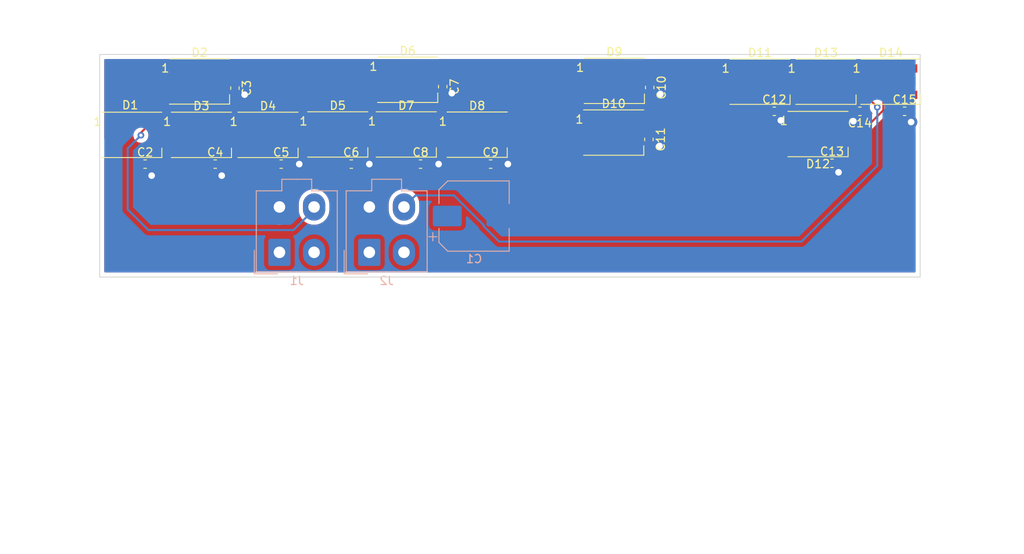
<source format=kicad_pcb>
(kicad_pcb (version 20171130) (host pcbnew "(5.1.10)-1")

  (general
    (thickness 1.6)
    (drawings 30)
    (tracks 175)
    (zones 0)
    (modules 31)
    (nets 18)
  )

  (page A4)
  (layers
    (0 F.Cu signal)
    (31 B.Cu signal)
    (32 B.Adhes user hide)
    (33 F.Adhes user hide)
    (34 B.Paste user hide)
    (35 F.Paste user hide)
    (36 B.SilkS user hide)
    (37 F.SilkS user hide)
    (38 B.Mask user hide)
    (39 F.Mask user hide)
    (40 Dwgs.User user)
    (41 Cmts.User user hide)
    (42 Eco1.User user)
    (43 Eco2.User user hide)
    (44 Edge.Cuts user)
    (45 Margin user)
    (46 B.CrtYd user)
    (47 F.CrtYd user)
    (48 B.Fab user)
    (49 F.Fab user)
  )

  (setup
    (last_trace_width 0.25)
    (user_trace_width 0.25)
    (user_trace_width 0.75)
    (user_trace_width 1)
    (trace_clearance 0.2)
    (zone_clearance 0.508)
    (zone_45_only no)
    (trace_min 0.2)
    (via_size 0.8)
    (via_drill 0.4)
    (via_min_size 0.4)
    (via_min_drill 0.3)
    (uvia_size 0.3)
    (uvia_drill 0.1)
    (uvias_allowed no)
    (uvia_min_size 0.2)
    (uvia_min_drill 0.1)
    (edge_width 0.1)
    (segment_width 0.2)
    (pcb_text_width 0.3)
    (pcb_text_size 1.5 1.5)
    (mod_edge_width 0.15)
    (mod_text_size 1 1)
    (mod_text_width 0.15)
    (pad_size 1.524 1.524)
    (pad_drill 0.762)
    (pad_to_mask_clearance 0)
    (aux_axis_origin 88.02116 74.97572)
    (visible_elements 7FFFFFFF)
    (pcbplotparams
      (layerselection 0x010fc_ffffffff)
      (usegerberextensions false)
      (usegerberattributes true)
      (usegerberadvancedattributes true)
      (creategerberjobfile true)
      (excludeedgelayer true)
      (linewidth 0.100000)
      (plotframeref false)
      (viasonmask false)
      (mode 1)
      (useauxorigin false)
      (hpglpennumber 1)
      (hpglpenspeed 20)
      (hpglpendiameter 15.000000)
      (psnegative false)
      (psa4output false)
      (plotreference true)
      (plotvalue true)
      (plotinvisibletext false)
      (padsonsilk false)
      (subtractmaskfromsilk false)
      (outputformat 1)
      (mirror false)
      (drillshape 0)
      (scaleselection 1)
      (outputdirectory "Manufacturing/"))
  )

  (net 0 "")
  (net 1 /LEDGND)
  (net 2 /LED+5V)
  (net 3 "Net-(D1-Pad2)")
  (net 4 "Net-(D2-Pad2)")
  (net 5 "Net-(D3-Pad2)")
  (net 6 "Net-(D4-Pad2)")
  (net 7 "Net-(D4-Pad4)")
  (net 8 "Net-(D6-Pad2)")
  (net 9 "Net-(D7-Pad2)")
  (net 10 "Net-(D8-Pad2)")
  (net 11 "Net-(D10-Pad4)")
  (net 12 "Net-(D10-Pad2)")
  (net 13 "Net-(D11-Pad2)")
  (net 14 "Net-(D12-Pad2)")
  (net 15 "Net-(D13-Pad2)")
  (net 16 /DATAIN)
  (net 17 /DATAOUT)

  (net_class Default "This is the default net class."
    (clearance 0.2)
    (trace_width 0.25)
    (via_dia 0.8)
    (via_drill 0.4)
    (uvia_dia 0.3)
    (uvia_drill 0.1)
    (add_net /DATAIN)
    (add_net /DATAOUT)
    (add_net "Net-(D1-Pad2)")
    (add_net "Net-(D10-Pad2)")
    (add_net "Net-(D10-Pad4)")
    (add_net "Net-(D11-Pad2)")
    (add_net "Net-(D12-Pad2)")
    (add_net "Net-(D13-Pad2)")
    (add_net "Net-(D2-Pad2)")
    (add_net "Net-(D3-Pad2)")
    (add_net "Net-(D4-Pad2)")
    (add_net "Net-(D4-Pad4)")
    (add_net "Net-(D6-Pad2)")
    (add_net "Net-(D7-Pad2)")
    (add_net "Net-(D8-Pad2)")
  )

  (net_class LED+5V ""
    (clearance 0.2)
    (trace_width 0.75)
    (via_dia 1.5)
    (via_drill 0.8)
    (uvia_dia 0.3)
    (uvia_drill 0.1)
    (add_net /LED+5V)
    (add_net /LEDGND)
  )

  (module Capacitor_SMD:C_0603_1608Metric (layer F.Cu) (tedit 5B301BBE) (tstamp 60062F25)
    (at 197.612 67.4)
    (descr "Capacitor SMD 0603 (1608 Metric), square (rectangular) end terminal, IPC_7351 nominal, (Body size source: http://www.tortai-tech.com/upload/download/2011102023233369053.pdf), generated with kicad-footprint-generator")
    (tags capacitor)
    (path /5FA195A3)
    (attr smd)
    (fp_text reference C15 (at 0 -1.43) (layer F.SilkS)
      (effects (font (size 1 1) (thickness 0.15)))
    )
    (fp_text value C (at 0 1.43) (layer F.Fab)
      (effects (font (size 1 1) (thickness 0.15)))
    )
    (fp_line (start 1.48 0.73) (end -1.48 0.73) (layer F.CrtYd) (width 0.05))
    (fp_line (start 1.48 -0.73) (end 1.48 0.73) (layer F.CrtYd) (width 0.05))
    (fp_line (start -1.48 -0.73) (end 1.48 -0.73) (layer F.CrtYd) (width 0.05))
    (fp_line (start -1.48 0.73) (end -1.48 -0.73) (layer F.CrtYd) (width 0.05))
    (fp_line (start -0.162779 0.51) (end 0.162779 0.51) (layer F.SilkS) (width 0.12))
    (fp_line (start -0.162779 -0.51) (end 0.162779 -0.51) (layer F.SilkS) (width 0.12))
    (fp_line (start 0.8 0.4) (end -0.8 0.4) (layer F.Fab) (width 0.1))
    (fp_line (start 0.8 -0.4) (end 0.8 0.4) (layer F.Fab) (width 0.1))
    (fp_line (start -0.8 -0.4) (end 0.8 -0.4) (layer F.Fab) (width 0.1))
    (fp_line (start -0.8 0.4) (end -0.8 -0.4) (layer F.Fab) (width 0.1))
    (fp_text user %R (at 0 0) (layer F.Fab)
      (effects (font (size 0.4 0.4) (thickness 0.06)))
    )
    (pad 2 smd roundrect (at 0.7875 0) (size 0.875 0.95) (layers F.Cu F.Paste F.Mask) (roundrect_rratio 0.25)
      (net 1 /LEDGND))
    (pad 1 smd roundrect (at -0.7875 0) (size 0.875 0.95) (layers F.Cu F.Paste F.Mask) (roundrect_rratio 0.25)
      (net 2 /LED+5V))
    (model ${KISYS3DMOD}/Capacitor_SMD.3dshapes/C_0603_1608Metric.wrl
      (at (xyz 0 0 0))
      (scale (xyz 1 1 1))
      (rotate (xyz 0 0 0))
    )
  )

  (module Capacitor_SMD:C_0603_1608Metric (layer F.Cu) (tedit 5B301BBE) (tstamp 600617F1)
    (at 192.188 67.4 180)
    (descr "Capacitor SMD 0603 (1608 Metric), square (rectangular) end terminal, IPC_7351 nominal, (Body size source: http://www.tortai-tech.com/upload/download/2011102023233369053.pdf), generated with kicad-footprint-generator")
    (tags capacitor)
    (path /5FA1959D)
    (attr smd)
    (fp_text reference C14 (at 0 -1.43) (layer F.SilkS)
      (effects (font (size 1 1) (thickness 0.15)))
    )
    (fp_text value C (at 0 1.43) (layer F.Fab)
      (effects (font (size 1 1) (thickness 0.15)))
    )
    (fp_line (start 1.48 0.73) (end -1.48 0.73) (layer F.CrtYd) (width 0.05))
    (fp_line (start 1.48 -0.73) (end 1.48 0.73) (layer F.CrtYd) (width 0.05))
    (fp_line (start -1.48 -0.73) (end 1.48 -0.73) (layer F.CrtYd) (width 0.05))
    (fp_line (start -1.48 0.73) (end -1.48 -0.73) (layer F.CrtYd) (width 0.05))
    (fp_line (start -0.162779 0.51) (end 0.162779 0.51) (layer F.SilkS) (width 0.12))
    (fp_line (start -0.162779 -0.51) (end 0.162779 -0.51) (layer F.SilkS) (width 0.12))
    (fp_line (start 0.8 0.4) (end -0.8 0.4) (layer F.Fab) (width 0.1))
    (fp_line (start 0.8 -0.4) (end 0.8 0.4) (layer F.Fab) (width 0.1))
    (fp_line (start -0.8 -0.4) (end 0.8 -0.4) (layer F.Fab) (width 0.1))
    (fp_line (start -0.8 0.4) (end -0.8 -0.4) (layer F.Fab) (width 0.1))
    (fp_text user %R (at 0 0) (layer F.Fab)
      (effects (font (size 0.4 0.4) (thickness 0.06)))
    )
    (pad 2 smd roundrect (at 0.7875 0 180) (size 0.875 0.95) (layers F.Cu F.Paste F.Mask) (roundrect_rratio 0.25)
      (net 1 /LEDGND))
    (pad 1 smd roundrect (at -0.7875 0 180) (size 0.875 0.95) (layers F.Cu F.Paste F.Mask) (roundrect_rratio 0.25)
      (net 2 /LED+5V))
    (model ${KISYS3DMOD}/Capacitor_SMD.3dshapes/C_0603_1608Metric.wrl
      (at (xyz 0 0 0))
      (scale (xyz 1 1 1))
      (rotate (xyz 0 0 0))
    )
  )

  (module Capacitor_SMD:C_0603_1608Metric (layer F.Cu) (tedit 5B301BBE) (tstamp 600617E0)
    (at 188.812 73.7)
    (descr "Capacitor SMD 0603 (1608 Metric), square (rectangular) end terminal, IPC_7351 nominal, (Body size source: http://www.tortai-tech.com/upload/download/2011102023233369053.pdf), generated with kicad-footprint-generator")
    (tags capacitor)
    (path /5FA19597)
    (attr smd)
    (fp_text reference C13 (at 0 -1.43) (layer F.SilkS)
      (effects (font (size 1 1) (thickness 0.15)))
    )
    (fp_text value C (at 0 1.43) (layer F.Fab)
      (effects (font (size 1 1) (thickness 0.15)))
    )
    (fp_line (start 1.48 0.73) (end -1.48 0.73) (layer F.CrtYd) (width 0.05))
    (fp_line (start 1.48 -0.73) (end 1.48 0.73) (layer F.CrtYd) (width 0.05))
    (fp_line (start -1.48 -0.73) (end 1.48 -0.73) (layer F.CrtYd) (width 0.05))
    (fp_line (start -1.48 0.73) (end -1.48 -0.73) (layer F.CrtYd) (width 0.05))
    (fp_line (start -0.162779 0.51) (end 0.162779 0.51) (layer F.SilkS) (width 0.12))
    (fp_line (start -0.162779 -0.51) (end 0.162779 -0.51) (layer F.SilkS) (width 0.12))
    (fp_line (start 0.8 0.4) (end -0.8 0.4) (layer F.Fab) (width 0.1))
    (fp_line (start 0.8 -0.4) (end 0.8 0.4) (layer F.Fab) (width 0.1))
    (fp_line (start -0.8 -0.4) (end 0.8 -0.4) (layer F.Fab) (width 0.1))
    (fp_line (start -0.8 0.4) (end -0.8 -0.4) (layer F.Fab) (width 0.1))
    (fp_text user %R (at 0 0) (layer F.Fab)
      (effects (font (size 0.4 0.4) (thickness 0.06)))
    )
    (pad 2 smd roundrect (at 0.7875 0) (size 0.875 0.95) (layers F.Cu F.Paste F.Mask) (roundrect_rratio 0.25)
      (net 1 /LEDGND))
    (pad 1 smd roundrect (at -0.7875 0) (size 0.875 0.95) (layers F.Cu F.Paste F.Mask) (roundrect_rratio 0.25)
      (net 2 /LED+5V))
    (model ${KISYS3DMOD}/Capacitor_SMD.3dshapes/C_0603_1608Metric.wrl
      (at (xyz 0 0 0))
      (scale (xyz 1 1 1))
      (rotate (xyz 0 0 0))
    )
  )

  (module Capacitor_SMD:C_0603_1608Metric (layer F.Cu) (tedit 5B301BBE) (tstamp 600617CF)
    (at 181.812 67.4)
    (descr "Capacitor SMD 0603 (1608 Metric), square (rectangular) end terminal, IPC_7351 nominal, (Body size source: http://www.tortai-tech.com/upload/download/2011102023233369053.pdf), generated with kicad-footprint-generator")
    (tags capacitor)
    (path /5FA19591)
    (attr smd)
    (fp_text reference C12 (at 0 -1.43) (layer F.SilkS)
      (effects (font (size 1 1) (thickness 0.15)))
    )
    (fp_text value C (at 0 1.43) (layer F.Fab)
      (effects (font (size 1 1) (thickness 0.15)))
    )
    (fp_line (start 1.48 0.73) (end -1.48 0.73) (layer F.CrtYd) (width 0.05))
    (fp_line (start 1.48 -0.73) (end 1.48 0.73) (layer F.CrtYd) (width 0.05))
    (fp_line (start -1.48 -0.73) (end 1.48 -0.73) (layer F.CrtYd) (width 0.05))
    (fp_line (start -1.48 0.73) (end -1.48 -0.73) (layer F.CrtYd) (width 0.05))
    (fp_line (start -0.162779 0.51) (end 0.162779 0.51) (layer F.SilkS) (width 0.12))
    (fp_line (start -0.162779 -0.51) (end 0.162779 -0.51) (layer F.SilkS) (width 0.12))
    (fp_line (start 0.8 0.4) (end -0.8 0.4) (layer F.Fab) (width 0.1))
    (fp_line (start 0.8 -0.4) (end 0.8 0.4) (layer F.Fab) (width 0.1))
    (fp_line (start -0.8 -0.4) (end 0.8 -0.4) (layer F.Fab) (width 0.1))
    (fp_line (start -0.8 0.4) (end -0.8 -0.4) (layer F.Fab) (width 0.1))
    (fp_text user %R (at 0 0) (layer F.Fab)
      (effects (font (size 0.4 0.4) (thickness 0.06)))
    )
    (pad 2 smd roundrect (at 0.7875 0) (size 0.875 0.95) (layers F.Cu F.Paste F.Mask) (roundrect_rratio 0.25)
      (net 1 /LEDGND))
    (pad 1 smd roundrect (at -0.7875 0) (size 0.875 0.95) (layers F.Cu F.Paste F.Mask) (roundrect_rratio 0.25)
      (net 2 /LED+5V))
    (model ${KISYS3DMOD}/Capacitor_SMD.3dshapes/C_0603_1608Metric.wrl
      (at (xyz 0 0 0))
      (scale (xyz 1 1 1))
      (rotate (xyz 0 0 0))
    )
  )

  (module Capacitor_SMD:C_0603_1608Metric (layer F.Cu) (tedit 5B301BBE) (tstamp 600617BE)
    (at 166.6 70.8125 270)
    (descr "Capacitor SMD 0603 (1608 Metric), square (rectangular) end terminal, IPC_7351 nominal, (Body size source: http://www.tortai-tech.com/upload/download/2011102023233369053.pdf), generated with kicad-footprint-generator")
    (tags capacitor)
    (path /5FA1958B)
    (attr smd)
    (fp_text reference C11 (at 0 -1.43 90) (layer F.SilkS)
      (effects (font (size 1 1) (thickness 0.15)))
    )
    (fp_text value C (at 0 1.43 90) (layer F.Fab)
      (effects (font (size 1 1) (thickness 0.15)))
    )
    (fp_line (start 1.48 0.73) (end -1.48 0.73) (layer F.CrtYd) (width 0.05))
    (fp_line (start 1.48 -0.73) (end 1.48 0.73) (layer F.CrtYd) (width 0.05))
    (fp_line (start -1.48 -0.73) (end 1.48 -0.73) (layer F.CrtYd) (width 0.05))
    (fp_line (start -1.48 0.73) (end -1.48 -0.73) (layer F.CrtYd) (width 0.05))
    (fp_line (start -0.162779 0.51) (end 0.162779 0.51) (layer F.SilkS) (width 0.12))
    (fp_line (start -0.162779 -0.51) (end 0.162779 -0.51) (layer F.SilkS) (width 0.12))
    (fp_line (start 0.8 0.4) (end -0.8 0.4) (layer F.Fab) (width 0.1))
    (fp_line (start 0.8 -0.4) (end 0.8 0.4) (layer F.Fab) (width 0.1))
    (fp_line (start -0.8 -0.4) (end 0.8 -0.4) (layer F.Fab) (width 0.1))
    (fp_line (start -0.8 0.4) (end -0.8 -0.4) (layer F.Fab) (width 0.1))
    (fp_text user %R (at 0 0 90) (layer F.Fab)
      (effects (font (size 0.4 0.4) (thickness 0.06)))
    )
    (pad 2 smd roundrect (at 0.7875 0 270) (size 0.875 0.95) (layers F.Cu F.Paste F.Mask) (roundrect_rratio 0.25)
      (net 1 /LEDGND))
    (pad 1 smd roundrect (at -0.7875 0 270) (size 0.875 0.95) (layers F.Cu F.Paste F.Mask) (roundrect_rratio 0.25)
      (net 2 /LED+5V))
    (model ${KISYS3DMOD}/Capacitor_SMD.3dshapes/C_0603_1608Metric.wrl
      (at (xyz 0 0 0))
      (scale (xyz 1 1 1))
      (rotate (xyz 0 0 0))
    )
  )

  (module Capacitor_SMD:C_0603_1608Metric (layer F.Cu) (tedit 5B301BBE) (tstamp 60062D5F)
    (at 166.7 64.5125 270)
    (descr "Capacitor SMD 0603 (1608 Metric), square (rectangular) end terminal, IPC_7351 nominal, (Body size source: http://www.tortai-tech.com/upload/download/2011102023233369053.pdf), generated with kicad-footprint-generator")
    (tags capacitor)
    (path /5FA19585)
    (attr smd)
    (fp_text reference C10 (at 0 -1.43 90) (layer F.SilkS)
      (effects (font (size 1 1) (thickness 0.15)))
    )
    (fp_text value C (at 0 1.43 90) (layer F.Fab)
      (effects (font (size 1 1) (thickness 0.15)))
    )
    (fp_line (start 1.48 0.73) (end -1.48 0.73) (layer F.CrtYd) (width 0.05))
    (fp_line (start 1.48 -0.73) (end 1.48 0.73) (layer F.CrtYd) (width 0.05))
    (fp_line (start -1.48 -0.73) (end 1.48 -0.73) (layer F.CrtYd) (width 0.05))
    (fp_line (start -1.48 0.73) (end -1.48 -0.73) (layer F.CrtYd) (width 0.05))
    (fp_line (start -0.162779 0.51) (end 0.162779 0.51) (layer F.SilkS) (width 0.12))
    (fp_line (start -0.162779 -0.51) (end 0.162779 -0.51) (layer F.SilkS) (width 0.12))
    (fp_line (start 0.8 0.4) (end -0.8 0.4) (layer F.Fab) (width 0.1))
    (fp_line (start 0.8 -0.4) (end 0.8 0.4) (layer F.Fab) (width 0.1))
    (fp_line (start -0.8 -0.4) (end 0.8 -0.4) (layer F.Fab) (width 0.1))
    (fp_line (start -0.8 0.4) (end -0.8 -0.4) (layer F.Fab) (width 0.1))
    (fp_text user %R (at 0 0 90) (layer F.Fab)
      (effects (font (size 0.4 0.4) (thickness 0.06)))
    )
    (pad 2 smd roundrect (at 0.7875 0 270) (size 0.875 0.95) (layers F.Cu F.Paste F.Mask) (roundrect_rratio 0.25)
      (net 1 /LEDGND))
    (pad 1 smd roundrect (at -0.7875 0 270) (size 0.875 0.95) (layers F.Cu F.Paste F.Mask) (roundrect_rratio 0.25)
      (net 2 /LED+5V))
    (model ${KISYS3DMOD}/Capacitor_SMD.3dshapes/C_0603_1608Metric.wrl
      (at (xyz 0 0 0))
      (scale (xyz 1 1 1))
      (rotate (xyz 0 0 0))
    )
  )

  (module Capacitor_SMD:C_0603_1608Metric (layer F.Cu) (tedit 5B301BBE) (tstamp 6006179C)
    (at 147.412 73.8)
    (descr "Capacitor SMD 0603 (1608 Metric), square (rectangular) end terminal, IPC_7351 nominal, (Body size source: http://www.tortai-tech.com/upload/download/2011102023233369053.pdf), generated with kicad-footprint-generator")
    (tags capacitor)
    (path /5FA1957F)
    (attr smd)
    (fp_text reference C9 (at 0 -1.43) (layer F.SilkS)
      (effects (font (size 1 1) (thickness 0.15)))
    )
    (fp_text value C (at 0 1.43) (layer F.Fab)
      (effects (font (size 1 1) (thickness 0.15)))
    )
    (fp_line (start 1.48 0.73) (end -1.48 0.73) (layer F.CrtYd) (width 0.05))
    (fp_line (start 1.48 -0.73) (end 1.48 0.73) (layer F.CrtYd) (width 0.05))
    (fp_line (start -1.48 -0.73) (end 1.48 -0.73) (layer F.CrtYd) (width 0.05))
    (fp_line (start -1.48 0.73) (end -1.48 -0.73) (layer F.CrtYd) (width 0.05))
    (fp_line (start -0.162779 0.51) (end 0.162779 0.51) (layer F.SilkS) (width 0.12))
    (fp_line (start -0.162779 -0.51) (end 0.162779 -0.51) (layer F.SilkS) (width 0.12))
    (fp_line (start 0.8 0.4) (end -0.8 0.4) (layer F.Fab) (width 0.1))
    (fp_line (start 0.8 -0.4) (end 0.8 0.4) (layer F.Fab) (width 0.1))
    (fp_line (start -0.8 -0.4) (end 0.8 -0.4) (layer F.Fab) (width 0.1))
    (fp_line (start -0.8 0.4) (end -0.8 -0.4) (layer F.Fab) (width 0.1))
    (fp_text user %R (at 0 0) (layer F.Fab)
      (effects (font (size 0.4 0.4) (thickness 0.06)))
    )
    (pad 2 smd roundrect (at 0.7875 0) (size 0.875 0.95) (layers F.Cu F.Paste F.Mask) (roundrect_rratio 0.25)
      (net 1 /LEDGND))
    (pad 1 smd roundrect (at -0.7875 0) (size 0.875 0.95) (layers F.Cu F.Paste F.Mask) (roundrect_rratio 0.25)
      (net 2 /LED+5V))
    (model ${KISYS3DMOD}/Capacitor_SMD.3dshapes/C_0603_1608Metric.wrl
      (at (xyz 0 0 0))
      (scale (xyz 1 1 1))
      (rotate (xyz 0 0 0))
    )
  )

  (module Capacitor_SMD:C_0603_1608Metric (layer F.Cu) (tedit 5B301BBE) (tstamp 6006178B)
    (at 138.912 73.8)
    (descr "Capacitor SMD 0603 (1608 Metric), square (rectangular) end terminal, IPC_7351 nominal, (Body size source: http://www.tortai-tech.com/upload/download/2011102023233369053.pdf), generated with kicad-footprint-generator")
    (tags capacitor)
    (path /5FA1581F)
    (attr smd)
    (fp_text reference C8 (at 0 -1.43) (layer F.SilkS)
      (effects (font (size 1 1) (thickness 0.15)))
    )
    (fp_text value C (at 0 1.43) (layer F.Fab)
      (effects (font (size 1 1) (thickness 0.15)))
    )
    (fp_line (start 1.48 0.73) (end -1.48 0.73) (layer F.CrtYd) (width 0.05))
    (fp_line (start 1.48 -0.73) (end 1.48 0.73) (layer F.CrtYd) (width 0.05))
    (fp_line (start -1.48 -0.73) (end 1.48 -0.73) (layer F.CrtYd) (width 0.05))
    (fp_line (start -1.48 0.73) (end -1.48 -0.73) (layer F.CrtYd) (width 0.05))
    (fp_line (start -0.162779 0.51) (end 0.162779 0.51) (layer F.SilkS) (width 0.12))
    (fp_line (start -0.162779 -0.51) (end 0.162779 -0.51) (layer F.SilkS) (width 0.12))
    (fp_line (start 0.8 0.4) (end -0.8 0.4) (layer F.Fab) (width 0.1))
    (fp_line (start 0.8 -0.4) (end 0.8 0.4) (layer F.Fab) (width 0.1))
    (fp_line (start -0.8 -0.4) (end 0.8 -0.4) (layer F.Fab) (width 0.1))
    (fp_line (start -0.8 0.4) (end -0.8 -0.4) (layer F.Fab) (width 0.1))
    (fp_text user %R (at 0 0) (layer F.Fab)
      (effects (font (size 0.4 0.4) (thickness 0.06)))
    )
    (pad 2 smd roundrect (at 0.7875 0) (size 0.875 0.95) (layers F.Cu F.Paste F.Mask) (roundrect_rratio 0.25)
      (net 1 /LEDGND))
    (pad 1 smd roundrect (at -0.7875 0) (size 0.875 0.95) (layers F.Cu F.Paste F.Mask) (roundrect_rratio 0.25)
      (net 2 /LED+5V))
    (model ${KISYS3DMOD}/Capacitor_SMD.3dshapes/C_0603_1608Metric.wrl
      (at (xyz 0 0 0))
      (scale (xyz 1 1 1))
      (rotate (xyz 0 0 0))
    )
  )

  (module Capacitor_SMD:C_0603_1608Metric (layer F.Cu) (tedit 5B301BBE) (tstamp 5F9F42FD)
    (at 141.6 64.4125 270)
    (descr "Capacitor SMD 0603 (1608 Metric), square (rectangular) end terminal, IPC_7351 nominal, (Body size source: http://www.tortai-tech.com/upload/download/2011102023233369053.pdf), generated with kicad-footprint-generator")
    (tags capacitor)
    (path /5FA13AC4)
    (attr smd)
    (fp_text reference C7 (at 0 -1.43 90) (layer F.SilkS)
      (effects (font (size 1 1) (thickness 0.15)))
    )
    (fp_text value C (at 0 1.43 90) (layer F.Fab)
      (effects (font (size 1 1) (thickness 0.15)))
    )
    (fp_line (start 1.48 0.73) (end -1.48 0.73) (layer F.CrtYd) (width 0.05))
    (fp_line (start 1.48 -0.73) (end 1.48 0.73) (layer F.CrtYd) (width 0.05))
    (fp_line (start -1.48 -0.73) (end 1.48 -0.73) (layer F.CrtYd) (width 0.05))
    (fp_line (start -1.48 0.73) (end -1.48 -0.73) (layer F.CrtYd) (width 0.05))
    (fp_line (start -0.162779 0.51) (end 0.162779 0.51) (layer F.SilkS) (width 0.12))
    (fp_line (start -0.162779 -0.51) (end 0.162779 -0.51) (layer F.SilkS) (width 0.12))
    (fp_line (start 0.8 0.4) (end -0.8 0.4) (layer F.Fab) (width 0.1))
    (fp_line (start 0.8 -0.4) (end 0.8 0.4) (layer F.Fab) (width 0.1))
    (fp_line (start -0.8 -0.4) (end 0.8 -0.4) (layer F.Fab) (width 0.1))
    (fp_line (start -0.8 0.4) (end -0.8 -0.4) (layer F.Fab) (width 0.1))
    (fp_text user %R (at 0 0 90) (layer F.Fab)
      (effects (font (size 0.4 0.4) (thickness 0.06)))
    )
    (pad 2 smd roundrect (at 0.7875 0 270) (size 0.875 0.95) (layers F.Cu F.Paste F.Mask) (roundrect_rratio 0.25)
      (net 1 /LEDGND))
    (pad 1 smd roundrect (at -0.7875 0 270) (size 0.875 0.95) (layers F.Cu F.Paste F.Mask) (roundrect_rratio 0.25)
      (net 2 /LED+5V))
    (model ${KISYS3DMOD}/Capacitor_SMD.3dshapes/C_0603_1608Metric.wrl
      (at (xyz 0 0 0))
      (scale (xyz 1 1 1))
      (rotate (xyz 0 0 0))
    )
  )

  (module Capacitor_SMD:C_0603_1608Metric (layer F.Cu) (tedit 5B301BBE) (tstamp 5F9F42EC)
    (at 130.512 73.8)
    (descr "Capacitor SMD 0603 (1608 Metric), square (rectangular) end terminal, IPC_7351 nominal, (Body size source: http://www.tortai-tech.com/upload/download/2011102023233369053.pdf), generated with kicad-footprint-generator")
    (tags capacitor)
    (path /5FA11D7E)
    (attr smd)
    (fp_text reference C6 (at 0 -1.43) (layer F.SilkS)
      (effects (font (size 1 1) (thickness 0.15)))
    )
    (fp_text value C (at 0 1.43) (layer F.Fab)
      (effects (font (size 1 1) (thickness 0.15)))
    )
    (fp_line (start 1.48 0.73) (end -1.48 0.73) (layer F.CrtYd) (width 0.05))
    (fp_line (start 1.48 -0.73) (end 1.48 0.73) (layer F.CrtYd) (width 0.05))
    (fp_line (start -1.48 -0.73) (end 1.48 -0.73) (layer F.CrtYd) (width 0.05))
    (fp_line (start -1.48 0.73) (end -1.48 -0.73) (layer F.CrtYd) (width 0.05))
    (fp_line (start -0.162779 0.51) (end 0.162779 0.51) (layer F.SilkS) (width 0.12))
    (fp_line (start -0.162779 -0.51) (end 0.162779 -0.51) (layer F.SilkS) (width 0.12))
    (fp_line (start 0.8 0.4) (end -0.8 0.4) (layer F.Fab) (width 0.1))
    (fp_line (start 0.8 -0.4) (end 0.8 0.4) (layer F.Fab) (width 0.1))
    (fp_line (start -0.8 -0.4) (end 0.8 -0.4) (layer F.Fab) (width 0.1))
    (fp_line (start -0.8 0.4) (end -0.8 -0.4) (layer F.Fab) (width 0.1))
    (fp_text user %R (at 0 0) (layer F.Fab)
      (effects (font (size 0.4 0.4) (thickness 0.06)))
    )
    (pad 2 smd roundrect (at 0.7875 0) (size 0.875 0.95) (layers F.Cu F.Paste F.Mask) (roundrect_rratio 0.25)
      (net 1 /LEDGND))
    (pad 1 smd roundrect (at -0.7875 0) (size 0.875 0.95) (layers F.Cu F.Paste F.Mask) (roundrect_rratio 0.25)
      (net 2 /LED+5V))
    (model ${KISYS3DMOD}/Capacitor_SMD.3dshapes/C_0603_1608Metric.wrl
      (at (xyz 0 0 0))
      (scale (xyz 1 1 1))
      (rotate (xyz 0 0 0))
    )
  )

  (module Capacitor_SMD:C_0603_1608Metric (layer F.Cu) (tedit 5B301BBE) (tstamp 5F9F42DB)
    (at 122.012 73.8)
    (descr "Capacitor SMD 0603 (1608 Metric), square (rectangular) end terminal, IPC_7351 nominal, (Body size source: http://www.tortai-tech.com/upload/download/2011102023233369053.pdf), generated with kicad-footprint-generator")
    (tags capacitor)
    (path /5FA1001B)
    (attr smd)
    (fp_text reference C5 (at 0 -1.43) (layer F.SilkS)
      (effects (font (size 1 1) (thickness 0.15)))
    )
    (fp_text value C (at 0 1.43) (layer F.Fab)
      (effects (font (size 1 1) (thickness 0.15)))
    )
    (fp_line (start 1.48 0.73) (end -1.48 0.73) (layer F.CrtYd) (width 0.05))
    (fp_line (start 1.48 -0.73) (end 1.48 0.73) (layer F.CrtYd) (width 0.05))
    (fp_line (start -1.48 -0.73) (end 1.48 -0.73) (layer F.CrtYd) (width 0.05))
    (fp_line (start -1.48 0.73) (end -1.48 -0.73) (layer F.CrtYd) (width 0.05))
    (fp_line (start -0.162779 0.51) (end 0.162779 0.51) (layer F.SilkS) (width 0.12))
    (fp_line (start -0.162779 -0.51) (end 0.162779 -0.51) (layer F.SilkS) (width 0.12))
    (fp_line (start 0.8 0.4) (end -0.8 0.4) (layer F.Fab) (width 0.1))
    (fp_line (start 0.8 -0.4) (end 0.8 0.4) (layer F.Fab) (width 0.1))
    (fp_line (start -0.8 -0.4) (end 0.8 -0.4) (layer F.Fab) (width 0.1))
    (fp_line (start -0.8 0.4) (end -0.8 -0.4) (layer F.Fab) (width 0.1))
    (fp_text user %R (at 0 0) (layer F.Fab)
      (effects (font (size 0.4 0.4) (thickness 0.06)))
    )
    (pad 2 smd roundrect (at 0.7875 0) (size 0.875 0.95) (layers F.Cu F.Paste F.Mask) (roundrect_rratio 0.25)
      (net 1 /LEDGND))
    (pad 1 smd roundrect (at -0.7875 0) (size 0.875 0.95) (layers F.Cu F.Paste F.Mask) (roundrect_rratio 0.25)
      (net 2 /LED+5V))
    (model ${KISYS3DMOD}/Capacitor_SMD.3dshapes/C_0603_1608Metric.wrl
      (at (xyz 0 0 0))
      (scale (xyz 1 1 1))
      (rotate (xyz 0 0 0))
    )
  )

  (module Capacitor_SMD:C_0603_1608Metric (layer F.Cu) (tedit 5B301BBE) (tstamp 5F9F42CA)
    (at 114.012 73.8)
    (descr "Capacitor SMD 0603 (1608 Metric), square (rectangular) end terminal, IPC_7351 nominal, (Body size source: http://www.tortai-tech.com/upload/download/2011102023233369053.pdf), generated with kicad-footprint-generator")
    (tags capacitor)
    (path /5FA0E3BD)
    (attr smd)
    (fp_text reference C4 (at 0 -1.43) (layer F.SilkS)
      (effects (font (size 1 1) (thickness 0.15)))
    )
    (fp_text value C (at 0 1.43) (layer F.Fab)
      (effects (font (size 1 1) (thickness 0.15)))
    )
    (fp_line (start 1.48 0.73) (end -1.48 0.73) (layer F.CrtYd) (width 0.05))
    (fp_line (start 1.48 -0.73) (end 1.48 0.73) (layer F.CrtYd) (width 0.05))
    (fp_line (start -1.48 -0.73) (end 1.48 -0.73) (layer F.CrtYd) (width 0.05))
    (fp_line (start -1.48 0.73) (end -1.48 -0.73) (layer F.CrtYd) (width 0.05))
    (fp_line (start -0.162779 0.51) (end 0.162779 0.51) (layer F.SilkS) (width 0.12))
    (fp_line (start -0.162779 -0.51) (end 0.162779 -0.51) (layer F.SilkS) (width 0.12))
    (fp_line (start 0.8 0.4) (end -0.8 0.4) (layer F.Fab) (width 0.1))
    (fp_line (start 0.8 -0.4) (end 0.8 0.4) (layer F.Fab) (width 0.1))
    (fp_line (start -0.8 -0.4) (end 0.8 -0.4) (layer F.Fab) (width 0.1))
    (fp_line (start -0.8 0.4) (end -0.8 -0.4) (layer F.Fab) (width 0.1))
    (fp_text user %R (at 0 0) (layer F.Fab)
      (effects (font (size 0.4 0.4) (thickness 0.06)))
    )
    (pad 2 smd roundrect (at 0.7875 0) (size 0.875 0.95) (layers F.Cu F.Paste F.Mask) (roundrect_rratio 0.25)
      (net 1 /LEDGND))
    (pad 1 smd roundrect (at -0.7875 0) (size 0.875 0.95) (layers F.Cu F.Paste F.Mask) (roundrect_rratio 0.25)
      (net 2 /LED+5V))
    (model ${KISYS3DMOD}/Capacitor_SMD.3dshapes/C_0603_1608Metric.wrl
      (at (xyz 0 0 0))
      (scale (xyz 1 1 1))
      (rotate (xyz 0 0 0))
    )
  )

  (module Capacitor_SMD:C_0603_1608Metric (layer F.Cu) (tedit 5B301BBE) (tstamp 5F9F42B9)
    (at 116.4 64.5875 270)
    (descr "Capacitor SMD 0603 (1608 Metric), square (rectangular) end terminal, IPC_7351 nominal, (Body size source: http://www.tortai-tech.com/upload/download/2011102023233369053.pdf), generated with kicad-footprint-generator")
    (tags capacitor)
    (path /5FA0C772)
    (attr smd)
    (fp_text reference C3 (at 0 -1.43 90) (layer F.SilkS)
      (effects (font (size 1 1) (thickness 0.15)))
    )
    (fp_text value C (at 0 1.43 90) (layer F.Fab)
      (effects (font (size 1 1) (thickness 0.15)))
    )
    (fp_line (start 1.48 0.73) (end -1.48 0.73) (layer F.CrtYd) (width 0.05))
    (fp_line (start 1.48 -0.73) (end 1.48 0.73) (layer F.CrtYd) (width 0.05))
    (fp_line (start -1.48 -0.73) (end 1.48 -0.73) (layer F.CrtYd) (width 0.05))
    (fp_line (start -1.48 0.73) (end -1.48 -0.73) (layer F.CrtYd) (width 0.05))
    (fp_line (start -0.162779 0.51) (end 0.162779 0.51) (layer F.SilkS) (width 0.12))
    (fp_line (start -0.162779 -0.51) (end 0.162779 -0.51) (layer F.SilkS) (width 0.12))
    (fp_line (start 0.8 0.4) (end -0.8 0.4) (layer F.Fab) (width 0.1))
    (fp_line (start 0.8 -0.4) (end 0.8 0.4) (layer F.Fab) (width 0.1))
    (fp_line (start -0.8 -0.4) (end 0.8 -0.4) (layer F.Fab) (width 0.1))
    (fp_line (start -0.8 0.4) (end -0.8 -0.4) (layer F.Fab) (width 0.1))
    (fp_text user %R (at 0 0 90) (layer F.Fab)
      (effects (font (size 0.4 0.4) (thickness 0.06)))
    )
    (pad 2 smd roundrect (at 0.7875 0 270) (size 0.875 0.95) (layers F.Cu F.Paste F.Mask) (roundrect_rratio 0.25)
      (net 1 /LEDGND))
    (pad 1 smd roundrect (at -0.7875 0 270) (size 0.875 0.95) (layers F.Cu F.Paste F.Mask) (roundrect_rratio 0.25)
      (net 2 /LED+5V))
    (model ${KISYS3DMOD}/Capacitor_SMD.3dshapes/C_0603_1608Metric.wrl
      (at (xyz 0 0 0))
      (scale (xyz 1 1 1))
      (rotate (xyz 0 0 0))
    )
  )

  (module Capacitor_SMD:C_0603_1608Metric (layer F.Cu) (tedit 5B301BBE) (tstamp 5F9F42A8)
    (at 105.512 73.8)
    (descr "Capacitor SMD 0603 (1608 Metric), square (rectangular) end terminal, IPC_7351 nominal, (Body size source: http://www.tortai-tech.com/upload/download/2011102023233369053.pdf), generated with kicad-footprint-generator")
    (tags capacitor)
    (path /5FA09AE7)
    (attr smd)
    (fp_text reference C2 (at 0 -1.43) (layer F.SilkS)
      (effects (font (size 1 1) (thickness 0.15)))
    )
    (fp_text value C (at 0 1.43) (layer F.Fab)
      (effects (font (size 1 1) (thickness 0.15)))
    )
    (fp_line (start 1.48 0.73) (end -1.48 0.73) (layer F.CrtYd) (width 0.05))
    (fp_line (start 1.48 -0.73) (end 1.48 0.73) (layer F.CrtYd) (width 0.05))
    (fp_line (start -1.48 -0.73) (end 1.48 -0.73) (layer F.CrtYd) (width 0.05))
    (fp_line (start -1.48 0.73) (end -1.48 -0.73) (layer F.CrtYd) (width 0.05))
    (fp_line (start -0.162779 0.51) (end 0.162779 0.51) (layer F.SilkS) (width 0.12))
    (fp_line (start -0.162779 -0.51) (end 0.162779 -0.51) (layer F.SilkS) (width 0.12))
    (fp_line (start 0.8 0.4) (end -0.8 0.4) (layer F.Fab) (width 0.1))
    (fp_line (start 0.8 -0.4) (end 0.8 0.4) (layer F.Fab) (width 0.1))
    (fp_line (start -0.8 -0.4) (end 0.8 -0.4) (layer F.Fab) (width 0.1))
    (fp_line (start -0.8 0.4) (end -0.8 -0.4) (layer F.Fab) (width 0.1))
    (fp_text user %R (at 0 0) (layer F.Fab)
      (effects (font (size 0.4 0.4) (thickness 0.06)))
    )
    (pad 2 smd roundrect (at 0.7875 0) (size 0.875 0.95) (layers F.Cu F.Paste F.Mask) (roundrect_rratio 0.25)
      (net 1 /LEDGND))
    (pad 1 smd roundrect (at -0.7875 0) (size 0.875 0.95) (layers F.Cu F.Paste F.Mask) (roundrect_rratio 0.25)
      (net 2 /LED+5V))
    (model ${KISYS3DMOD}/Capacitor_SMD.3dshapes/C_0603_1608Metric.wrl
      (at (xyz 0 0 0))
      (scale (xyz 1 1 1))
      (rotate (xyz 0 0 0))
    )
  )

  (module Connector_Molex:Molex_Mini-Fit_Jr_5566-04A_2x02_P4.20mm_Vertical (layer B.Cu) (tedit 5B781992) (tstamp 5F9F2449)
    (at 132.7 84.5)
    (descr "Molex Mini-Fit Jr. Power Connectors, old mpn/engineering number: 5566-04A, example for new mpn: 39-28-x04x, 2 Pins per row, Mounting:  (http://www.molex.com/pdm_docs/sd/039281043_sd.pdf), generated with kicad-footprint-generator")
    (tags "connector Molex Mini-Fit_Jr side entry")
    (path /5F8BD17B)
    (fp_text reference J2 (at 2.1 3.45) (layer B.SilkS)
      (effects (font (size 1 1) (thickness 0.15)) (justify mirror))
    )
    (fp_text value Conn_01x04_Female (at 2.1 -9.95) (layer B.Fab)
      (effects (font (size 1 1) (thickness 0.15)) (justify mirror))
    )
    (fp_line (start 7.4 2.75) (end -3.2 2.75) (layer B.CrtYd) (width 0.05))
    (fp_line (start 7.4 -9.25) (end 7.4 2.75) (layer B.CrtYd) (width 0.05))
    (fp_line (start -3.2 -9.25) (end 7.4 -9.25) (layer B.CrtYd) (width 0.05))
    (fp_line (start -3.2 2.75) (end -3.2 -9.25) (layer B.CrtYd) (width 0.05))
    (fp_line (start -3.05 2.6) (end -3.05 -0.25) (layer B.Fab) (width 0.1))
    (fp_line (start -0.2 2.6) (end -3.05 2.6) (layer B.Fab) (width 0.1))
    (fp_line (start -3.05 2.6) (end -3.05 -0.25) (layer B.SilkS) (width 0.12))
    (fp_line (start -0.2 2.6) (end -3.05 2.6) (layer B.SilkS) (width 0.12))
    (fp_line (start 3.91 -8.86) (end 2.1 -8.86) (layer B.SilkS) (width 0.12))
    (fp_line (start 3.91 -7.46) (end 3.91 -8.86) (layer B.SilkS) (width 0.12))
    (fp_line (start 7.01 -7.46) (end 3.91 -7.46) (layer B.SilkS) (width 0.12))
    (fp_line (start 7.01 2.36) (end 7.01 -7.46) (layer B.SilkS) (width 0.12))
    (fp_line (start 2.1 2.36) (end 7.01 2.36) (layer B.SilkS) (width 0.12))
    (fp_line (start 0.29 -8.86) (end 2.1 -8.86) (layer B.SilkS) (width 0.12))
    (fp_line (start 0.29 -7.46) (end 0.29 -8.86) (layer B.SilkS) (width 0.12))
    (fp_line (start -2.81 -7.46) (end 0.29 -7.46) (layer B.SilkS) (width 0.12))
    (fp_line (start -2.81 2.36) (end -2.81 -7.46) (layer B.SilkS) (width 0.12))
    (fp_line (start 2.1 2.36) (end -2.81 2.36) (layer B.SilkS) (width 0.12))
    (fp_line (start 5.85 -2.3) (end 2.55 -2.3) (layer B.Fab) (width 0.1))
    (fp_line (start 5.85 0.175) (end 5.85 -2.3) (layer B.Fab) (width 0.1))
    (fp_line (start 5.025 1) (end 5.85 0.175) (layer B.Fab) (width 0.1))
    (fp_line (start 3.375 1) (end 5.025 1) (layer B.Fab) (width 0.1))
    (fp_line (start 2.55 0.175) (end 3.375 1) (layer B.Fab) (width 0.1))
    (fp_line (start 2.55 -2.3) (end 2.55 0.175) (layer B.Fab) (width 0.1))
    (fp_line (start 5.85 -3.2) (end 2.55 -3.2) (layer B.Fab) (width 0.1))
    (fp_line (start 5.85 -6.5) (end 5.85 -3.2) (layer B.Fab) (width 0.1))
    (fp_line (start 2.55 -6.5) (end 5.85 -6.5) (layer B.Fab) (width 0.1))
    (fp_line (start 2.55 -3.2) (end 2.55 -6.5) (layer B.Fab) (width 0.1))
    (fp_line (start 1.65 -6.5) (end -1.65 -6.5) (layer B.Fab) (width 0.1))
    (fp_line (start 1.65 -4.025) (end 1.65 -6.5) (layer B.Fab) (width 0.1))
    (fp_line (start 0.825 -3.2) (end 1.65 -4.025) (layer B.Fab) (width 0.1))
    (fp_line (start -0.825 -3.2) (end 0.825 -3.2) (layer B.Fab) (width 0.1))
    (fp_line (start -1.65 -4.025) (end -0.825 -3.2) (layer B.Fab) (width 0.1))
    (fp_line (start -1.65 -6.5) (end -1.65 -4.025) (layer B.Fab) (width 0.1))
    (fp_line (start 1.65 1) (end -1.65 1) (layer B.Fab) (width 0.1))
    (fp_line (start 1.65 -2.3) (end 1.65 1) (layer B.Fab) (width 0.1))
    (fp_line (start -1.65 -2.3) (end 1.65 -2.3) (layer B.Fab) (width 0.1))
    (fp_line (start -1.65 1) (end -1.65 -2.3) (layer B.Fab) (width 0.1))
    (fp_line (start 3.8 -8.75) (end 3.8 -7.35) (layer B.Fab) (width 0.1))
    (fp_line (start 0.4 -8.75) (end 3.8 -8.75) (layer B.Fab) (width 0.1))
    (fp_line (start 0.4 -7.35) (end 0.4 -8.75) (layer B.Fab) (width 0.1))
    (fp_line (start 6.9 2.25) (end -2.7 2.25) (layer B.Fab) (width 0.1))
    (fp_line (start 6.9 -7.35) (end 6.9 2.25) (layer B.Fab) (width 0.1))
    (fp_line (start -2.7 -7.35) (end 6.9 -7.35) (layer B.Fab) (width 0.1))
    (fp_line (start -2.7 2.25) (end -2.7 -7.35) (layer B.Fab) (width 0.1))
    (fp_text user %R (at 2.1 1.55) (layer B.Fab)
      (effects (font (size 1 1) (thickness 0.15)) (justify mirror))
    )
    (pad 4 thru_hole oval (at 4.2 -5.5) (size 2.7 3.3) (drill 1.4) (layers *.Cu *.Mask)
      (net 17 /DATAOUT))
    (pad 3 thru_hole oval (at 0 -5.5) (size 2.7 3.3) (drill 1.4) (layers *.Cu *.Mask)
      (net 1 /LEDGND))
    (pad 2 thru_hole oval (at 4.2 0) (size 2.7 3.3) (drill 1.4) (layers *.Cu *.Mask)
      (net 2 /LED+5V))
    (pad 1 thru_hole roundrect (at 0 0) (size 2.7 3.3) (drill 1.4) (layers *.Cu *.Mask) (roundrect_rratio 0.09259299999999999)
      (net 2 /LED+5V))
    (model ${KISYS3DMOD}/Connector_Molex.3dshapes/Molex_Mini-Fit_Jr_5566-04A_2x02_P4.20mm_Vertical.wrl
      (at (xyz 0 0 0))
      (scale (xyz 1 1 1))
      (rotate (xyz 0 0 0))
    )
  )

  (module Connector_Molex:Molex_Mini-Fit_Jr_5566-04A_2x02_P4.20mm_Vertical (layer B.Cu) (tedit 5B781992) (tstamp 5F9F242A)
    (at 121.8 84.5)
    (descr "Molex Mini-Fit Jr. Power Connectors, old mpn/engineering number: 5566-04A, example for new mpn: 39-28-x04x, 2 Pins per row, Mounting:  (http://www.molex.com/pdm_docs/sd/039281043_sd.pdf), generated with kicad-footprint-generator")
    (tags "connector Molex Mini-Fit_Jr side entry")
    (path /5F8C0120)
    (fp_text reference J1 (at 2.1 3.45) (layer B.SilkS)
      (effects (font (size 1 1) (thickness 0.15)) (justify mirror))
    )
    (fp_text value Conn_01x04_Female (at 2.1 -9.95) (layer B.Fab)
      (effects (font (size 1 1) (thickness 0.15)) (justify mirror))
    )
    (fp_line (start 7.4 2.75) (end -3.2 2.75) (layer B.CrtYd) (width 0.05))
    (fp_line (start 7.4 -9.25) (end 7.4 2.75) (layer B.CrtYd) (width 0.05))
    (fp_line (start -3.2 -9.25) (end 7.4 -9.25) (layer B.CrtYd) (width 0.05))
    (fp_line (start -3.2 2.75) (end -3.2 -9.25) (layer B.CrtYd) (width 0.05))
    (fp_line (start -3.05 2.6) (end -3.05 -0.25) (layer B.Fab) (width 0.1))
    (fp_line (start -0.2 2.6) (end -3.05 2.6) (layer B.Fab) (width 0.1))
    (fp_line (start -3.05 2.6) (end -3.05 -0.25) (layer B.SilkS) (width 0.12))
    (fp_line (start -0.2 2.6) (end -3.05 2.6) (layer B.SilkS) (width 0.12))
    (fp_line (start 3.91 -8.86) (end 2.1 -8.86) (layer B.SilkS) (width 0.12))
    (fp_line (start 3.91 -7.46) (end 3.91 -8.86) (layer B.SilkS) (width 0.12))
    (fp_line (start 7.01 -7.46) (end 3.91 -7.46) (layer B.SilkS) (width 0.12))
    (fp_line (start 7.01 2.36) (end 7.01 -7.46) (layer B.SilkS) (width 0.12))
    (fp_line (start 2.1 2.36) (end 7.01 2.36) (layer B.SilkS) (width 0.12))
    (fp_line (start 0.29 -8.86) (end 2.1 -8.86) (layer B.SilkS) (width 0.12))
    (fp_line (start 0.29 -7.46) (end 0.29 -8.86) (layer B.SilkS) (width 0.12))
    (fp_line (start -2.81 -7.46) (end 0.29 -7.46) (layer B.SilkS) (width 0.12))
    (fp_line (start -2.81 2.36) (end -2.81 -7.46) (layer B.SilkS) (width 0.12))
    (fp_line (start 2.1 2.36) (end -2.81 2.36) (layer B.SilkS) (width 0.12))
    (fp_line (start 5.85 -2.3) (end 2.55 -2.3) (layer B.Fab) (width 0.1))
    (fp_line (start 5.85 0.175) (end 5.85 -2.3) (layer B.Fab) (width 0.1))
    (fp_line (start 5.025 1) (end 5.85 0.175) (layer B.Fab) (width 0.1))
    (fp_line (start 3.375 1) (end 5.025 1) (layer B.Fab) (width 0.1))
    (fp_line (start 2.55 0.175) (end 3.375 1) (layer B.Fab) (width 0.1))
    (fp_line (start 2.55 -2.3) (end 2.55 0.175) (layer B.Fab) (width 0.1))
    (fp_line (start 5.85 -3.2) (end 2.55 -3.2) (layer B.Fab) (width 0.1))
    (fp_line (start 5.85 -6.5) (end 5.85 -3.2) (layer B.Fab) (width 0.1))
    (fp_line (start 2.55 -6.5) (end 5.85 -6.5) (layer B.Fab) (width 0.1))
    (fp_line (start 2.55 -3.2) (end 2.55 -6.5) (layer B.Fab) (width 0.1))
    (fp_line (start 1.65 -6.5) (end -1.65 -6.5) (layer B.Fab) (width 0.1))
    (fp_line (start 1.65 -4.025) (end 1.65 -6.5) (layer B.Fab) (width 0.1))
    (fp_line (start 0.825 -3.2) (end 1.65 -4.025) (layer B.Fab) (width 0.1))
    (fp_line (start -0.825 -3.2) (end 0.825 -3.2) (layer B.Fab) (width 0.1))
    (fp_line (start -1.65 -4.025) (end -0.825 -3.2) (layer B.Fab) (width 0.1))
    (fp_line (start -1.65 -6.5) (end -1.65 -4.025) (layer B.Fab) (width 0.1))
    (fp_line (start 1.65 1) (end -1.65 1) (layer B.Fab) (width 0.1))
    (fp_line (start 1.65 -2.3) (end 1.65 1) (layer B.Fab) (width 0.1))
    (fp_line (start -1.65 -2.3) (end 1.65 -2.3) (layer B.Fab) (width 0.1))
    (fp_line (start -1.65 1) (end -1.65 -2.3) (layer B.Fab) (width 0.1))
    (fp_line (start 3.8 -8.75) (end 3.8 -7.35) (layer B.Fab) (width 0.1))
    (fp_line (start 0.4 -8.75) (end 3.8 -8.75) (layer B.Fab) (width 0.1))
    (fp_line (start 0.4 -7.35) (end 0.4 -8.75) (layer B.Fab) (width 0.1))
    (fp_line (start 6.9 2.25) (end -2.7 2.25) (layer B.Fab) (width 0.1))
    (fp_line (start 6.9 -7.35) (end 6.9 2.25) (layer B.Fab) (width 0.1))
    (fp_line (start -2.7 -7.35) (end 6.9 -7.35) (layer B.Fab) (width 0.1))
    (fp_line (start -2.7 2.25) (end -2.7 -7.35) (layer B.Fab) (width 0.1))
    (fp_text user %R (at 2.1 1.55) (layer B.Fab)
      (effects (font (size 1 1) (thickness 0.15)) (justify mirror))
    )
    (pad 4 thru_hole oval (at 4.2 -5.5) (size 2.7 3.3) (drill 1.4) (layers *.Cu *.Mask)
      (net 16 /DATAIN))
    (pad 3 thru_hole oval (at 0 -5.5) (size 2.7 3.3) (drill 1.4) (layers *.Cu *.Mask)
      (net 1 /LEDGND))
    (pad 2 thru_hole oval (at 4.2 0) (size 2.7 3.3) (drill 1.4) (layers *.Cu *.Mask)
      (net 2 /LED+5V))
    (pad 1 thru_hole roundrect (at 0 0) (size 2.7 3.3) (drill 1.4) (layers *.Cu *.Mask) (roundrect_rratio 0.09259299999999999)
      (net 2 /LED+5V))
    (model ${KISYS3DMOD}/Connector_Molex.3dshapes/Molex_Mini-Fit_Jr_5566-04A_2x02_P4.20mm_Vertical.wrl
      (at (xyz 0 0 0))
      (scale (xyz 1 1 1))
      (rotate (xyz 0 0 0))
    )
  )

  (module LED_SMD:LED_WS2812B_PLCC4_5.0x5.0mm_P3.2mm (layer F.Cu) (tedit 5AA4B285) (tstamp 5F9F31CE)
    (at 195.949 63.8046)
    (descr https://cdn-shop.adafruit.com/datasheets/WS2812B.pdf)
    (tags "LED RGB NeoPixel")
    (path /5F9FAC2D)
    (attr smd)
    (fp_text reference D14 (at 0 -3.5) (layer F.SilkS)
      (effects (font (size 1 1) (thickness 0.15)))
    )
    (fp_text value WS2812B (at 0 4) (layer F.Fab)
      (effects (font (size 1 1) (thickness 0.15)))
    )
    (fp_line (start 3.45 -2.75) (end -3.45 -2.75) (layer F.CrtYd) (width 0.05))
    (fp_line (start 3.45 2.75) (end 3.45 -2.75) (layer F.CrtYd) (width 0.05))
    (fp_line (start -3.45 2.75) (end 3.45 2.75) (layer F.CrtYd) (width 0.05))
    (fp_line (start -3.45 -2.75) (end -3.45 2.75) (layer F.CrtYd) (width 0.05))
    (fp_line (start 2.5 1.5) (end 1.5 2.5) (layer F.Fab) (width 0.1))
    (fp_line (start -2.5 -2.5) (end -2.5 2.5) (layer F.Fab) (width 0.1))
    (fp_line (start -2.5 2.5) (end 2.5 2.5) (layer F.Fab) (width 0.1))
    (fp_line (start 2.5 2.5) (end 2.5 -2.5) (layer F.Fab) (width 0.1))
    (fp_line (start 2.5 -2.5) (end -2.5 -2.5) (layer F.Fab) (width 0.1))
    (fp_line (start -3.65 -2.75) (end 3.65 -2.75) (layer F.SilkS) (width 0.12))
    (fp_line (start -3.65 2.75) (end 3.65 2.75) (layer F.SilkS) (width 0.12))
    (fp_line (start 3.65 2.75) (end 3.65 1.6) (layer F.SilkS) (width 0.12))
    (fp_circle (center 0 0) (end 0 -2) (layer F.Fab) (width 0.1))
    (fp_text user %R (at 0 0) (layer F.Fab)
      (effects (font (size 0.8 0.8) (thickness 0.15)))
    )
    (fp_text user 1 (at -4.15 -1.6) (layer F.SilkS)
      (effects (font (size 1 1) (thickness 0.15)))
    )
    (pad 1 smd rect (at -2.45 -1.6) (size 1.5 1) (layers F.Cu F.Paste F.Mask)
      (net 2 /LED+5V))
    (pad 2 smd rect (at -2.45 1.6) (size 1.5 1) (layers F.Cu F.Paste F.Mask)
      (net 17 /DATAOUT))
    (pad 4 smd rect (at 2.45 -1.6) (size 1.5 1) (layers F.Cu F.Paste F.Mask)
      (net 15 "Net-(D13-Pad2)"))
    (pad 3 smd rect (at 2.45 1.6) (size 1.5 1) (layers F.Cu F.Paste F.Mask)
      (net 1 /LEDGND))
    (model ${KISYS3DMOD}/LED_SMD.3dshapes/LED_WS2812B_PLCC4_5.0x5.0mm_P3.2mm.wrl
      (at (xyz 0 0 0))
      (scale (xyz 1 1 1))
      (rotate (xyz 0 0 0))
    )
  )

  (module LED_SMD:LED_WS2812B_PLCC4_5.0x5.0mm_P3.2mm (layer F.Cu) (tedit 5AA4B285) (tstamp 5F9F31B7)
    (at 188.075 63.8046)
    (descr https://cdn-shop.adafruit.com/datasheets/WS2812B.pdf)
    (tags "LED RGB NeoPixel")
    (path /5F9F7BCF)
    (attr smd)
    (fp_text reference D13 (at 0 -3.5) (layer F.SilkS)
      (effects (font (size 1 1) (thickness 0.15)))
    )
    (fp_text value WS2812B (at 0 4) (layer F.Fab)
      (effects (font (size 1 1) (thickness 0.15)))
    )
    (fp_line (start 3.45 -2.75) (end -3.45 -2.75) (layer F.CrtYd) (width 0.05))
    (fp_line (start 3.45 2.75) (end 3.45 -2.75) (layer F.CrtYd) (width 0.05))
    (fp_line (start -3.45 2.75) (end 3.45 2.75) (layer F.CrtYd) (width 0.05))
    (fp_line (start -3.45 -2.75) (end -3.45 2.75) (layer F.CrtYd) (width 0.05))
    (fp_line (start 2.5 1.5) (end 1.5 2.5) (layer F.Fab) (width 0.1))
    (fp_line (start -2.5 -2.5) (end -2.5 2.5) (layer F.Fab) (width 0.1))
    (fp_line (start -2.5 2.5) (end 2.5 2.5) (layer F.Fab) (width 0.1))
    (fp_line (start 2.5 2.5) (end 2.5 -2.5) (layer F.Fab) (width 0.1))
    (fp_line (start 2.5 -2.5) (end -2.5 -2.5) (layer F.Fab) (width 0.1))
    (fp_line (start -3.65 -2.75) (end 3.65 -2.75) (layer F.SilkS) (width 0.12))
    (fp_line (start -3.65 2.75) (end 3.65 2.75) (layer F.SilkS) (width 0.12))
    (fp_line (start 3.65 2.75) (end 3.65 1.6) (layer F.SilkS) (width 0.12))
    (fp_circle (center 0 0) (end 0 -2) (layer F.Fab) (width 0.1))
    (fp_text user %R (at 0 0) (layer F.Fab)
      (effects (font (size 0.8 0.8) (thickness 0.15)))
    )
    (fp_text user 1 (at -4.15 -1.6) (layer F.SilkS)
      (effects (font (size 1 1) (thickness 0.15)))
    )
    (pad 1 smd rect (at -2.45 -1.6) (size 1.5 1) (layers F.Cu F.Paste F.Mask)
      (net 2 /LED+5V))
    (pad 2 smd rect (at -2.45 1.6) (size 1.5 1) (layers F.Cu F.Paste F.Mask)
      (net 15 "Net-(D13-Pad2)"))
    (pad 4 smd rect (at 2.45 -1.6) (size 1.5 1) (layers F.Cu F.Paste F.Mask)
      (net 14 "Net-(D12-Pad2)"))
    (pad 3 smd rect (at 2.45 1.6) (size 1.5 1) (layers F.Cu F.Paste F.Mask)
      (net 1 /LEDGND))
    (model ${KISYS3DMOD}/LED_SMD.3dshapes/LED_WS2812B_PLCC4_5.0x5.0mm_P3.2mm.wrl
      (at (xyz 0 0 0))
      (scale (xyz 1 1 1))
      (rotate (xyz 0 0 0))
    )
  )

  (module LED_SMD:LED_WS2812B_PLCC4_5.0x5.0mm_P3.2mm (layer F.Cu) (tedit 5AA4B285) (tstamp 5F9F240B)
    (at 187.11 70.1546)
    (descr https://cdn-shop.adafruit.com/datasheets/WS2812B.pdf)
    (tags "LED RGB NeoPixel")
    (path /5F8B9017)
    (attr smd)
    (fp_text reference D12 (at 0 3.6324) (layer F.SilkS)
      (effects (font (size 1 1) (thickness 0.15)))
    )
    (fp_text value WS2812B (at 0 4) (layer F.Fab)
      (effects (font (size 1 1) (thickness 0.15)))
    )
    (fp_line (start 3.45 -2.75) (end -3.45 -2.75) (layer F.CrtYd) (width 0.05))
    (fp_line (start 3.45 2.75) (end 3.45 -2.75) (layer F.CrtYd) (width 0.05))
    (fp_line (start -3.45 2.75) (end 3.45 2.75) (layer F.CrtYd) (width 0.05))
    (fp_line (start -3.45 -2.75) (end -3.45 2.75) (layer F.CrtYd) (width 0.05))
    (fp_line (start 2.5 1.5) (end 1.5 2.5) (layer F.Fab) (width 0.1))
    (fp_line (start -2.5 -2.5) (end -2.5 2.5) (layer F.Fab) (width 0.1))
    (fp_line (start -2.5 2.5) (end 2.5 2.5) (layer F.Fab) (width 0.1))
    (fp_line (start 2.5 2.5) (end 2.5 -2.5) (layer F.Fab) (width 0.1))
    (fp_line (start 2.5 -2.5) (end -2.5 -2.5) (layer F.Fab) (width 0.1))
    (fp_line (start -3.65 -2.75) (end 3.65 -2.75) (layer F.SilkS) (width 0.12))
    (fp_line (start -3.65 2.75) (end 3.65 2.75) (layer F.SilkS) (width 0.12))
    (fp_line (start 3.65 2.75) (end 3.65 1.6) (layer F.SilkS) (width 0.12))
    (fp_circle (center 0 0) (end 0 -2) (layer F.Fab) (width 0.1))
    (fp_text user %R (at 0 0) (layer F.Fab)
      (effects (font (size 0.8 0.8) (thickness 0.15)))
    )
    (fp_text user 1 (at -4.15 -1.6) (layer F.SilkS)
      (effects (font (size 1 1) (thickness 0.15)))
    )
    (pad 1 smd rect (at -2.45 -1.6) (size 1.5 1) (layers F.Cu F.Paste F.Mask)
      (net 2 /LED+5V))
    (pad 2 smd rect (at -2.45 1.6) (size 1.5 1) (layers F.Cu F.Paste F.Mask)
      (net 14 "Net-(D12-Pad2)"))
    (pad 4 smd rect (at 2.45 -1.6) (size 1.5 1) (layers F.Cu F.Paste F.Mask)
      (net 13 "Net-(D11-Pad2)"))
    (pad 3 smd rect (at 2.45 1.6) (size 1.5 1) (layers F.Cu F.Paste F.Mask)
      (net 1 /LEDGND))
    (model ${KISYS3DMOD}/LED_SMD.3dshapes/LED_WS2812B_PLCC4_5.0x5.0mm_P3.2mm.wrl
      (at (xyz 0 0 0))
      (scale (xyz 1 1 1))
      (rotate (xyz 0 0 0))
    )
  )

  (module LED_SMD:LED_WS2812B_PLCC4_5.0x5.0mm_P3.2mm (layer F.Cu) (tedit 5AA4B285) (tstamp 5F9F23F4)
    (at 180.074 63.8046)
    (descr https://cdn-shop.adafruit.com/datasheets/WS2812B.pdf)
    (tags "LED RGB NeoPixel")
    (path /5F8B9849)
    (attr smd)
    (fp_text reference D11 (at 0 -3.5) (layer F.SilkS)
      (effects (font (size 1 1) (thickness 0.15)))
    )
    (fp_text value WS2812B (at 0 4) (layer F.Fab)
      (effects (font (size 1 1) (thickness 0.15)))
    )
    (fp_line (start 3.45 -2.75) (end -3.45 -2.75) (layer F.CrtYd) (width 0.05))
    (fp_line (start 3.45 2.75) (end 3.45 -2.75) (layer F.CrtYd) (width 0.05))
    (fp_line (start -3.45 2.75) (end 3.45 2.75) (layer F.CrtYd) (width 0.05))
    (fp_line (start -3.45 -2.75) (end -3.45 2.75) (layer F.CrtYd) (width 0.05))
    (fp_line (start 2.5 1.5) (end 1.5 2.5) (layer F.Fab) (width 0.1))
    (fp_line (start -2.5 -2.5) (end -2.5 2.5) (layer F.Fab) (width 0.1))
    (fp_line (start -2.5 2.5) (end 2.5 2.5) (layer F.Fab) (width 0.1))
    (fp_line (start 2.5 2.5) (end 2.5 -2.5) (layer F.Fab) (width 0.1))
    (fp_line (start 2.5 -2.5) (end -2.5 -2.5) (layer F.Fab) (width 0.1))
    (fp_line (start -3.65 -2.75) (end 3.65 -2.75) (layer F.SilkS) (width 0.12))
    (fp_line (start -3.65 2.75) (end 3.65 2.75) (layer F.SilkS) (width 0.12))
    (fp_line (start 3.65 2.75) (end 3.65 1.6) (layer F.SilkS) (width 0.12))
    (fp_circle (center 0 0) (end 0 -2) (layer F.Fab) (width 0.1))
    (fp_text user %R (at 0 0) (layer F.Fab)
      (effects (font (size 0.8 0.8) (thickness 0.15)))
    )
    (fp_text user 1 (at -4.15 -1.6) (layer F.SilkS)
      (effects (font (size 1 1) (thickness 0.15)))
    )
    (pad 1 smd rect (at -2.45 -1.6) (size 1.5 1) (layers F.Cu F.Paste F.Mask)
      (net 2 /LED+5V))
    (pad 2 smd rect (at -2.45 1.6) (size 1.5 1) (layers F.Cu F.Paste F.Mask)
      (net 13 "Net-(D11-Pad2)"))
    (pad 4 smd rect (at 2.45 -1.6) (size 1.5 1) (layers F.Cu F.Paste F.Mask)
      (net 12 "Net-(D10-Pad2)"))
    (pad 3 smd rect (at 2.45 1.6) (size 1.5 1) (layers F.Cu F.Paste F.Mask)
      (net 1 /LEDGND))
    (model ${KISYS3DMOD}/LED_SMD.3dshapes/LED_WS2812B_PLCC4_5.0x5.0mm_P3.2mm.wrl
      (at (xyz 0 0 0))
      (scale (xyz 1 1 1))
      (rotate (xyz 0 0 0))
    )
  )

  (module LED_SMD:LED_WS2812B_PLCC4_5.0x5.0mm_P3.2mm (layer F.Cu) (tedit 5AA4B285) (tstamp 5F9F23DD)
    (at 162.331 69.977)
    (descr https://cdn-shop.adafruit.com/datasheets/WS2812B.pdf)
    (tags "LED RGB NeoPixel")
    (path /5F8B8AFB)
    (attr smd)
    (fp_text reference D10 (at 0 -3.5) (layer F.SilkS)
      (effects (font (size 1 1) (thickness 0.15)))
    )
    (fp_text value WS2812B (at 0 4) (layer F.Fab)
      (effects (font (size 1 1) (thickness 0.15)))
    )
    (fp_line (start 3.45 -2.75) (end -3.45 -2.75) (layer F.CrtYd) (width 0.05))
    (fp_line (start 3.45 2.75) (end 3.45 -2.75) (layer F.CrtYd) (width 0.05))
    (fp_line (start -3.45 2.75) (end 3.45 2.75) (layer F.CrtYd) (width 0.05))
    (fp_line (start -3.45 -2.75) (end -3.45 2.75) (layer F.CrtYd) (width 0.05))
    (fp_line (start 2.5 1.5) (end 1.5 2.5) (layer F.Fab) (width 0.1))
    (fp_line (start -2.5 -2.5) (end -2.5 2.5) (layer F.Fab) (width 0.1))
    (fp_line (start -2.5 2.5) (end 2.5 2.5) (layer F.Fab) (width 0.1))
    (fp_line (start 2.5 2.5) (end 2.5 -2.5) (layer F.Fab) (width 0.1))
    (fp_line (start 2.5 -2.5) (end -2.5 -2.5) (layer F.Fab) (width 0.1))
    (fp_line (start -3.65 -2.75) (end 3.65 -2.75) (layer F.SilkS) (width 0.12))
    (fp_line (start -3.65 2.75) (end 3.65 2.75) (layer F.SilkS) (width 0.12))
    (fp_line (start 3.65 2.75) (end 3.65 1.6) (layer F.SilkS) (width 0.12))
    (fp_circle (center 0 0) (end 0 -2) (layer F.Fab) (width 0.1))
    (fp_text user %R (at 0 0) (layer F.Fab)
      (effects (font (size 0.8 0.8) (thickness 0.15)))
    )
    (fp_text user 1 (at -4.15 -1.6) (layer F.SilkS)
      (effects (font (size 1 1) (thickness 0.15)))
    )
    (pad 1 smd rect (at -2.45 -1.6) (size 1.5 1) (layers F.Cu F.Paste F.Mask)
      (net 2 /LED+5V))
    (pad 2 smd rect (at -2.45 1.6) (size 1.5 1) (layers F.Cu F.Paste F.Mask)
      (net 12 "Net-(D10-Pad2)"))
    (pad 4 smd rect (at 2.45 -1.6) (size 1.5 1) (layers F.Cu F.Paste F.Mask)
      (net 11 "Net-(D10-Pad4)"))
    (pad 3 smd rect (at 2.45 1.6) (size 1.5 1) (layers F.Cu F.Paste F.Mask)
      (net 1 /LEDGND))
    (model ${KISYS3DMOD}/LED_SMD.3dshapes/LED_WS2812B_PLCC4_5.0x5.0mm_P3.2mm.wrl
      (at (xyz 0 0 0))
      (scale (xyz 1 1 1))
      (rotate (xyz 0 0 0))
    )
  )

  (module LED_SMD:LED_WS2812B_PLCC4_5.0x5.0mm_P3.2mm (layer F.Cu) (tedit 5AA4B285) (tstamp 5F9F23C6)
    (at 162.408 63.7032)
    (descr https://cdn-shop.adafruit.com/datasheets/WS2812B.pdf)
    (tags "LED RGB NeoPixel")
    (path /5F8B8579)
    (attr smd)
    (fp_text reference D9 (at 0 -3.5) (layer F.SilkS)
      (effects (font (size 1 1) (thickness 0.15)))
    )
    (fp_text value WS2812B (at 0 4) (layer F.Fab)
      (effects (font (size 1 1) (thickness 0.15)))
    )
    (fp_line (start 3.45 -2.75) (end -3.45 -2.75) (layer F.CrtYd) (width 0.05))
    (fp_line (start 3.45 2.75) (end 3.45 -2.75) (layer F.CrtYd) (width 0.05))
    (fp_line (start -3.45 2.75) (end 3.45 2.75) (layer F.CrtYd) (width 0.05))
    (fp_line (start -3.45 -2.75) (end -3.45 2.75) (layer F.CrtYd) (width 0.05))
    (fp_line (start 2.5 1.5) (end 1.5 2.5) (layer F.Fab) (width 0.1))
    (fp_line (start -2.5 -2.5) (end -2.5 2.5) (layer F.Fab) (width 0.1))
    (fp_line (start -2.5 2.5) (end 2.5 2.5) (layer F.Fab) (width 0.1))
    (fp_line (start 2.5 2.5) (end 2.5 -2.5) (layer F.Fab) (width 0.1))
    (fp_line (start 2.5 -2.5) (end -2.5 -2.5) (layer F.Fab) (width 0.1))
    (fp_line (start -3.65 -2.75) (end 3.65 -2.75) (layer F.SilkS) (width 0.12))
    (fp_line (start -3.65 2.75) (end 3.65 2.75) (layer F.SilkS) (width 0.12))
    (fp_line (start 3.65 2.75) (end 3.65 1.6) (layer F.SilkS) (width 0.12))
    (fp_circle (center 0 0) (end 0 -2) (layer F.Fab) (width 0.1))
    (fp_text user %R (at 0 0) (layer F.Fab)
      (effects (font (size 0.8 0.8) (thickness 0.15)))
    )
    (fp_text user 1 (at -4.15 -1.6) (layer F.SilkS)
      (effects (font (size 1 1) (thickness 0.15)))
    )
    (pad 1 smd rect (at -2.45 -1.6) (size 1.5 1) (layers F.Cu F.Paste F.Mask)
      (net 2 /LED+5V))
    (pad 2 smd rect (at -2.45 1.6) (size 1.5 1) (layers F.Cu F.Paste F.Mask)
      (net 11 "Net-(D10-Pad4)"))
    (pad 4 smd rect (at 2.45 -1.6) (size 1.5 1) (layers F.Cu F.Paste F.Mask)
      (net 10 "Net-(D8-Pad2)"))
    (pad 3 smd rect (at 2.45 1.6) (size 1.5 1) (layers F.Cu F.Paste F.Mask)
      (net 1 /LEDGND))
    (model ${KISYS3DMOD}/LED_SMD.3dshapes/LED_WS2812B_PLCC4_5.0x5.0mm_P3.2mm.wrl
      (at (xyz 0 0 0))
      (scale (xyz 1 1 1))
      (rotate (xyz 0 0 0))
    )
  )

  (module LED_SMD:LED_WS2812B_PLCC4_5.0x5.0mm_P3.2mm (layer F.Cu) (tedit 5AA4B285) (tstamp 5F9F23AF)
    (at 145.771 70.231)
    (descr https://cdn-shop.adafruit.com/datasheets/WS2812B.pdf)
    (tags "LED RGB NeoPixel")
    (path /5F8B7793)
    (attr smd)
    (fp_text reference D8 (at 0 -3.5) (layer F.SilkS)
      (effects (font (size 1 1) (thickness 0.15)))
    )
    (fp_text value WS2812B (at 0 4) (layer F.Fab)
      (effects (font (size 1 1) (thickness 0.15)))
    )
    (fp_line (start 3.45 -2.75) (end -3.45 -2.75) (layer F.CrtYd) (width 0.05))
    (fp_line (start 3.45 2.75) (end 3.45 -2.75) (layer F.CrtYd) (width 0.05))
    (fp_line (start -3.45 2.75) (end 3.45 2.75) (layer F.CrtYd) (width 0.05))
    (fp_line (start -3.45 -2.75) (end -3.45 2.75) (layer F.CrtYd) (width 0.05))
    (fp_line (start 2.5 1.5) (end 1.5 2.5) (layer F.Fab) (width 0.1))
    (fp_line (start -2.5 -2.5) (end -2.5 2.5) (layer F.Fab) (width 0.1))
    (fp_line (start -2.5 2.5) (end 2.5 2.5) (layer F.Fab) (width 0.1))
    (fp_line (start 2.5 2.5) (end 2.5 -2.5) (layer F.Fab) (width 0.1))
    (fp_line (start 2.5 -2.5) (end -2.5 -2.5) (layer F.Fab) (width 0.1))
    (fp_line (start -3.65 -2.75) (end 3.65 -2.75) (layer F.SilkS) (width 0.12))
    (fp_line (start -3.65 2.75) (end 3.65 2.75) (layer F.SilkS) (width 0.12))
    (fp_line (start 3.65 2.75) (end 3.65 1.6) (layer F.SilkS) (width 0.12))
    (fp_circle (center 0 0) (end 0 -2) (layer F.Fab) (width 0.1))
    (fp_text user %R (at 0 0) (layer F.Fab)
      (effects (font (size 0.8 0.8) (thickness 0.15)))
    )
    (fp_text user 1 (at -4.15 -1.6) (layer F.SilkS)
      (effects (font (size 1 1) (thickness 0.15)))
    )
    (pad 1 smd rect (at -2.45 -1.6) (size 1.5 1) (layers F.Cu F.Paste F.Mask)
      (net 2 /LED+5V))
    (pad 2 smd rect (at -2.45 1.6) (size 1.5 1) (layers F.Cu F.Paste F.Mask)
      (net 10 "Net-(D8-Pad2)"))
    (pad 4 smd rect (at 2.45 -1.6) (size 1.5 1) (layers F.Cu F.Paste F.Mask)
      (net 9 "Net-(D7-Pad2)"))
    (pad 3 smd rect (at 2.45 1.6) (size 1.5 1) (layers F.Cu F.Paste F.Mask)
      (net 1 /LEDGND))
    (model ${KISYS3DMOD}/LED_SMD.3dshapes/LED_WS2812B_PLCC4_5.0x5.0mm_P3.2mm.wrl
      (at (xyz 0 0 0))
      (scale (xyz 1 1 1))
      (rotate (xyz 0 0 0))
    )
  )

  (module LED_SMD:LED_WS2812B_PLCC4_5.0x5.0mm_P3.2mm (layer F.Cu) (tedit 5AA4B285) (tstamp 5F9F2398)
    (at 137.174 70.2054)
    (descr https://cdn-shop.adafruit.com/datasheets/WS2812B.pdf)
    (tags "LED RGB NeoPixel")
    (path /5F8B7DA5)
    (attr smd)
    (fp_text reference D7 (at 0 -3.5) (layer F.SilkS)
      (effects (font (size 1 1) (thickness 0.15)))
    )
    (fp_text value WS2812B (at 0 4) (layer F.Fab)
      (effects (font (size 1 1) (thickness 0.15)))
    )
    (fp_line (start 3.45 -2.75) (end -3.45 -2.75) (layer F.CrtYd) (width 0.05))
    (fp_line (start 3.45 2.75) (end 3.45 -2.75) (layer F.CrtYd) (width 0.05))
    (fp_line (start -3.45 2.75) (end 3.45 2.75) (layer F.CrtYd) (width 0.05))
    (fp_line (start -3.45 -2.75) (end -3.45 2.75) (layer F.CrtYd) (width 0.05))
    (fp_line (start 2.5 1.5) (end 1.5 2.5) (layer F.Fab) (width 0.1))
    (fp_line (start -2.5 -2.5) (end -2.5 2.5) (layer F.Fab) (width 0.1))
    (fp_line (start -2.5 2.5) (end 2.5 2.5) (layer F.Fab) (width 0.1))
    (fp_line (start 2.5 2.5) (end 2.5 -2.5) (layer F.Fab) (width 0.1))
    (fp_line (start 2.5 -2.5) (end -2.5 -2.5) (layer F.Fab) (width 0.1))
    (fp_line (start -3.65 -2.75) (end 3.65 -2.75) (layer F.SilkS) (width 0.12))
    (fp_line (start -3.65 2.75) (end 3.65 2.75) (layer F.SilkS) (width 0.12))
    (fp_line (start 3.65 2.75) (end 3.65 1.6) (layer F.SilkS) (width 0.12))
    (fp_circle (center 0 0) (end 0 -2) (layer F.Fab) (width 0.1))
    (fp_text user %R (at 0 0) (layer F.Fab)
      (effects (font (size 0.8 0.8) (thickness 0.15)))
    )
    (fp_text user 1 (at -4.15 -1.6) (layer F.SilkS)
      (effects (font (size 1 1) (thickness 0.15)))
    )
    (pad 1 smd rect (at -2.45 -1.6) (size 1.5 1) (layers F.Cu F.Paste F.Mask)
      (net 2 /LED+5V))
    (pad 2 smd rect (at -2.45 1.6) (size 1.5 1) (layers F.Cu F.Paste F.Mask)
      (net 9 "Net-(D7-Pad2)"))
    (pad 4 smd rect (at 2.45 -1.6) (size 1.5 1) (layers F.Cu F.Paste F.Mask)
      (net 8 "Net-(D6-Pad2)"))
    (pad 3 smd rect (at 2.45 1.6) (size 1.5 1) (layers F.Cu F.Paste F.Mask)
      (net 1 /LEDGND))
    (model ${KISYS3DMOD}/LED_SMD.3dshapes/LED_WS2812B_PLCC4_5.0x5.0mm_P3.2mm.wrl
      (at (xyz 0 0 0))
      (scale (xyz 1 1 1))
      (rotate (xyz 0 0 0))
    )
  )

  (module LED_SMD:LED_WS2812B_PLCC4_5.0x5.0mm_P3.2mm (layer F.Cu) (tedit 5AA4B285) (tstamp 5F9F2381)
    (at 137.349 63.576)
    (descr https://cdn-shop.adafruit.com/datasheets/WS2812B.pdf)
    (tags "LED RGB NeoPixel")
    (path /5F8B6F73)
    (attr smd)
    (fp_text reference D6 (at 0 -3.5) (layer F.SilkS)
      (effects (font (size 1 1) (thickness 0.15)))
    )
    (fp_text value WS2812B (at 0 4) (layer F.Fab)
      (effects (font (size 1 1) (thickness 0.15)))
    )
    (fp_line (start 3.45 -2.75) (end -3.45 -2.75) (layer F.CrtYd) (width 0.05))
    (fp_line (start 3.45 2.75) (end 3.45 -2.75) (layer F.CrtYd) (width 0.05))
    (fp_line (start -3.45 2.75) (end 3.45 2.75) (layer F.CrtYd) (width 0.05))
    (fp_line (start -3.45 -2.75) (end -3.45 2.75) (layer F.CrtYd) (width 0.05))
    (fp_line (start 2.5 1.5) (end 1.5 2.5) (layer F.Fab) (width 0.1))
    (fp_line (start -2.5 -2.5) (end -2.5 2.5) (layer F.Fab) (width 0.1))
    (fp_line (start -2.5 2.5) (end 2.5 2.5) (layer F.Fab) (width 0.1))
    (fp_line (start 2.5 2.5) (end 2.5 -2.5) (layer F.Fab) (width 0.1))
    (fp_line (start 2.5 -2.5) (end -2.5 -2.5) (layer F.Fab) (width 0.1))
    (fp_line (start -3.65 -2.75) (end 3.65 -2.75) (layer F.SilkS) (width 0.12))
    (fp_line (start -3.65 2.75) (end 3.65 2.75) (layer F.SilkS) (width 0.12))
    (fp_line (start 3.65 2.75) (end 3.65 1.6) (layer F.SilkS) (width 0.12))
    (fp_circle (center 0 0) (end 0 -2) (layer F.Fab) (width 0.1))
    (fp_text user %R (at 0 0) (layer F.Fab)
      (effects (font (size 0.8 0.8) (thickness 0.15)))
    )
    (fp_text user 1 (at -4.15 -1.6) (layer F.SilkS)
      (effects (font (size 1 1) (thickness 0.15)))
    )
    (pad 1 smd rect (at -2.45 -1.6) (size 1.5 1) (layers F.Cu F.Paste F.Mask)
      (net 2 /LED+5V))
    (pad 2 smd rect (at -2.45 1.6) (size 1.5 1) (layers F.Cu F.Paste F.Mask)
      (net 8 "Net-(D6-Pad2)"))
    (pad 4 smd rect (at 2.45 -1.6) (size 1.5 1) (layers F.Cu F.Paste F.Mask)
      (net 6 "Net-(D4-Pad2)"))
    (pad 3 smd rect (at 2.45 1.6) (size 1.5 1) (layers F.Cu F.Paste F.Mask)
      (net 1 /LEDGND))
    (model ${KISYS3DMOD}/LED_SMD.3dshapes/LED_WS2812B_PLCC4_5.0x5.0mm_P3.2mm.wrl
      (at (xyz 0 0 0))
      (scale (xyz 1 1 1))
      (rotate (xyz 0 0 0))
    )
  )

  (module LED_SMD:LED_WS2812B_PLCC4_5.0x5.0mm_P3.2mm (layer F.Cu) (tedit 5AA4B285) (tstamp 5F9F236A)
    (at 128.868 70.2054)
    (descr https://cdn-shop.adafruit.com/datasheets/WS2812B.pdf)
    (tags "LED RGB NeoPixel")
    (path /5F8B686F)
    (attr smd)
    (fp_text reference D5 (at 0 -3.5) (layer F.SilkS)
      (effects (font (size 1 1) (thickness 0.15)))
    )
    (fp_text value WS2812B (at 0 4) (layer F.Fab)
      (effects (font (size 1 1) (thickness 0.15)))
    )
    (fp_line (start 3.45 -2.75) (end -3.45 -2.75) (layer F.CrtYd) (width 0.05))
    (fp_line (start 3.45 2.75) (end 3.45 -2.75) (layer F.CrtYd) (width 0.05))
    (fp_line (start -3.45 2.75) (end 3.45 2.75) (layer F.CrtYd) (width 0.05))
    (fp_line (start -3.45 -2.75) (end -3.45 2.75) (layer F.CrtYd) (width 0.05))
    (fp_line (start 2.5 1.5) (end 1.5 2.5) (layer F.Fab) (width 0.1))
    (fp_line (start -2.5 -2.5) (end -2.5 2.5) (layer F.Fab) (width 0.1))
    (fp_line (start -2.5 2.5) (end 2.5 2.5) (layer F.Fab) (width 0.1))
    (fp_line (start 2.5 2.5) (end 2.5 -2.5) (layer F.Fab) (width 0.1))
    (fp_line (start 2.5 -2.5) (end -2.5 -2.5) (layer F.Fab) (width 0.1))
    (fp_line (start -3.65 -2.75) (end 3.65 -2.75) (layer F.SilkS) (width 0.12))
    (fp_line (start -3.65 2.75) (end 3.65 2.75) (layer F.SilkS) (width 0.12))
    (fp_line (start 3.65 2.75) (end 3.65 1.6) (layer F.SilkS) (width 0.12))
    (fp_circle (center 0 0) (end 0 -2) (layer F.Fab) (width 0.1))
    (fp_text user %R (at 0 0) (layer F.Fab)
      (effects (font (size 0.8 0.8) (thickness 0.15)))
    )
    (fp_text user 1 (at -4.15 -1.6) (layer F.SilkS)
      (effects (font (size 1 1) (thickness 0.15)))
    )
    (pad 1 smd rect (at -2.45 -1.6) (size 1.5 1) (layers F.Cu F.Paste F.Mask)
      (net 2 /LED+5V))
    (pad 2 smd rect (at -2.45 1.6) (size 1.5 1) (layers F.Cu F.Paste F.Mask)
      (net 7 "Net-(D4-Pad4)"))
    (pad 4 smd rect (at 2.45 -1.6) (size 1.5 1) (layers F.Cu F.Paste F.Mask)
      (net 5 "Net-(D3-Pad2)"))
    (pad 3 smd rect (at 2.45 1.6) (size 1.5 1) (layers F.Cu F.Paste F.Mask)
      (net 1 /LEDGND))
    (model ${KISYS3DMOD}/LED_SMD.3dshapes/LED_WS2812B_PLCC4_5.0x5.0mm_P3.2mm.wrl
      (at (xyz 0 0 0))
      (scale (xyz 1 1 1))
      (rotate (xyz 0 0 0))
    )
  )

  (module LED_SMD:LED_WS2812B_PLCC4_5.0x5.0mm_P3.2mm (layer F.Cu) (tedit 5AA4B285) (tstamp 5F9F2353)
    (at 120.408 70.2562)
    (descr https://cdn-shop.adafruit.com/datasheets/WS2812B.pdf)
    (tags "LED RGB NeoPixel")
    (path /5F8B60DD)
    (attr smd)
    (fp_text reference D4 (at 0 -3.5) (layer F.SilkS)
      (effects (font (size 1 1) (thickness 0.15)))
    )
    (fp_text value WS2812B (at 0 4) (layer F.Fab)
      (effects (font (size 1 1) (thickness 0.15)))
    )
    (fp_line (start 3.45 -2.75) (end -3.45 -2.75) (layer F.CrtYd) (width 0.05))
    (fp_line (start 3.45 2.75) (end 3.45 -2.75) (layer F.CrtYd) (width 0.05))
    (fp_line (start -3.45 2.75) (end 3.45 2.75) (layer F.CrtYd) (width 0.05))
    (fp_line (start -3.45 -2.75) (end -3.45 2.75) (layer F.CrtYd) (width 0.05))
    (fp_line (start 2.5 1.5) (end 1.5 2.5) (layer F.Fab) (width 0.1))
    (fp_line (start -2.5 -2.5) (end -2.5 2.5) (layer F.Fab) (width 0.1))
    (fp_line (start -2.5 2.5) (end 2.5 2.5) (layer F.Fab) (width 0.1))
    (fp_line (start 2.5 2.5) (end 2.5 -2.5) (layer F.Fab) (width 0.1))
    (fp_line (start 2.5 -2.5) (end -2.5 -2.5) (layer F.Fab) (width 0.1))
    (fp_line (start -3.65 -2.75) (end 3.65 -2.75) (layer F.SilkS) (width 0.12))
    (fp_line (start -3.65 2.75) (end 3.65 2.75) (layer F.SilkS) (width 0.12))
    (fp_line (start 3.65 2.75) (end 3.65 1.6) (layer F.SilkS) (width 0.12))
    (fp_circle (center 0 0) (end 0 -2) (layer F.Fab) (width 0.1))
    (fp_text user %R (at 0 0) (layer F.Fab)
      (effects (font (size 0.8 0.8) (thickness 0.15)))
    )
    (fp_text user 1 (at -4.15 -1.6) (layer F.SilkS)
      (effects (font (size 1 1) (thickness 0.15)))
    )
    (pad 1 smd rect (at -2.45 -1.6) (size 1.5 1) (layers F.Cu F.Paste F.Mask)
      (net 2 /LED+5V))
    (pad 2 smd rect (at -2.45 1.6) (size 1.5 1) (layers F.Cu F.Paste F.Mask)
      (net 6 "Net-(D4-Pad2)"))
    (pad 4 smd rect (at 2.45 -1.6) (size 1.5 1) (layers F.Cu F.Paste F.Mask)
      (net 7 "Net-(D4-Pad4)"))
    (pad 3 smd rect (at 2.45 1.6) (size 1.5 1) (layers F.Cu F.Paste F.Mask)
      (net 1 /LEDGND))
    (model ${KISYS3DMOD}/LED_SMD.3dshapes/LED_WS2812B_PLCC4_5.0x5.0mm_P3.2mm.wrl
      (at (xyz 0 0 0))
      (scale (xyz 1 1 1))
      (rotate (xyz 0 0 0))
    )
  )

  (module LED_SMD:LED_WS2812B_PLCC4_5.0x5.0mm_P3.2mm (layer F.Cu) (tedit 5AA4B285) (tstamp 5F9F233C)
    (at 112.333 70.2562)
    (descr https://cdn-shop.adafruit.com/datasheets/WS2812B.pdf)
    (tags "LED RGB NeoPixel")
    (path /5F8B4A8D)
    (attr smd)
    (fp_text reference D3 (at 0 -3.5) (layer F.SilkS)
      (effects (font (size 1 1) (thickness 0.15)))
    )
    (fp_text value WS2812B (at 0 4) (layer F.Fab)
      (effects (font (size 1 1) (thickness 0.15)))
    )
    (fp_line (start 3.45 -2.75) (end -3.45 -2.75) (layer F.CrtYd) (width 0.05))
    (fp_line (start 3.45 2.75) (end 3.45 -2.75) (layer F.CrtYd) (width 0.05))
    (fp_line (start -3.45 2.75) (end 3.45 2.75) (layer F.CrtYd) (width 0.05))
    (fp_line (start -3.45 -2.75) (end -3.45 2.75) (layer F.CrtYd) (width 0.05))
    (fp_line (start 2.5 1.5) (end 1.5 2.5) (layer F.Fab) (width 0.1))
    (fp_line (start -2.5 -2.5) (end -2.5 2.5) (layer F.Fab) (width 0.1))
    (fp_line (start -2.5 2.5) (end 2.5 2.5) (layer F.Fab) (width 0.1))
    (fp_line (start 2.5 2.5) (end 2.5 -2.5) (layer F.Fab) (width 0.1))
    (fp_line (start 2.5 -2.5) (end -2.5 -2.5) (layer F.Fab) (width 0.1))
    (fp_line (start -3.65 -2.75) (end 3.65 -2.75) (layer F.SilkS) (width 0.12))
    (fp_line (start -3.65 2.75) (end 3.65 2.75) (layer F.SilkS) (width 0.12))
    (fp_line (start 3.65 2.75) (end 3.65 1.6) (layer F.SilkS) (width 0.12))
    (fp_circle (center 0 0) (end 0 -2) (layer F.Fab) (width 0.1))
    (fp_text user %R (at 0 0) (layer F.Fab)
      (effects (font (size 0.8 0.8) (thickness 0.15)))
    )
    (fp_text user 1 (at -4.15 -1.6) (layer F.SilkS)
      (effects (font (size 1 1) (thickness 0.15)))
    )
    (pad 1 smd rect (at -2.45 -1.6) (size 1.5 1) (layers F.Cu F.Paste F.Mask)
      (net 2 /LED+5V))
    (pad 2 smd rect (at -2.45 1.6) (size 1.5 1) (layers F.Cu F.Paste F.Mask)
      (net 5 "Net-(D3-Pad2)"))
    (pad 4 smd rect (at 2.45 -1.6) (size 1.5 1) (layers F.Cu F.Paste F.Mask)
      (net 4 "Net-(D2-Pad2)"))
    (pad 3 smd rect (at 2.45 1.6) (size 1.5 1) (layers F.Cu F.Paste F.Mask)
      (net 1 /LEDGND))
    (model ${KISYS3DMOD}/LED_SMD.3dshapes/LED_WS2812B_PLCC4_5.0x5.0mm_P3.2mm.wrl
      (at (xyz 0 0 0))
      (scale (xyz 1 1 1))
      (rotate (xyz 0 0 0))
    )
  )

  (module LED_SMD:LED_WS2812B_PLCC4_5.0x5.0mm_P3.2mm (layer F.Cu) (tedit 5AA4B285) (tstamp 5F9F2325)
    (at 112.104 63.7792)
    (descr https://cdn-shop.adafruit.com/datasheets/WS2812B.pdf)
    (tags "LED RGB NeoPixel")
    (path /5F8B4545)
    (attr smd)
    (fp_text reference D2 (at 0 -3.5) (layer F.SilkS)
      (effects (font (size 1 1) (thickness 0.15)))
    )
    (fp_text value WS2812B (at 0 4) (layer F.Fab)
      (effects (font (size 1 1) (thickness 0.15)))
    )
    (fp_line (start 3.45 -2.75) (end -3.45 -2.75) (layer F.CrtYd) (width 0.05))
    (fp_line (start 3.45 2.75) (end 3.45 -2.75) (layer F.CrtYd) (width 0.05))
    (fp_line (start -3.45 2.75) (end 3.45 2.75) (layer F.CrtYd) (width 0.05))
    (fp_line (start -3.45 -2.75) (end -3.45 2.75) (layer F.CrtYd) (width 0.05))
    (fp_line (start 2.5 1.5) (end 1.5 2.5) (layer F.Fab) (width 0.1))
    (fp_line (start -2.5 -2.5) (end -2.5 2.5) (layer F.Fab) (width 0.1))
    (fp_line (start -2.5 2.5) (end 2.5 2.5) (layer F.Fab) (width 0.1))
    (fp_line (start 2.5 2.5) (end 2.5 -2.5) (layer F.Fab) (width 0.1))
    (fp_line (start 2.5 -2.5) (end -2.5 -2.5) (layer F.Fab) (width 0.1))
    (fp_line (start -3.65 -2.75) (end 3.65 -2.75) (layer F.SilkS) (width 0.12))
    (fp_line (start -3.65 2.75) (end 3.65 2.75) (layer F.SilkS) (width 0.12))
    (fp_line (start 3.65 2.75) (end 3.65 1.6) (layer F.SilkS) (width 0.12))
    (fp_circle (center 0 0) (end 0 -2) (layer F.Fab) (width 0.1))
    (fp_text user %R (at 0 0) (layer F.Fab)
      (effects (font (size 0.8 0.8) (thickness 0.15)))
    )
    (fp_text user 1 (at -4.15 -1.6) (layer F.SilkS)
      (effects (font (size 1 1) (thickness 0.15)))
    )
    (pad 1 smd rect (at -2.45 -1.6) (size 1.5 1) (layers F.Cu F.Paste F.Mask)
      (net 2 /LED+5V))
    (pad 2 smd rect (at -2.45 1.6) (size 1.5 1) (layers F.Cu F.Paste F.Mask)
      (net 4 "Net-(D2-Pad2)"))
    (pad 4 smd rect (at 2.45 -1.6) (size 1.5 1) (layers F.Cu F.Paste F.Mask)
      (net 3 "Net-(D1-Pad2)"))
    (pad 3 smd rect (at 2.45 1.6) (size 1.5 1) (layers F.Cu F.Paste F.Mask)
      (net 1 /LEDGND))
    (model ${KISYS3DMOD}/LED_SMD.3dshapes/LED_WS2812B_PLCC4_5.0x5.0mm_P3.2mm.wrl
      (at (xyz 0 0 0))
      (scale (xyz 1 1 1))
      (rotate (xyz 0 0 0))
    )
  )

  (module LED_SMD:LED_WS2812B_PLCC4_5.0x5.0mm_P3.2mm (layer F.Cu) (tedit 5AA4B285) (tstamp 5F9F230E)
    (at 103.886 70.2564)
    (descr https://cdn-shop.adafruit.com/datasheets/WS2812B.pdf)
    (tags "LED RGB NeoPixel")
    (path /5F8B2E88)
    (attr smd)
    (fp_text reference D1 (at -0.1894 -3.6066) (layer F.SilkS)
      (effects (font (size 1 1) (thickness 0.15)))
    )
    (fp_text value WS2812B (at 0 4) (layer F.Fab)
      (effects (font (size 1 1) (thickness 0.15)))
    )
    (fp_line (start 3.45 -2.75) (end -3.45 -2.75) (layer F.CrtYd) (width 0.05))
    (fp_line (start 3.45 2.75) (end 3.45 -2.75) (layer F.CrtYd) (width 0.05))
    (fp_line (start -3.45 2.75) (end 3.45 2.75) (layer F.CrtYd) (width 0.05))
    (fp_line (start -3.45 -2.75) (end -3.45 2.75) (layer F.CrtYd) (width 0.05))
    (fp_line (start 2.5 1.5) (end 1.5 2.5) (layer F.Fab) (width 0.1))
    (fp_line (start -2.5 -2.5) (end -2.5 2.5) (layer F.Fab) (width 0.1))
    (fp_line (start -2.5 2.5) (end 2.5 2.5) (layer F.Fab) (width 0.1))
    (fp_line (start 2.5 2.5) (end 2.5 -2.5) (layer F.Fab) (width 0.1))
    (fp_line (start 2.5 -2.5) (end -2.5 -2.5) (layer F.Fab) (width 0.1))
    (fp_line (start -3.65 -2.75) (end 3.65 -2.75) (layer F.SilkS) (width 0.12))
    (fp_line (start -3.65 2.75) (end 3.65 2.75) (layer F.SilkS) (width 0.12))
    (fp_line (start 3.65 2.75) (end 3.65 1.6) (layer F.SilkS) (width 0.12))
    (fp_circle (center 0 0) (end 0 -2) (layer F.Fab) (width 0.1))
    (fp_text user %R (at 0 0) (layer F.Fab)
      (effects (font (size 0.8 0.8) (thickness 0.15)))
    )
    (fp_text user 1 (at -4.15 -1.6) (layer F.SilkS)
      (effects (font (size 1 1) (thickness 0.15)))
    )
    (pad 1 smd rect (at -2.45 -1.6) (size 1.5 1) (layers F.Cu F.Paste F.Mask)
      (net 2 /LED+5V))
    (pad 2 smd rect (at -2.45 1.6) (size 1.5 1) (layers F.Cu F.Paste F.Mask)
      (net 3 "Net-(D1-Pad2)"))
    (pad 4 smd rect (at 2.45 -1.6) (size 1.5 1) (layers F.Cu F.Paste F.Mask)
      (net 16 /DATAIN))
    (pad 3 smd rect (at 2.45 1.6) (size 1.5 1) (layers F.Cu F.Paste F.Mask)
      (net 1 /LEDGND))
    (model ${KISYS3DMOD}/LED_SMD.3dshapes/LED_WS2812B_PLCC4_5.0x5.0mm_P3.2mm.wrl
      (at (xyz 0 0 0))
      (scale (xyz 1 1 1))
      (rotate (xyz 0 0 0))
    )
  )

  (module Capacitor_SMD:CP_Elec_8x10 (layer B.Cu) (tedit 5BCA39D0) (tstamp 5F9F22F7)
    (at 145.4 80.1)
    (descr "SMD capacitor, aluminum electrolytic, Nichicon, 8.0x10mm")
    (tags "capacitor electrolytic")
    (path /5F8B9B89)
    (attr smd)
    (fp_text reference C1 (at 0 5.2) (layer B.SilkS)
      (effects (font (size 1 1) (thickness 0.15)) (justify mirror))
    )
    (fp_text value C_Polarized (at 0 -5.2) (layer B.Fab)
      (effects (font (size 1 1) (thickness 0.15)) (justify mirror))
    )
    (fp_circle (center 0 0) (end 4 0) (layer B.Fab) (width 0.1))
    (fp_line (start 4.15 4.15) (end 4.15 -4.15) (layer B.Fab) (width 0.1))
    (fp_line (start -3.15 4.15) (end 4.15 4.15) (layer B.Fab) (width 0.1))
    (fp_line (start -3.15 -4.15) (end 4.15 -4.15) (layer B.Fab) (width 0.1))
    (fp_line (start -4.15 3.15) (end -4.15 -3.15) (layer B.Fab) (width 0.1))
    (fp_line (start -4.15 3.15) (end -3.15 4.15) (layer B.Fab) (width 0.1))
    (fp_line (start -4.15 -3.15) (end -3.15 -4.15) (layer B.Fab) (width 0.1))
    (fp_line (start -3.562278 1.5) (end -2.762278 1.5) (layer B.Fab) (width 0.1))
    (fp_line (start -3.162278 1.9) (end -3.162278 1.1) (layer B.Fab) (width 0.1))
    (fp_line (start 4.26 -4.26) (end 4.26 -1.51) (layer B.SilkS) (width 0.12))
    (fp_line (start 4.26 4.26) (end 4.26 1.51) (layer B.SilkS) (width 0.12))
    (fp_line (start -3.195563 4.26) (end 4.26 4.26) (layer B.SilkS) (width 0.12))
    (fp_line (start -3.195563 -4.26) (end 4.26 -4.26) (layer B.SilkS) (width 0.12))
    (fp_line (start -4.26 -3.195563) (end -4.26 -1.51) (layer B.SilkS) (width 0.12))
    (fp_line (start -4.26 3.195563) (end -4.26 1.51) (layer B.SilkS) (width 0.12))
    (fp_line (start -4.26 3.195563) (end -3.195563 4.26) (layer B.SilkS) (width 0.12))
    (fp_line (start -4.26 -3.195563) (end -3.195563 -4.26) (layer B.SilkS) (width 0.12))
    (fp_line (start -5.5 2.51) (end -4.5 2.51) (layer B.SilkS) (width 0.12))
    (fp_line (start -5 3.01) (end -5 2.01) (layer B.SilkS) (width 0.12))
    (fp_line (start 4.4 4.4) (end 4.4 1.5) (layer B.CrtYd) (width 0.05))
    (fp_line (start 4.4 1.5) (end 5.25 1.5) (layer B.CrtYd) (width 0.05))
    (fp_line (start 5.25 1.5) (end 5.25 -1.5) (layer B.CrtYd) (width 0.05))
    (fp_line (start 5.25 -1.5) (end 4.4 -1.5) (layer B.CrtYd) (width 0.05))
    (fp_line (start 4.4 -1.5) (end 4.4 -4.4) (layer B.CrtYd) (width 0.05))
    (fp_line (start -3.25 -4.4) (end 4.4 -4.4) (layer B.CrtYd) (width 0.05))
    (fp_line (start -3.25 4.4) (end 4.4 4.4) (layer B.CrtYd) (width 0.05))
    (fp_line (start -4.4 -3.25) (end -3.25 -4.4) (layer B.CrtYd) (width 0.05))
    (fp_line (start -4.4 3.25) (end -3.25 4.4) (layer B.CrtYd) (width 0.05))
    (fp_line (start -4.4 3.25) (end -4.4 1.5) (layer B.CrtYd) (width 0.05))
    (fp_line (start -4.4 -1.5) (end -4.4 -3.25) (layer B.CrtYd) (width 0.05))
    (fp_line (start -4.4 1.5) (end -5.25 1.5) (layer B.CrtYd) (width 0.05))
    (fp_line (start -5.25 1.5) (end -5.25 -1.5) (layer B.CrtYd) (width 0.05))
    (fp_line (start -5.25 -1.5) (end -4.4 -1.5) (layer B.CrtYd) (width 0.05))
    (fp_text user %R (at 0 0) (layer B.Fab)
      (effects (font (size 1 1) (thickness 0.15)) (justify mirror))
    )
    (pad 2 smd roundrect (at 3.25 0) (size 3.5 2.5) (layers B.Cu B.Paste B.Mask) (roundrect_rratio 0.1)
      (net 1 /LEDGND))
    (pad 1 smd roundrect (at -3.25 0) (size 3.5 2.5) (layers B.Cu B.Paste B.Mask) (roundrect_rratio 0.1)
      (net 2 /LED+5V))
    (model ${KISYS3DMOD}/Capacitor_SMD.3dshapes/CP_Elec_8x10.wrl
      (at (xyz 0 0 0))
      (scale (xyz 1 1 1))
      (rotate (xyz 0 0 0))
    )
  )

  (gr_line (start 100 60.5) (end 199.5 60.5) (layer Edge.Cuts) (width 0.1) (tstamp 600633C3))
  (gr_line (start 100 87.5) (end 100 60.5) (layer Edge.Cuts) (width 0.1))
  (gr_line (start 199.5 87.5) (end 100 87.5) (layer Edge.Cuts) (width 0.1))
  (gr_line (start 199.5 60.5) (end 199.5 87.5) (layer Edge.Cuts) (width 0.1))
  (gr_text "CHAN 1" (at 111.210996 70.47783) (layer Dwgs.User)
    (effects (font (size 4.44624 4.001616) (thickness 0.55578)))
  )
  (gr_text FCS (at 112.010999 110.019498) (layer Dwgs.User)
    (effects (font (size 4.44624 4.001616) (thickness 0.55578)))
  )
  (gr_text LAUNCH (at 187.610996 63.950049) (layer Dwgs.User)
    (effects (font (size 4.44624 4.001616) (thickness 0.55578)))
  )
  (gr_text LG (at 187.410997 116.491718) (layer Dwgs.User)
    (effects (font (size 4.44624 4.001616) (thickness 0.55578)))
  )
  (gr_text "CHAN 3" (at 111.210997 116.547277) (layer Dwgs.User)
    (effects (font (size 4.44624 4.001616) (thickness 0.55578)))
  )
  (gr_text HOOK (at 162.210997 116.491718) (layer Dwgs.User)
    (effects (font (size 4.44624 4.001616) (thickness 0.55578)))
  )
  (gr_text "CHAN 4" (at 136.610997 116.491718) (layer Dwgs.User)
    (effects (font (size 4.44624 4.001616) (thickness 0.55578)))
  )
  (gr_text FCS (at 137.410999 109.963939) (layer Dwgs.User)
    (effects (font (size 4.44624 4.001616) (thickness 0.55578)))
  )
  (gr_text BAR (at 187.410996 70.422271) (layer Dwgs.User)
    (effects (font (size 4.44624 4.001616) (thickness 0.55578)))
  )
  (gr_text BRK (at 162.210996 70.422271) (layer Dwgs.User)
    (effects (font (size 4.44624 4.001616) (thickness 0.55578)))
  )
  (gr_text SPD (at 162.810999 63.894492) (layer Dwgs.User)
    (effects (font (size 4.44624 4.001616) (thickness 0.55578)))
  )
  (gr_text "CHAN 2" (at 136.610996 70.422271) (layer Dwgs.User)
    (effects (font (size 4.44624 4.001616) (thickness 0.55578)))
  )
  (gr_text FCS (at 137.410998 63.894492) (layer Dwgs.User)
    (effects (font (size 4.44624 4.001616) (thickness 0.55578)))
  )
  (gr_text FCS (at 112.010998 63.950051) (layer Dwgs.User)
    (effects (font (size 4.44624 4.001616) (thickness 0.55578)))
  )
  (gr_line (start 88.011 75.005601) (end 212.011 75.005601) (layer Dwgs.User) (width 0.2))
  (gr_line (start 88.011 54) (end 88.011 75.005601) (layer Dwgs.User) (width 0.2))
  (gr_circle (center 203.760997 113.019496) (end 206.010997 113.019496) (layer Dwgs.User) (width 0.2))
  (gr_line (start 212.011 121.0056) (end 212.011 102.5056) (layer Dwgs.User) (width 0.2))
  (gr_line (start 212.011 75.005601) (end 212.011 54) (layer Dwgs.User) (width 0.2))
  (gr_circle (center 203.760996 66.950049) (end 206.010996 66.950049) (layer Dwgs.User) (width 0.2))
  (gr_circle (center 96.260997 113.019496) (end 98.510997 113.019496) (layer Dwgs.User) (width 0.2))
  (gr_line (start 212.011 54) (end 88.011 54) (layer Dwgs.User) (width 0.2))
  (gr_line (start 212.011 102.5056) (end 88.011 102.5056) (layer Dwgs.User) (width 0.2))
  (gr_line (start 88.011 102.5056) (end 88.011 121.0056) (layer Dwgs.User) (width 0.2))
  (gr_circle (center 96.260996 66.950049) (end 98.510996 66.950049) (layer Dwgs.User) (width 0.2))
  (gr_line (start 88.011 121.0056) (end 212.011 121.0056) (layer Dwgs.User) (width 0.2))

  (segment (start 198.3995 67.3995) (end 198.4 67.4) (width 1) (layer F.Cu) (net 1))
  (segment (start 198.4 67.4) (end 198.4 68.7) (width 1) (layer F.Cu) (net 1))
  (segment (start 198.399 65.4046) (end 198.399 67.399) (width 1) (layer F.Cu) (net 1))
  (segment (start 198.399 67.399) (end 198.3995 67.3995) (width 1) (layer F.Cu) (net 1))
  (segment (start 198.3995 67.3995) (end 198.3995 67.4) (width 0.75) (layer F.Cu) (net 1))
  (segment (start 189.5995 73.6995) (end 189.5995 73.7) (width 0.75) (layer F.Cu) (net 1))
  (segment (start 189.5995 73.6995) (end 189.6 73.7) (width 1) (layer F.Cu) (net 1))
  (segment (start 189.6 73.7) (end 189.6 74.8) (width 1) (layer F.Cu) (net 1))
  (segment (start 189.56 71.7546) (end 189.56 73.66) (width 1) (layer F.Cu) (net 1))
  (segment (start 189.56 73.66) (end 189.5995 73.6995) (width 1) (layer F.Cu) (net 1))
  (segment (start 182.5995 67.3995) (end 182.5995 67.4) (width 0.75) (layer F.Cu) (net 1))
  (segment (start 182.5995 67.3995) (end 182.6 67.4) (width 1) (layer F.Cu) (net 1))
  (segment (start 182.6 67.4) (end 182.6 68.5) (width 1) (layer F.Cu) (net 1))
  (segment (start 182.524 65.4046) (end 182.524 67.324) (width 1) (layer F.Cu) (net 1))
  (segment (start 182.524 67.324) (end 182.5995 67.3995) (width 1) (layer F.Cu) (net 1))
  (segment (start 139.6995 73.7995) (end 139.6995 73.8) (width 0.75) (layer F.Cu) (net 1))
  (segment (start 139.6995 73.7995) (end 139.7 73.8) (width 1) (layer F.Cu) (net 1))
  (segment (start 139.7 73.8) (end 141.1 73.8) (width 1) (layer F.Cu) (net 1))
  (segment (start 139.624 71.8054) (end 139.624 73.724) (width 1) (layer F.Cu) (net 1))
  (segment (start 139.624 73.724) (end 139.6995 73.7995) (width 1) (layer F.Cu) (net 1))
  (segment (start 114.7995 73.7995) (end 114.7995 73.8) (width 0.75) (layer F.Cu) (net 1))
  (segment (start 114.7995 73.7995) (end 114.8 73.8) (width 1) (layer F.Cu) (net 1))
  (segment (start 114.8 73.8) (end 114.8 75.2) (width 1) (layer F.Cu) (net 1))
  (segment (start 114.783 71.8562) (end 114.783 73.783) (width 1) (layer F.Cu) (net 1))
  (segment (start 114.783 73.783) (end 114.7995 73.7995) (width 1) (layer F.Cu) (net 1))
  (segment (start 191.4 68.6) (end 191.4 68.5) (width 0.75) (layer F.Cu) (net 1))
  (segment (start 148.2105 73.7895) (end 148.21 73.7895) (width 0.75) (layer F.Cu) (net 1))
  (segment (start 148.21 73.7895) (end 148.1995 73.8) (width 0.75) (layer F.Cu) (net 1))
  (segment (start 148.2105 73.7895) (end 148.2 73.8) (width 1) (layer F.Cu) (net 1))
  (segment (start 148.2 73.8) (end 149.5 73.8) (width 1) (layer F.Cu) (net 1))
  (segment (start 148.221 71.831) (end 148.221 73.779) (width 1) (layer F.Cu) (net 1))
  (segment (start 148.221 73.779) (end 148.2105 73.7895) (width 1) (layer F.Cu) (net 1))
  (segment (start 131.309 73.791) (end 131.3085 73.791) (width 0.75) (layer F.Cu) (net 1))
  (segment (start 131.3085 73.791) (end 131.2995 73.8) (width 0.75) (layer F.Cu) (net 1))
  (segment (start 131.309 73.791) (end 131.3 73.8) (width 1) (layer F.Cu) (net 1))
  (segment (start 131.3 73.8) (end 132.7 73.8) (width 1) (layer F.Cu) (net 1))
  (segment (start 131.318 71.8054) (end 131.318 73.782) (width 1) (layer F.Cu) (net 1))
  (segment (start 131.318 73.782) (end 131.309 73.791) (width 1) (layer F.Cu) (net 1))
  (segment (start 122.829 73.771) (end 122.8285 73.771) (width 0.75) (layer F.Cu) (net 1))
  (segment (start 122.8285 73.771) (end 122.7995 73.8) (width 0.75) (layer F.Cu) (net 1))
  (segment (start 122.829 73.771) (end 122.8 73.8) (width 1) (layer F.Cu) (net 1))
  (segment (start 122.8 73.8) (end 124.2 73.8) (width 1) (layer F.Cu) (net 1))
  (segment (start 122.858 71.8562) (end 122.858 73.742) (width 1) (layer F.Cu) (net 1))
  (segment (start 122.858 73.742) (end 122.829 73.771) (width 1) (layer F.Cu) (net 1))
  (segment (start 106.318 73.782) (end 106.3175 73.782) (width 0.75) (layer F.Cu) (net 1))
  (segment (start 106.3175 73.782) (end 106.2995 73.8) (width 0.75) (layer F.Cu) (net 1))
  (segment (start 106.318 73.782) (end 106.3 73.8) (width 1) (layer F.Cu) (net 1))
  (segment (start 106.3 73.8) (end 106.3 75.2) (width 1) (layer F.Cu) (net 1))
  (segment (start 106.336 71.8564) (end 106.336 73.764) (width 1) (layer F.Cu) (net 1))
  (segment (start 106.336 73.764) (end 106.318 73.782) (width 1) (layer F.Cu) (net 1))
  (segment (start 191.4 67.4) (end 191.4 68.5) (width 1) (layer F.Cu) (net 1))
  (segment (start 190.525 65.4046) (end 190.525 66.525) (width 1) (layer F.Cu) (net 1))
  (segment (start 190.525 66.525) (end 191.4 67.4) (width 1) (layer F.Cu) (net 1))
  (segment (start 191.4005 67.4) (end 191.4 67.4) (width 0.75) (layer F.Cu) (net 1))
  (segment (start 116.4 65.375) (end 117.575 65.375) (width 1) (layer F.Cu) (net 1))
  (segment (start 114.554 65.3792) (end 116.396 65.3792) (width 1) (layer F.Cu) (net 1))
  (segment (start 116.396 65.3792) (end 116.4 65.375) (width 1) (layer F.Cu) (net 1))
  (segment (start 166.6 71.6) (end 167.9 71.6) (width 1) (layer F.Cu) (net 1))
  (segment (start 164.781 71.577) (end 166.577 71.577) (width 1) (layer F.Cu) (net 1))
  (segment (start 166.577 71.577) (end 166.6 71.6) (width 1) (layer F.Cu) (net 1))
  (segment (start 166.7 65.3) (end 168 65.3) (width 1) (layer F.Cu) (net 1))
  (segment (start 166.7 65.3) (end 164.861 65.3) (width 1) (layer F.Cu) (net 1))
  (segment (start 164.861 65.3) (end 164.858 65.3032) (width 1) (layer F.Cu) (net 1))
  (segment (start 141.6 65.2) (end 142.7 65.2) (width 1) (layer F.Cu) (net 1))
  (segment (start 139.799 65.176) (end 141.576 65.176) (width 1) (layer F.Cu) (net 1))
  (segment (start 141.576 65.176) (end 141.6 65.2) (width 1) (layer F.Cu) (net 1))
  (via (at 117.575 65.375) (size 1.5) (drill 0.8) (layers F.Cu B.Cu) (net 1))
  (via (at 198.4 68.7) (size 1.5) (drill 0.8) (layers F.Cu B.Cu) (net 1))
  (via (at 189.6 74.8) (size 1.5) (drill 0.8) (layers F.Cu B.Cu) (net 1))
  (via (at 191.4 68.6) (size 1.5) (drill 0.8) (layers F.Cu B.Cu) (net 1))
  (via (at 182.6 68.5) (size 1.5) (drill 0.8) (layers F.Cu B.Cu) (net 1))
  (via (at 167.9 71.6) (size 1.5) (drill 0.8) (layers F.Cu B.Cu) (net 1))
  (via (at 168 65.3) (size 1.5) (drill 0.8) (layers F.Cu B.Cu) (net 1))
  (via (at 142.7 65.2) (size 1.5) (drill 0.8) (layers F.Cu B.Cu) (net 1))
  (via (at 149.5 73.8) (size 1.5) (drill 0.8) (layers F.Cu B.Cu) (net 1))
  (via (at 141.1 73.8) (size 1.5) (drill 0.8) (layers F.Cu B.Cu) (net 1))
  (via (at 132.7 73.8) (size 1.5) (drill 0.8) (layers F.Cu B.Cu) (net 1))
  (via (at 124.2 73.8) (size 1.5) (drill 0.8) (layers F.Cu B.Cu) (net 1))
  (via (at 114.8 75.2) (size 1.5) (drill 0.8) (layers F.Cu B.Cu) (net 1))
  (via (at 106.3 75.2) (size 1.5) (drill 0.8) (layers F.Cu B.Cu) (net 1))
  (segment (start 102.9 70.3924) (end 101.436 71.8564) (width 0.25) (layer F.Cu) (net 3))
  (segment (start 113.4787 62.1792) (end 112.6534 63.0045) (width 0.25) (layer F.Cu) (net 3))
  (segment (start 112.6534 63.0045) (end 106.0955 63.0045) (width 0.25) (layer F.Cu) (net 3))
  (segment (start 106.0955 63.0045) (end 102.9 66.2) (width 0.25) (layer F.Cu) (net 3))
  (segment (start 114.554 62.1792) (end 113.4787 62.1792) (width 0.25) (layer F.Cu) (net 3))
  (segment (start 102.9 66.2) (end 102.9 70.3924) (width 0.25) (layer F.Cu) (net 3))
  (segment (start 111.506 65.3792) (end 114.783 68.6562) (width 0.25) (layer F.Cu) (net 4))
  (segment (start 109.654 65.3792) (end 111.506 65.3792) (width 0.25) (layer F.Cu) (net 4))
  (segment (start 131.318 68.6054) (end 130.2427 68.6054) (width 0.25) (layer F.Cu) (net 5))
  (segment (start 109.883 71.8562) (end 110.9583 71.8562) (width 0.25) (layer F.Cu) (net 5))
  (segment (start 110.9583 71.8562) (end 111.7836 71.0309) (width 0.25) (layer F.Cu) (net 5))
  (segment (start 111.7836 71.0309) (end 117.8444 71.0309) (width 0.25) (layer F.Cu) (net 5))
  (segment (start 117.8444 71.0309) (end 121.0952 67.7801) (width 0.25) (layer F.Cu) (net 5))
  (segment (start 121.0952 67.7801) (end 129.4174 67.7801) (width 0.25) (layer F.Cu) (net 5))
  (segment (start 129.4174 67.7801) (end 130.2427 68.6054) (width 0.25) (layer F.Cu) (net 5))
  (segment (start 123.808797 71.031199) (end 125.407999 72.630401) (width 0.25) (layer F.Cu) (net 6))
  (segment (start 118.783001 71.031199) (end 123.808797 71.031199) (width 0.25) (layer F.Cu) (net 6))
  (segment (start 117.958 71.8562) (end 118.783001 71.031199) (width 0.25) (layer F.Cu) (net 6))
  (segment (start 128.657997 72.630401) (end 130.307999 70.980399) (width 0.25) (layer F.Cu) (net 6))
  (segment (start 125.407999 72.630401) (end 128.657997 72.630401) (width 0.25) (layer F.Cu) (net 6))
  (segment (start 130.307999 70.980399) (end 134.184003 70.980399) (width 0.25) (layer F.Cu) (net 6))
  (segment (start 138.723999 63.051001) (end 139.799 61.976) (width 0.25) (layer F.Cu) (net 6))
  (segment (start 138.723999 65.936001) (end 138.723999 63.051001) (width 0.25) (layer F.Cu) (net 6))
  (segment (start 140.699001 69.365401) (end 140.699001 67.911003) (width 0.25) (layer F.Cu) (net 6))
  (segment (start 140.699001 67.911003) (end 138.723999 65.936001) (width 0.25) (layer F.Cu) (net 6))
  (segment (start 140.032201 70.032201) (end 140.699001 69.365401) (width 0.25) (layer F.Cu) (net 6))
  (segment (start 135.132201 70.032201) (end 140.032201 70.032201) (width 0.25) (layer F.Cu) (net 6))
  (segment (start 134.184003 70.980399) (end 135.132201 70.032201) (width 0.25) (layer F.Cu) (net 6))
  (segment (start 123.2688 68.6562) (end 126.418 71.8054) (width 0.25) (layer F.Cu) (net 7))
  (segment (start 122.858 68.6562) (end 123.2688 68.6562) (width 0.25) (layer F.Cu) (net 7))
  (segment (start 138.3284 68.6054) (end 134.899 65.176) (width 0.25) (layer F.Cu) (net 8))
  (segment (start 139.624 68.6054) (end 138.3284 68.6054) (width 0.25) (layer F.Cu) (net 8))
  (segment (start 135.973709 70.555691) (end 146.296309 70.555691) (width 0.25) (layer F.Cu) (net 9))
  (segment (start 146.296309 70.555691) (end 148.221 68.631) (width 0.25) (layer F.Cu) (net 9))
  (segment (start 134.724 71.8054) (end 135.973709 70.555691) (width 0.25) (layer F.Cu) (net 9))
  (segment (start 144.3963 71.831) (end 143.321 71.831) (width 0.25) (layer F.Cu) (net 10))
  (segment (start 164.858 62.1032) (end 164.0327 62.9285) (width 0.25) (layer F.Cu) (net 10))
  (segment (start 164.0327 62.9285) (end 158.2531 62.9285) (width 0.25) (layer F.Cu) (net 10))
  (segment (start 158.2531 62.9285) (end 150.1759 71.0057) (width 0.25) (layer F.Cu) (net 10))
  (segment (start 150.1759 71.0057) (end 145.2216 71.0057) (width 0.25) (layer F.Cu) (net 10))
  (segment (start 145.2216 71.0057) (end 144.3963 71.831) (width 0.25) (layer F.Cu) (net 10))
  (segment (start 161.7072 65.3032) (end 164.781 68.377) (width 0.25) (layer F.Cu) (net 11))
  (segment (start 159.958 65.3032) (end 161.7072 65.3032) (width 0.25) (layer F.Cu) (net 11))
  (segment (start 182.524 62.2046) (end 181.4487 62.2046) (width 0.25) (layer F.Cu) (net 12))
  (segment (start 163.272 69.2613) (end 169.9624 69.2613) (width 0.25) (layer F.Cu) (net 12))
  (segment (start 169.9624 69.2613) (end 176.1938 63.0299) (width 0.25) (layer F.Cu) (net 12))
  (segment (start 176.1938 63.0299) (end 180.6234 63.0299) (width 0.25) (layer F.Cu) (net 12))
  (segment (start 180.6234 63.0299) (end 181.4487 62.2046) (width 0.25) (layer F.Cu) (net 12))
  (segment (start 160.9563 71.577) (end 163.272 69.2613) (width 0.25) (layer F.Cu) (net 12))
  (segment (start 159.881 71.577) (end 160.9563 71.577) (width 0.25) (layer F.Cu) (net 12))
  (segment (start 186.939998 68.5546) (end 189.56 68.5546) (width 0.25) (layer F.Cu) (net 13))
  (segment (start 184.549999 66.164601) (end 186.939998 68.5546) (width 0.25) (layer F.Cu) (net 13))
  (segment (start 183.579599 64.579599) (end 184.549999 65.549999) (width 0.25) (layer F.Cu) (net 13))
  (segment (start 184.549999 65.549999) (end 184.549999 66.164601) (width 0.25) (layer F.Cu) (net 13))
  (segment (start 178.449001 64.579599) (end 183.579599 64.579599) (width 0.25) (layer F.Cu) (net 13))
  (segment (start 177.624 65.4046) (end 178.449001 64.579599) (width 0.25) (layer F.Cu) (net 13))
  (segment (start 185.7353 71.7546) (end 184.66 71.7546) (width 0.25) (layer F.Cu) (net 14))
  (segment (start 186.5606 70.9293) (end 185.7353 71.7546) (width 0.25) (layer F.Cu) (net 14))
  (segment (start 190.525 62.2046) (end 192.3204 64) (width 0.25) (layer F.Cu) (net 14))
  (segment (start 192.3204 64) (end 193.929402 64) (width 0.25) (layer F.Cu) (net 14))
  (segment (start 195.0377 65.108298) (end 195.0377 67.2658) (width 0.25) (layer F.Cu) (net 14))
  (segment (start 193.929402 64) (end 195.0377 65.108298) (width 0.25) (layer F.Cu) (net 14))
  (segment (start 191.3742 70.9293) (end 186.5606 70.9293) (width 0.25) (layer F.Cu) (net 14))
  (segment (start 195.0377 67.2658) (end 191.3742 70.9293) (width 0.25) (layer F.Cu) (net 14))
  (segment (start 197.3237 62.2046) (end 198.399 62.2046) (width 0.25) (layer F.Cu) (net 15))
  (segment (start 196.4984 61.3793) (end 197.3237 62.2046) (width 0.25) (layer F.Cu) (net 15))
  (segment (start 188.9003 61.3793) (end 196.4984 61.3793) (width 0.25) (layer F.Cu) (net 15))
  (segment (start 185.625 64.6546) (end 188.9003 61.3793) (width 0.25) (layer F.Cu) (net 15))
  (segment (start 185.625 65.4046) (end 185.625 64.6546) (width 0.25) (layer F.Cu) (net 15))
  (segment (start 126 79.3) (end 123.5 81.8) (width 0.25) (layer B.Cu) (net 16))
  (segment (start 126 79) (end 126 79.3) (width 0.25) (layer B.Cu) (net 16))
  (segment (start 123.5 81.8) (end 105.9 81.8) (width 0.25) (layer B.Cu) (net 16))
  (segment (start 105.9 81.8) (end 103.4 79.3) (width 0.25) (layer B.Cu) (net 16))
  (segment (start 103.4 79.3) (end 103.4 71.9) (width 0.25) (layer B.Cu) (net 16))
  (segment (start 103.4 71.9) (end 105 70.3) (width 0.25) (layer B.Cu) (net 16))
  (segment (start 105 70.3) (end 105 70.3) (width 0.25) (layer B.Cu) (net 16) (tstamp 60063B57))
  (via (at 105 70.3) (size 0.8) (drill 0.4) (layers F.Cu B.Cu) (net 16))
  (segment (start 105 69.9924) (end 106.336 68.6564) (width 0.25) (layer F.Cu) (net 16))
  (segment (start 105 70.3) (end 105 69.9924) (width 0.25) (layer F.Cu) (net 16))
  (segment (start 193.499 65.4046) (end 193.499 66.099) (width 0.25) (layer F.Cu) (net 17))
  (segment (start 193.499 66.099) (end 194 66.6) (width 0.25) (layer F.Cu) (net 17))
  (segment (start 194 66.6) (end 194.3 66.9) (width 0.25) (layer F.Cu) (net 17))
  (segment (start 194.3 66.9) (end 194.3 66.9) (width 0.25) (layer F.Cu) (net 17) (tstamp 60063C29))
  (via (at 194.3 66.9) (size 0.8) (drill 0.4) (layers F.Cu B.Cu) (net 17))
  (segment (start 194.3 67.465685) (end 194.3 74) (width 0.25) (layer B.Cu) (net 17))
  (segment (start 194.3 66.9) (end 194.3 67.465685) (width 0.25) (layer B.Cu) (net 17))
  (segment (start 136.9 79) (end 138.3 77.6) (width 0.25) (layer B.Cu) (net 17))
  (segment (start 146.57499 81.33818) (end 148.43681 83.2) (width 0.25) (layer B.Cu) (net 17))
  (segment (start 146.57499 81.2118) (end 146.57499 81.33818) (width 0.25) (layer B.Cu) (net 17))
  (segment (start 138.3 77.6) (end 142.96319 77.6) (width 0.25) (layer B.Cu) (net 17))
  (segment (start 142.96319 77.6) (end 146.57499 81.2118) (width 0.25) (layer B.Cu) (net 17))
  (segment (start 185.1 83.2) (end 185.3 83) (width 0.25) (layer B.Cu) (net 17))
  (segment (start 194.3 74) (end 185.3 83) (width 0.25) (layer B.Cu) (net 17))
  (segment (start 148.43681 83.2) (end 185.1 83.2) (width 0.25) (layer B.Cu) (net 17))
  (segment (start 185.3 83) (end 185.2 83.1) (width 0.25) (layer B.Cu) (net 17))

  (zone (net 2) (net_name /LED+5V) (layer F.Cu) (tstamp 0) (hatch edge 0.508)
    (connect_pads yes (clearance 0.508))
    (min_thickness 0.254)
    (fill yes (arc_segments 32) (thermal_gap 0.508) (thermal_bridge_width 0.508))
    (polygon
      (pts
        (xy 199.8 87.7) (xy 99.8 87.7) (xy 99.7 60.3) (xy 199.8 60.2)
      )
    )
    (filled_polygon
      (pts
        (xy 138.459498 61.23182) (xy 138.423188 61.351518) (xy 138.410928 61.476) (xy 138.410928 62.289271) (xy 138.212997 62.487202)
        (xy 138.183999 62.511) (xy 138.160201 62.539998) (xy 138.1602 62.539999) (xy 138.089025 62.626725) (xy 138.018453 62.758755)
        (xy 137.996692 62.830494) (xy 137.974997 62.902015) (xy 137.971335 62.9392) (xy 137.960323 63.051001) (xy 137.964 63.088333)
        (xy 137.963999 65.898678) (xy 137.960323 65.936001) (xy 137.963999 65.973323) (xy 137.963999 65.973333) (xy 137.974996 66.084986)
        (xy 138.013024 66.21035) (xy 138.018453 66.228247) (xy 138.089025 66.360277) (xy 138.114441 66.391246) (xy 138.183998 66.476002)
        (xy 138.213002 66.499805) (xy 139.180524 67.467328) (xy 138.874 67.467328) (xy 138.749518 67.479588) (xy 138.62982 67.515898)
        (xy 138.519506 67.574863) (xy 138.438854 67.641052) (xy 136.287072 65.489271) (xy 136.287072 64.676) (xy 136.274812 64.551518)
        (xy 136.238502 64.43182) (xy 136.179537 64.321506) (xy 136.100185 64.224815) (xy 136.003494 64.145463) (xy 135.89318 64.086498)
        (xy 135.773482 64.050188) (xy 135.649 64.037928) (xy 134.149 64.037928) (xy 134.024518 64.050188) (xy 133.90482 64.086498)
        (xy 133.794506 64.145463) (xy 133.697815 64.224815) (xy 133.618463 64.321506) (xy 133.559498 64.43182) (xy 133.523188 64.551518)
        (xy 133.510928 64.676) (xy 133.510928 65.676) (xy 133.523188 65.800482) (xy 133.559498 65.92018) (xy 133.618463 66.030494)
        (xy 133.697815 66.127185) (xy 133.794506 66.206537) (xy 133.90482 66.265502) (xy 134.024518 66.301812) (xy 134.149 66.314072)
        (xy 134.962271 66.314072) (xy 137.764601 69.116403) (xy 137.788399 69.145401) (xy 137.817397 69.169199) (xy 137.904123 69.240374)
        (xy 137.963667 69.272201) (xy 135.169523 69.272201) (xy 135.1322 69.268525) (xy 135.094877 69.272201) (xy 135.094868 69.272201)
        (xy 134.983215 69.283198) (xy 134.839954 69.326655) (xy 134.707925 69.397227) (xy 134.698206 69.405203) (xy 134.621197 69.468402)
        (xy 134.621193 69.468406) (xy 134.5922 69.4922) (xy 134.568406 69.521193) (xy 133.869202 70.220399) (xy 130.345321 70.220399)
        (xy 130.307998 70.216723) (xy 130.270675 70.220399) (xy 130.270666 70.220399) (xy 130.159013 70.231396) (xy 130.015752 70.274853)
        (xy 129.883723 70.345425) (xy 129.767998 70.440398) (xy 129.7442 70.469396) (xy 128.343196 71.870401) (xy 127.806072 71.870401)
        (xy 127.806072 71.3054) (xy 127.793812 71.180918) (xy 127.757502 71.06122) (xy 127.698537 70.950906) (xy 127.619185 70.854215)
        (xy 127.522494 70.774863) (xy 127.41218 70.715898) (xy 127.292482 70.679588) (xy 127.168 70.667328) (xy 126.35473 70.667328)
        (xy 124.246072 68.558671) (xy 124.246072 68.5401) (xy 129.102598 68.5401) (xy 129.678905 69.116408) (xy 129.702699 69.145401)
        (xy 129.731692 69.169195) (xy 129.731696 69.169199) (xy 129.78923 69.216415) (xy 129.818424 69.240374) (xy 129.950453 69.310946)
        (xy 129.968433 69.3164) (xy 129.978498 69.34958) (xy 130.037463 69.459894) (xy 130.116815 69.556585) (xy 130.213506 69.635937)
        (xy 130.32382 69.694902) (xy 130.443518 69.731212) (xy 130.568 69.743472) (xy 132.068 69.743472) (xy 132.192482 69.731212)
        (xy 132.31218 69.694902) (xy 132.422494 69.635937) (xy 132.519185 69.556585) (xy 132.598537 69.459894) (xy 132.657502 69.34958)
        (xy 132.693812 69.229882) (xy 132.706072 69.1054) (xy 132.706072 68.1054) (xy 132.693812 67.980918) (xy 132.657502 67.86122)
        (xy 132.598537 67.750906) (xy 132.519185 67.654215) (xy 132.422494 67.574863) (xy 132.31218 67.515898) (xy 132.192482 67.479588)
        (xy 132.068 67.467328) (xy 130.568 67.467328) (xy 130.443518 67.479588) (xy 130.32382 67.515898) (xy 130.261377 67.549275)
        (xy 129.981203 67.269102) (xy 129.957401 67.240099) (xy 129.841676 67.145126) (xy 129.709647 67.074554) (xy 129.566386 67.031097)
        (xy 129.454733 67.0201) (xy 129.454722 67.0201) (xy 129.4174 67.016424) (xy 129.380078 67.0201) (xy 121.132522 67.0201)
        (xy 121.095199 67.016424) (xy 121.057876 67.0201) (xy 121.057867 67.0201) (xy 120.946214 67.031097) (xy 120.802953 67.074554)
        (xy 120.670924 67.145126) (xy 120.670922 67.145127) (xy 120.670923 67.145127) (xy 120.584196 67.216301) (xy 120.584192 67.216305)
        (xy 120.555199 67.240099) (xy 120.531405 67.269092) (xy 117.529599 70.2709) (xy 111.820922 70.2709) (xy 111.783599 70.267224)
        (xy 111.746276 70.2709) (xy 111.746267 70.2709) (xy 111.634614 70.281897) (xy 111.491353 70.325354) (xy 111.359324 70.395926)
        (xy 111.359322 70.395927) (xy 111.359323 70.395927) (xy 111.272596 70.467101) (xy 111.272592 70.467105) (xy 111.243599 70.490899)
        (xy 111.219805 70.519892) (xy 110.939623 70.800075) (xy 110.87718 70.766698) (xy 110.757482 70.730388) (xy 110.633 70.718128)
        (xy 109.133 70.718128) (xy 109.008518 70.730388) (xy 108.88882 70.766698) (xy 108.778506 70.825663) (xy 108.681815 70.905015)
        (xy 108.602463 71.001706) (xy 108.543498 71.11202) (xy 108.507188 71.231718) (xy 108.494928 71.3562) (xy 108.494928 72.3562)
        (xy 108.507188 72.480682) (xy 108.543498 72.60038) (xy 108.602463 72.710694) (xy 108.681815 72.807385) (xy 108.778506 72.886737)
        (xy 108.88882 72.945702) (xy 109.008518 72.982012) (xy 109.133 72.994272) (xy 110.633 72.994272) (xy 110.757482 72.982012)
        (xy 110.87718 72.945702) (xy 110.987494 72.886737) (xy 111.084185 72.807385) (xy 111.163537 72.710694) (xy 111.222502 72.60038)
        (xy 111.232567 72.5672) (xy 111.250547 72.561746) (xy 111.382576 72.491174) (xy 111.498301 72.396201) (xy 111.522103 72.367198)
        (xy 112.098402 71.7909) (xy 113.394928 71.7909) (xy 113.394928 72.3562) (xy 113.407188 72.480682) (xy 113.443498 72.60038)
        (xy 113.502463 72.710694) (xy 113.581815 72.807385) (xy 113.648001 72.861702) (xy 113.648001 73.727239) (xy 113.642509 73.783)
        (xy 113.664423 74.005498) (xy 113.665 74.0074) (xy 113.665 74.405714) (xy 113.572629 74.543957) (xy 113.468225 74.796011)
        (xy 113.415 75.063589) (xy 113.415 75.336411) (xy 113.468225 75.603989) (xy 113.572629 75.856043) (xy 113.724201 76.082886)
        (xy 113.917114 76.275799) (xy 114.143957 76.427371) (xy 114.396011 76.531775) (xy 114.663589 76.585) (xy 114.936411 76.585)
        (xy 115.203989 76.531775) (xy 115.456043 76.427371) (xy 115.682886 76.275799) (xy 115.875799 76.082886) (xy 116.027371 75.856043)
        (xy 116.131775 75.603989) (xy 116.185 75.336411) (xy 116.185 75.063589) (xy 116.131775 74.796011) (xy 116.027371 74.543957)
        (xy 115.935 74.405714) (xy 115.935 73.855751) (xy 115.940491 73.799999) (xy 115.918577 73.577501) (xy 115.918 73.575599)
        (xy 115.918 72.861701) (xy 115.984185 72.807385) (xy 116.063537 72.710694) (xy 116.122502 72.60038) (xy 116.158812 72.480682)
        (xy 116.171072 72.3562) (xy 116.171072 71.7909) (xy 116.569928 71.7909) (xy 116.569928 72.3562) (xy 116.582188 72.480682)
        (xy 116.618498 72.60038) (xy 116.677463 72.710694) (xy 116.756815 72.807385) (xy 116.853506 72.886737) (xy 116.96382 72.945702)
        (xy 117.083518 72.982012) (xy 117.208 72.994272) (xy 118.708 72.994272) (xy 118.832482 72.982012) (xy 118.95218 72.945702)
        (xy 119.062494 72.886737) (xy 119.159185 72.807385) (xy 119.238537 72.710694) (xy 119.297502 72.60038) (xy 119.333812 72.480682)
        (xy 119.346072 72.3562) (xy 119.346072 71.791199) (xy 121.469928 71.791199) (xy 121.469928 72.3562) (xy 121.482188 72.480682)
        (xy 121.518498 72.60038) (xy 121.577463 72.710694) (xy 121.656815 72.807385) (xy 121.723001 72.861702) (xy 121.723001 73.440439)
        (xy 121.681423 73.577501) (xy 121.659509 73.8) (xy 121.681423 74.022499) (xy 121.739442 74.213759) (xy 121.740392 74.223408)
        (xy 121.78915 74.384142) (xy 121.868329 74.532275) (xy 121.974885 74.662115) (xy 122.104725 74.768671) (xy 122.252858 74.84785)
        (xy 122.413592 74.896608) (xy 122.549066 74.909951) (xy 122.577501 74.918577) (xy 122.744248 74.935) (xy 122.744249 74.935)
        (xy 122.8 74.940491) (xy 122.855751 74.935) (xy 123.405714 74.935) (xy 123.543957 75.027371) (xy 123.796011 75.131775)
        (xy 124.063589 75.185) (xy 124.336411 75.185) (xy 124.603989 75.131775) (xy 124.856043 75.027371) (xy 125.082886 74.875799)
        (xy 125.275799 74.682886) (xy 125.427371 74.456043) (xy 125.531775 74.203989) (xy 125.585 73.936411) (xy 125.585 73.663589)
        (xy 125.531775 73.396011) (xy 125.529451 73.390401) (xy 128.620675 73.390401) (xy 128.657997 73.394077) (xy 128.695319 73.390401)
        (xy 128.69533 73.390401) (xy 128.806983 73.379404) (xy 128.950244 73.335947) (xy 129.082273 73.265375) (xy 129.197998 73.170402)
        (xy 129.221801 73.141398) (xy 129.941393 72.421807) (xy 129.942188 72.429882) (xy 129.978498 72.54958) (xy 130.037463 72.659894)
        (xy 130.116815 72.756585) (xy 130.183001 72.810902) (xy 130.183001 73.572299) (xy 130.181423 73.577501) (xy 130.159509 73.8)
        (xy 130.181423 74.022499) (xy 130.239442 74.213759) (xy 130.240392 74.223408) (xy 130.28915 74.384142) (xy 130.368329 74.532275)
        (xy 130.474885 74.662115) (xy 130.604725 74.768671) (xy 130.752858 74.84785) (xy 130.913592 74.896608) (xy 131.049066 74.909951)
        (xy 131.077501 74.918577) (xy 131.244248 74.935) (xy 131.244249 74.935) (xy 131.3 74.940491) (xy 131.355751 74.935)
        (xy 131.905714 74.935) (xy 132.043957 75.027371) (xy 132.296011 75.131775) (xy 132.563589 75.185) (xy 132.836411 75.185)
        (xy 133.103989 75.131775) (xy 133.356043 75.027371) (xy 133.582886 74.875799) (xy 133.775799 74.682886) (xy 133.927371 74.456043)
        (xy 134.031775 74.203989) (xy 134.085 73.936411) (xy 134.085 73.663589) (xy 134.031775 73.396011) (xy 133.927371 73.143957)
        (xy 133.775799 72.917114) (xy 133.763936 72.905251) (xy 133.849518 72.931212) (xy 133.974 72.943472) (xy 135.474 72.943472)
        (xy 135.598482 72.931212) (xy 135.71818 72.894902) (xy 135.828494 72.835937) (xy 135.925185 72.756585) (xy 136.004537 72.659894)
        (xy 136.063502 72.54958) (xy 136.099812 72.429882) (xy 136.112072 72.3054) (xy 136.112072 71.49213) (xy 136.288512 71.315691)
        (xy 138.235928 71.315691) (xy 138.235928 72.3054) (xy 138.248188 72.429882) (xy 138.284498 72.54958) (xy 138.343463 72.659894)
        (xy 138.422815 72.756585) (xy 138.489001 72.810902) (xy 138.489001 73.668239) (xy 138.483509 73.724) (xy 138.505423 73.946498)
        (xy 138.570324 74.160446) (xy 138.619384 74.25223) (xy 138.675717 74.357623) (xy 138.684265 74.368039) (xy 138.68915 74.384142)
        (xy 138.768329 74.532275) (xy 138.874885 74.662115) (xy 139.004725 74.768671) (xy 139.152858 74.84785) (xy 139.313592 74.896608)
        (xy 139.449067 74.909951) (xy 139.477501 74.918577) (xy 139.699999 74.940491) (xy 139.755751 74.935) (xy 140.305714 74.935)
        (xy 140.443957 75.027371) (xy 140.696011 75.131775) (xy 140.963589 75.185) (xy 141.236411 75.185) (xy 141.503989 75.131775)
        (xy 141.756043 75.027371) (xy 141.982886 74.875799) (xy 142.175799 74.682886) (xy 142.327371 74.456043) (xy 142.431775 74.203989)
        (xy 142.485 73.936411) (xy 142.485 73.663589) (xy 142.431775 73.396011) (xy 142.327371 73.143957) (xy 142.175799 72.917114)
        (xy 141.982886 72.724201) (xy 141.756043 72.572629) (xy 141.503989 72.468225) (xy 141.236411 72.415) (xy 141.001278 72.415)
        (xy 141.012072 72.3054) (xy 141.012072 71.315691) (xy 141.934436 71.315691) (xy 141.932928 71.331) (xy 141.932928 72.331)
        (xy 141.945188 72.455482) (xy 141.981498 72.57518) (xy 142.040463 72.685494) (xy 142.119815 72.782185) (xy 142.216506 72.861537)
        (xy 142.32682 72.920502) (xy 142.446518 72.956812) (xy 142.571 72.969072) (xy 144.071 72.969072) (xy 144.195482 72.956812)
        (xy 144.31518 72.920502) (xy 144.425494 72.861537) (xy 144.522185 72.782185) (xy 144.601537 72.685494) (xy 144.660502 72.57518)
        (xy 144.670567 72.542) (xy 144.688547 72.536546) (xy 144.820576 72.465974) (xy 144.936301 72.371001) (xy 144.960103 72.341998)
        (xy 145.536402 71.7657) (xy 146.832928 71.7657) (xy 146.832928 72.331) (xy 146.845188 72.455482) (xy 146.881498 72.57518)
        (xy 146.940463 72.685494) (xy 147.019815 72.782185) (xy 147.086001 72.836502) (xy 147.086001 73.56241) (xy 147.081423 73.577501)
        (xy 147.059509 73.8) (xy 147.081423 74.022499) (xy 147.139442 74.213759) (xy 147.140392 74.223408) (xy 147.18915 74.384142)
        (xy 147.268329 74.532275) (xy 147.374885 74.662115) (xy 147.504725 74.768671) (xy 147.652858 74.84785) (xy 147.813592 74.896608)
        (xy 147.949066 74.909951) (xy 147.977501 74.918577) (xy 148.144248 74.935) (xy 148.144249 74.935) (xy 148.2 74.940491)
        (xy 148.255751 74.935) (xy 148.705714 74.935) (xy 148.843957 75.027371) (xy 149.096011 75.131775) (xy 149.363589 75.185)
        (xy 149.636411 75.185) (xy 149.903989 75.131775) (xy 150.156043 75.027371) (xy 150.382886 74.875799) (xy 150.575799 74.682886)
        (xy 150.727371 74.456043) (xy 150.831775 74.203989) (xy 150.885 73.936411) (xy 150.885 73.663589) (xy 150.831775 73.396011)
        (xy 150.727371 73.143957) (xy 150.575799 72.917114) (xy 150.382886 72.724201) (xy 150.156043 72.572629) (xy 149.903989 72.468225)
        (xy 149.636411 72.415) (xy 149.600799 72.415) (xy 149.609072 72.331) (xy 149.609072 71.7657) (xy 150.138578 71.7657)
        (xy 150.1759 71.769376) (xy 150.213222 71.7657) (xy 150.213233 71.7657) (xy 150.324886 71.754703) (xy 150.468147 71.711246)
        (xy 150.600176 71.640674) (xy 150.715901 71.545701) (xy 150.739704 71.516697) (xy 158.567902 63.6885) (xy 163.995378 63.6885)
        (xy 164.0327 63.692176) (xy 164.070022 63.6885) (xy 164.070033 63.6885) (xy 164.181686 63.677503) (xy 164.324947 63.634046)
        (xy 164.456976 63.563474) (xy 164.572701 63.468501) (xy 164.596503 63.439498) (xy 164.79473 63.241272) (xy 165.608 63.241272)
        (xy 165.732482 63.229012) (xy 165.85218 63.192702) (xy 165.962494 63.133737) (xy 166.059185 63.054385) (xy 166.138537 62.957694)
        (xy 166.197502 62.84738) (xy 166.233812 62.727682) (xy 166.246072 62.6032) (xy 166.246072 61.6032) (xy 166.233812 61.478718)
        (xy 166.197502 61.35902) (xy 166.138537 61.248706) (xy 166.086255 61.185) (xy 181.406179 61.185) (xy 181.322815 61.253415)
        (xy 181.243463 61.350106) (xy 181.184498 61.46042) (xy 181.174433 61.4936) (xy 181.156453 61.499054) (xy 181.024424 61.569626)
        (xy 181.024422 61.569627) (xy 181.024423 61.569627) (xy 180.937696 61.640801) (xy 180.937692 61.640805) (xy 180.908699 61.664599)
        (xy 180.884905 61.693592) (xy 180.308598 62.2699) (xy 176.231122 62.2699) (xy 176.193799 62.266224) (xy 176.156476 62.2699)
        (xy 176.156467 62.2699) (xy 176.044814 62.280897) (xy 175.901553 62.324354) (xy 175.769524 62.394926) (xy 175.769522 62.394927)
        (xy 175.769523 62.394927) (xy 175.682796 62.466101) (xy 175.682792 62.466105) (xy 175.653799 62.489899) (xy 175.630005 62.518892)
        (xy 169.647599 68.5013) (xy 166.169072 68.5013) (xy 166.169072 67.877) (xy 166.156812 67.752518) (xy 166.120502 67.63282)
        (xy 166.061537 67.522506) (xy 165.982185 67.425815) (xy 165.885494 67.346463) (xy 165.77518 67.287498) (xy 165.655482 67.251188)
        (xy 165.531 67.238928) (xy 164.71773 67.238928) (xy 163.874849 66.396048) (xy 163.983518 66.429012) (xy 164.108 66.441272)
        (xy 164.867113 66.441272) (xy 164.89477 66.443098) (xy 164.908691 66.441272) (xy 165.608 66.441272) (xy 165.671683 66.435)
        (xy 167.205714 66.435) (xy 167.343957 66.527371) (xy 167.596011 66.631775) (xy 167.863589 66.685) (xy 168.136411 66.685)
        (xy 168.403989 66.631775) (xy 168.656043 66.527371) (xy 168.882886 66.375799) (xy 169.075799 66.182886) (xy 169.227371 65.956043)
        (xy 169.331775 65.703989) (xy 169.385 65.436411) (xy 169.385 65.163589) (xy 169.331775 64.896011) (xy 169.227371 64.643957)
        (xy 169.075799 64.417114) (xy 168.882886 64.224201) (xy 168.656043 64.072629) (xy 168.403989 63.968225) (xy 168.136411 63.915)
        (xy 167.863589 63.915) (xy 167.596011 63.968225) (xy 167.343957 64.072629) (xy 167.205714 64.165) (xy 164.898405 64.165)
        (xy 164.824229 64.160103) (xy 164.785918 64.165128) (xy 164.108 64.165128) (xy 163.983518 64.177388) (xy 163.86382 64.213698)
        (xy 163.753506 64.272663) (xy 163.656815 64.352015) (xy 163.577463 64.448706) (xy 163.518498 64.55902) (xy 163.482188 64.678718)
        (xy 163.469928 64.8032) (xy 163.469928 65.8032) (xy 163.482188 65.927682) (xy 163.515152 66.036351) (xy 162.271004 64.792203)
        (xy 162.247201 64.763199) (xy 162.131476 64.668226) (xy 161.999447 64.597654) (xy 161.856186 64.554197) (xy 161.744533 64.5432)
        (xy 161.744522 64.5432) (xy 161.7072 64.539524) (xy 161.669878 64.5432) (xy 161.289046 64.5432) (xy 161.238537 64.448706)
        (xy 161.159185 64.352015) (xy 161.062494 64.272663) (xy 160.95218 64.213698) (xy 160.832482 64.177388) (xy 160.708 64.165128)
        (xy 159.208 64.165128) (xy 159.083518 64.177388) (xy 158.96382 64.213698) (xy 158.853506 64.272663) (xy 158.756815 64.352015)
        (xy 158.677463 64.448706) (xy 158.618498 64.55902) (xy 158.582188 64.678718) (xy 158.569928 64.8032) (xy 158.569928 65.8032)
        (xy 158.582188 65.927682) (xy 158.618498 66.04738) (xy 158.677463 66.157694) (xy 158.756815 66.254385) (xy 158.853506 66.333737)
        (xy 158.96382 66.392702) (xy 159.083518 66.429012) (xy 159.208 66.441272) (xy 160.708 66.441272) (xy 160.832482 66.429012)
        (xy 160.95218 66.392702) (xy 161.062494 66.333737) (xy 161.159185 66.254385) (xy 161.238537 66.157694) (xy 161.289046 66.0632)
        (xy 161.392399 66.0632) (xy 163.392928 68.06373) (xy 163.392928 68.5013) (xy 163.309322 68.5013) (xy 163.271999 68.497624)
        (xy 163.234676 68.5013) (xy 163.234667 68.5013) (xy 163.123014 68.512297) (xy 162.979753 68.555754) (xy 162.847724 68.626326)
        (xy 162.731999 68.721299) (xy 162.708201 68.750297) (xy 160.937623 70.520875) (xy 160.87518 70.487498) (xy 160.755482 70.451188)
        (xy 160.631 70.438928) (xy 159.131 70.438928) (xy 159.006518 70.451188) (xy 158.88682 70.487498) (xy 158.776506 70.546463)
        (xy 158.679815 70.625815) (xy 158.600463 70.722506) (xy 158.541498 70.83282) (xy 158.505188 70.952518) (xy 158.492928 71.077)
        (xy 158.492928 72.077) (xy 158.505188 72.201482) (xy 158.541498 72.32118) (xy 158.600463 72.431494) (xy 158.679815 72.528185)
        (xy 158.776506 72.607537) (xy 158.88682 72.666502) (xy 159.006518 72.702812) (xy 159.131 72.715072) (xy 160.631 72.715072)
        (xy 160.755482 72.702812) (xy 160.87518 72.666502) (xy 160.985494 72.607537) (xy 161.082185 72.528185) (xy 161.161537 72.431494)
        (xy 161.220502 72.32118) (xy 161.230567 72.288) (xy 161.248547 72.282546) (xy 161.380576 72.211974) (xy 161.496301 72.117001)
        (xy 161.520104 72.087997) (xy 162.531101 71.077) (xy 163.392928 71.077) (xy 163.392928 72.077) (xy 163.405188 72.201482)
        (xy 163.441498 72.32118) (xy 163.500463 72.431494) (xy 163.579815 72.528185) (xy 163.676506 72.607537) (xy 163.78682 72.666502)
        (xy 163.906518 72.702812) (xy 164.031 72.715072) (xy 165.531 72.715072) (xy 165.562192 72.712) (xy 166.35582 72.712)
        (xy 166.377501 72.718577) (xy 166.544248 72.735) (xy 166.544249 72.735) (xy 166.6 72.740491) (xy 166.655751 72.735)
        (xy 167.105714 72.735) (xy 167.243957 72.827371) (xy 167.496011 72.931775) (xy 167.763589 72.985) (xy 168.036411 72.985)
        (xy 168.303989 72.931775) (xy 168.556043 72.827371) (xy 168.782886 72.675799) (xy 168.975799 72.482886) (xy 169.127371 72.256043)
        (xy 169.231775 72.003989) (xy 169.285 71.736411) (xy 169.285 71.463589) (xy 169.231775 71.196011) (xy 169.127371 70.943957)
        (xy 168.975799 70.717114) (xy 168.782886 70.524201) (xy 168.556043 70.372629) (xy 168.303989 70.268225) (xy 168.036411 70.215)
        (xy 167.763589 70.215) (xy 167.496011 70.268225) (xy 167.243957 70.372629) (xy 167.105714 70.465) (xy 166.82118 70.465)
        (xy 166.799499 70.458423) (xy 166.632752 70.442) (xy 166.632751 70.442) (xy 166.577 70.436509) (xy 166.521249 70.442)
        (xy 165.562192 70.442) (xy 165.531 70.438928) (xy 164.031 70.438928) (xy 163.906518 70.451188) (xy 163.78682 70.487498)
        (xy 163.676506 70.546463) (xy 163.579815 70.625815) (xy 163.500463 70.722506) (xy 163.441498 70.83282) (xy 163.405188 70.952518)
        (xy 163.392928 71.077) (xy 162.531101 71.077) (xy 163.586802 70.0213) (xy 169.925078 70.0213) (xy 169.9624 70.024976)
        (xy 169.999722 70.0213) (xy 169.999733 70.0213) (xy 170.111386 70.010303) (xy 170.254647 69.966846) (xy 170.386676 69.896274)
        (xy 170.502401 69.801301) (xy 170.526204 69.772297) (xy 176.508603 63.7899) (xy 180.586078 63.7899) (xy 180.6234 63.793576)
        (xy 180.660722 63.7899) (xy 180.660733 63.7899) (xy 180.772386 63.778903) (xy 180.915647 63.735446) (xy 181.047676 63.664874)
        (xy 181.163401 63.569901) (xy 181.187203 63.540898) (xy 181.467377 63.260725) (xy 181.52982 63.294102) (xy 181.649518 63.330412)
        (xy 181.774 63.342672) (xy 183.274 63.342672) (xy 183.398482 63.330412) (xy 183.51818 63.294102) (xy 183.628494 63.235137)
        (xy 183.725185 63.155785) (xy 183.804537 63.059094) (xy 183.863502 62.94878) (xy 183.899812 62.829082) (xy 183.912072 62.7046)
        (xy 183.912072 61.7046) (xy 183.899812 61.580118) (xy 183.863502 61.46042) (xy 183.804537 61.350106) (xy 183.725185 61.253415)
        (xy 183.641821 61.185) (xy 188.019798 61.185) (xy 185.113998 64.090801) (xy 185.085 64.114599) (xy 185.061202 64.143597)
        (xy 185.061201 64.143598) (xy 184.990026 64.230324) (xy 184.970674 64.266528) (xy 184.875 64.266528) (xy 184.750518 64.278788)
        (xy 184.63082 64.315098) (xy 184.520506 64.374063) (xy 184.481157 64.406356) (xy 184.143403 64.068601) (xy 184.1196 64.039598)
        (xy 184.003875 63.944625) (xy 183.871846 63.874053) (xy 183.728585 63.830596) (xy 183.616932 63.819599) (xy 183.616921 63.819599)
        (xy 183.579599 63.815923) (xy 183.542277 63.819599) (xy 178.486334 63.819599) (xy 178.449001 63.815922) (xy 178.411668 63.819599)
        (xy 178.300015 63.830596) (xy 178.156754 63.874053) (xy 178.024725 63.944625) (xy 177.909 64.039598) (xy 177.885202 64.068597)
        (xy 177.68727 64.266528) (xy 176.874 64.266528) (xy 176.749518 64.278788) (xy 176.62982 64.315098) (xy 176.519506 64.374063)
        (xy 176.422815 64.453415) (xy 176.343463 64.550106) (xy 176.284498 64.66042) (xy 176.248188 64.780118) (xy 176.235928 64.9046)
        (xy 176.235928 65.9046) (xy 176.248188 66.029082) (xy 176.284498 66.14878) (xy 176.343463 66.259094) (xy 176.422815 66.355785)
        (xy 176.519506 66.435137) (xy 176.62982 66.494102) (xy 176.749518 66.530412) (xy 176.874 66.542672) (xy 178.374 66.542672)
        (xy 178.498482 66.530412) (xy 178.61818 66.494102) (xy 178.728494 66.435137) (xy 178.825185 66.355785) (xy 178.904537 66.259094)
        (xy 178.963502 66.14878) (xy 178.999812 66.029082) (xy 179.012072 65.9046) (xy 179.012072 65.339599) (xy 181.135928 65.339599)
        (xy 181.135928 65.9046) (xy 181.148188 66.029082) (xy 181.184498 66.14878) (xy 181.243463 66.259094) (xy 181.322815 66.355785)
        (xy 181.389001 66.410102) (xy 181.389001 67.268239) (xy 181.383509 67.324) (xy 181.405423 67.546498) (xy 181.457243 67.717324)
        (xy 181.372629 67.843957) (xy 181.268225 68.096011) (xy 181.215 68.363589) (xy 181.215 68.636411) (xy 181.268225 68.903989)
        (xy 181.372629 69.156043) (xy 181.524201 69.382886) (xy 181.717114 69.575799) (xy 181.943957 69.727371) (xy 182.196011 69.831775)
        (xy 182.463589 69.885) (xy 182.736411 69.885) (xy 183.003989 69.831775) (xy 183.256043 69.727371) (xy 183.482886 69.575799)
        (xy 183.675799 69.382886) (xy 183.827371 69.156043) (xy 183.931775 68.903989) (xy 183.985 68.636411) (xy 183.985 68.363589)
        (xy 183.931775 68.096011) (xy 183.827371 67.843957) (xy 183.735 67.705714) (xy 183.735 67.455751) (xy 183.740491 67.399999)
        (xy 183.718577 67.177501) (xy 183.715763 67.168225) (xy 183.659078 66.981359) (xy 183.659 66.980572) (xy 183.659 66.410101)
        (xy 183.725185 66.355785) (xy 183.796583 66.268786) (xy 183.800996 66.313587) (xy 183.844453 66.456848) (xy 183.857904 66.482012)
        (xy 183.915025 66.588877) (xy 183.958251 66.641547) (xy 184.009999 66.704602) (xy 184.038997 66.7284) (xy 186.376199 69.065603)
        (xy 186.399997 69.094601) (xy 186.428995 69.118399) (xy 186.515721 69.189574) (xy 186.616416 69.243397) (xy 186.647751 69.260146)
        (xy 186.791012 69.303603) (xy 186.902665 69.3146) (xy 186.902675 69.3146) (xy 186.939998 69.318276) (xy 186.97732 69.3146)
        (xy 188.228954 69.3146) (xy 188.279463 69.409094) (xy 188.358815 69.505785) (xy 188.455506 69.585137) (xy 188.56582 69.644102)
        (xy 188.685518 69.680412) (xy 188.81 69.692672) (xy 190.31 69.692672) (xy 190.434482 69.680412) (xy 190.501421 69.660106)
        (xy 190.517114 69.675799) (xy 190.743957 69.827371) (xy 190.996011 69.931775) (xy 191.246999 69.9817) (xy 191.059399 70.1693)
        (xy 186.597922 70.1693) (xy 186.560599 70.165624) (xy 186.523276 70.1693) (xy 186.523267 70.1693) (xy 186.411614 70.180297)
        (xy 186.268353 70.223754) (xy 186.136324 70.294326) (xy 186.136322 70.294327) (xy 186.136323 70.294327) (xy 186.049596 70.365501)
        (xy 186.049592 70.365505) (xy 186.020599 70.389299) (xy 185.996805 70.418292) (xy 185.716623 70.698475) (xy 185.65418 70.665098)
        (xy 185.534482 70.628788) (xy 185.41 70.616528) (xy 183.91 70.616528) (xy 183.785518 70.628788) (xy 183.66582 70.665098)
        (xy 183.555506 70.724063) (xy 183.458815 70.803415) (xy 183.379463 70.900106) (xy 183.320498 71.01042) (xy 183.284188 71.130118)
        (xy 183.271928 71.2546) (xy 183.271928 72.2546) (xy 183.284188 72.379082) (xy 183.320498 72.49878) (xy 183.379463 72.609094)
        (xy 183.458815 72.705785) (xy 183.555506 72.785137) (xy 183.66582 72.844102) (xy 183.785518 72.880412) (xy 183.91 72.892672)
        (xy 185.41 72.892672) (xy 185.534482 72.880412) (xy 185.65418 72.844102) (xy 185.764494 72.785137) (xy 185.861185 72.705785)
        (xy 185.940537 72.609094) (xy 185.999502 72.49878) (xy 186.009567 72.4656) (xy 186.027547 72.460146) (xy 186.159576 72.389574)
        (xy 186.275301 72.294601) (xy 186.299103 72.265598) (xy 186.875402 71.6893) (xy 188.171928 71.6893) (xy 188.171928 72.2546)
        (xy 188.184188 72.379082) (xy 188.220498 72.49878) (xy 188.279463 72.609094) (xy 188.358815 72.705785) (xy 188.425001 72.760102)
        (xy 188.425001 73.604239) (xy 188.419509 73.66) (xy 188.441423 73.882498) (xy 188.465 73.96022) (xy 188.465 74.005714)
        (xy 188.372629 74.143957) (xy 188.268225 74.396011) (xy 188.215 74.663589) (xy 188.215 74.936411) (xy 188.268225 75.203989)
        (xy 188.372629 75.456043) (xy 188.524201 75.682886) (xy 188.717114 75.875799) (xy 188.943957 76.027371) (xy 189.196011 76.131775)
        (xy 189.463589 76.185) (xy 189.736411 76.185) (xy 190.003989 76.131775) (xy 190.256043 76.027371) (xy 190.482886 75.875799)
        (xy 190.675799 75.682886) (xy 190.827371 75.456043) (xy 190.931775 75.203989) (xy 190.985 74.936411) (xy 190.985 74.663589)
        (xy 190.931775 74.396011) (xy 190.827371 74.143957) (xy 190.735 74.005714) (xy 190.735 73.755751) (xy 190.740491 73.699999)
        (xy 190.718577 73.477501) (xy 190.695 73.399779) (xy 190.695 72.760101) (xy 190.761185 72.705785) (xy 190.840537 72.609094)
        (xy 190.899502 72.49878) (xy 190.935812 72.379082) (xy 190.948072 72.2546) (xy 190.948072 71.6893) (xy 191.336878 71.6893)
        (xy 191.3742 71.692976) (xy 191.411522 71.6893) (xy 191.411533 71.6893) (xy 191.523186 71.678303) (xy 191.666447 71.634846)
        (xy 191.798476 71.564274) (xy 191.914201 71.469301) (xy 191.938004 71.440297) (xy 195.548708 67.829595) (xy 195.577701 67.805801)
        (xy 195.601495 67.776808) (xy 195.601499 67.776804) (xy 195.672673 67.690077) (xy 195.672674 67.690076) (xy 195.743246 67.558047)
        (xy 195.786703 67.414786) (xy 195.7977 67.303133) (xy 195.7977 67.303124) (xy 195.801376 67.265801) (xy 195.7977 67.228478)
        (xy 195.7977 65.14562) (xy 195.801376 65.108297) (xy 195.7977 65.070974) (xy 195.7977 65.070965) (xy 195.786703 64.959312)
        (xy 195.743246 64.816051) (xy 195.718431 64.769626) (xy 195.672674 64.684021) (xy 195.601499 64.597295) (xy 195.577701 64.568297)
        (xy 195.548704 64.5445) (xy 194.493206 63.489002) (xy 194.469403 63.459999) (xy 194.353678 63.365026) (xy 194.221649 63.294454)
        (xy 194.078388 63.250997) (xy 193.966735 63.24) (xy 193.966724 63.24) (xy 193.929402 63.236324) (xy 193.89208 63.24)
        (xy 192.635202 63.24) (xy 191.913072 62.517871) (xy 191.913072 62.1393) (xy 196.183598 62.1393) (xy 196.759905 62.715608)
        (xy 196.783699 62.744601) (xy 196.812692 62.768395) (xy 196.812696 62.768399) (xy 196.855689 62.803682) (xy 196.899424 62.839574)
        (xy 197.031453 62.910146) (xy 197.049433 62.9156) (xy 197.059498 62.94878) (xy 197.118463 63.059094) (xy 197.197815 63.155785)
        (xy 197.294506 63.235137) (xy 197.40482 63.294102) (xy 197.524518 63.330412) (xy 197.649 63.342672) (xy 198.815 63.342672)
        (xy 198.815 64.266528) (xy 198.423561 64.266528) (xy 198.399 64.264109) (xy 198.374439 64.266528) (xy 197.649 64.266528)
        (xy 197.524518 64.278788) (xy 197.40482 64.315098) (xy 197.294506 64.374063) (xy 197.197815 64.453415) (xy 197.118463 64.550106)
        (xy 197.059498 64.66042) (xy 197.023188 64.780118) (xy 197.010928 64.9046) (xy 197.010928 65.9046) (xy 197.023188 66.029082)
        (xy 197.059498 66.14878) (xy 197.118463 66.259094) (xy 197.197815 66.355785) (xy 197.264001 66.410102) (xy 197.264001 67.343239)
        (xy 197.258509 67.399) (xy 197.265 67.464905) (xy 197.265 67.905714) (xy 197.172629 68.043957) (xy 197.068225 68.296011)
        (xy 197.015 68.563589) (xy 197.015 68.836411) (xy 197.068225 69.103989) (xy 197.172629 69.356043) (xy 197.324201 69.582886)
        (xy 197.517114 69.775799) (xy 197.743957 69.927371) (xy 197.996011 70.031775) (xy 198.263589 70.085) (xy 198.536411 70.085)
        (xy 198.803989 70.031775) (xy 198.815 70.027214) (xy 198.815001 86.815) (xy 100.685 86.815) (xy 100.685 78.602491)
        (xy 119.815 78.602491) (xy 119.815 79.39751) (xy 119.843722 79.689128) (xy 119.957226 80.063302) (xy 120.141547 80.408143)
        (xy 120.389603 80.710398) (xy 120.691858 80.958453) (xy 121.036699 81.142774) (xy 121.410873 81.256278) (xy 121.8 81.294604)
        (xy 122.189128 81.256278) (xy 122.563302 81.142774) (xy 122.908143 80.958453) (xy 123.210398 80.710398) (xy 123.458453 80.408143)
        (xy 123.642774 80.063302) (xy 123.756278 79.689127) (xy 123.785 79.397509) (xy 123.785 78.602491) (xy 124.015 78.602491)
        (xy 124.015 79.39751) (xy 124.043722 79.689128) (xy 124.157226 80.063302) (xy 124.341547 80.408143) (xy 124.589603 80.710398)
        (xy 124.891858 80.958453) (xy 125.236699 81.142774) (xy 125.610873 81.256278) (xy 126 81.294604) (xy 126.389128 81.256278)
        (xy 126.763302 81.142774) (xy 127.108143 80.958453) (xy 127.410398 80.710398) (xy 127.658453 80.408143) (xy 127.842774 80.063302)
        (xy 127.956278 79.689127) (xy 127.985 79.397509) (xy 127.985 78.602491) (xy 130.715 78.602491) (xy 130.715 79.39751)
        (xy 130.743722 79.689128) (xy 130.857226 80.063302) (xy 131.041547 80.408143) (xy 131.289603 80.710398) (xy 131.591858 80.958453)
        (xy 131.936699 81.142774) (xy 132.310873 81.256278) (xy 132.7 81.294604) (xy 133.089128 81.256278) (xy 133.463302 81.142774)
        (xy 133.808143 80.958453) (xy 134.110398 80.710398) (xy 134.358453 80.408143) (xy 134.542774 80.063302) (xy 134.656278 79.689127)
        (xy 134.685 79.397509) (xy 134.685 78.602491) (xy 134.915 78.602491) (xy 134.915 79.39751) (xy 134.943722 79.689128)
        (xy 135.057226 80.063302) (xy 135.241547 80.408143) (xy 135.489603 80.710398) (xy 135.791858 80.958453) (xy 136.136699 81.142774)
        (xy 136.510873 81.256278) (xy 136.9 81.294604) (xy 137.289128 81.256278) (xy 137.663302 81.142774) (xy 138.008143 80.958453)
        (xy 138.310398 80.710398) (xy 138.558453 80.408143) (xy 138.742774 80.063302) (xy 138.856278 79.689127) (xy 138.885 79.397509)
        (xy 138.885 78.60249) (xy 138.856278 78.310872) (xy 138.742774 77.936698) (xy 138.558453 77.591857) (xy 138.310398 77.289602)
        (xy 138.008143 77.041547) (xy 137.663301 76.857226) (xy 137.289127 76.743722) (xy 136.9 76.705396) (xy 136.510872 76.743722)
        (xy 136.136698 76.857226) (xy 135.791857 77.041547) (xy 135.489602 77.289602) (xy 135.241547 77.591857) (xy 135.057226 77.936699)
        (xy 134.943722 78.310873) (xy 134.915 78.602491) (xy 134.685 78.602491) (xy 134.685 78.60249) (xy 134.656278 78.310872)
        (xy 134.542774 77.936698) (xy 134.358453 77.591857) (xy 134.110398 77.289602) (xy 133.808143 77.041547) (xy 133.463301 76.857226)
        (xy 133.089127 76.743722) (xy 132.7 76.705396) (xy 132.310872 76.743722) (xy 131.936698 76.857226) (xy 131.591857 77.041547)
        (xy 131.289602 77.289602) (xy 131.041547 77.591857) (xy 130.857226 77.936699) (xy 130.743722 78.310873) (xy 130.715 78.602491)
        (xy 127.985 78.602491) (xy 127.985 78.60249) (xy 127.956278 78.310872) (xy 127.842774 77.936698) (xy 127.658453 77.591857)
        (xy 127.410398 77.289602) (xy 127.108143 77.041547) (xy 126.763301 76.857226) (xy 126.389127 76.743722) (xy 126 76.705396)
        (xy 125.610872 76.743722) (xy 125.236698 76.857226) (xy 124.891857 77.041547) (xy 124.589602 77.289602) (xy 124.341547 77.591857)
        (xy 124.157226 77.936699) (xy 124.043722 78.310873) (xy 124.015 78.602491) (xy 123.785 78.602491) (xy 123.785 78.60249)
        (xy 123.756278 78.310872) (xy 123.642774 77.936698) (xy 123.458453 77.591857) (xy 123.210398 77.289602) (xy 122.908143 77.041547)
        (xy 122.563301 76.857226) (xy 122.189127 76.743722) (xy 121.8 76.705396) (xy 121.410872 76.743722) (xy 121.036698 76.857226)
        (xy 120.691857 77.041547) (xy 120.389602 77.289602) (xy 120.141547 77.591857) (xy 119.957226 77.936699) (xy 119.843722 78.310873)
        (xy 119.815 78.602491) (xy 100.685 78.602491) (xy 100.685 72.994374) (xy 100.686 72.994472) (xy 102.186 72.994472)
        (xy 102.310482 72.982212) (xy 102.43018 72.945902) (xy 102.540494 72.886937) (xy 102.637185 72.807585) (xy 102.716537 72.710894)
        (xy 102.775502 72.60058) (xy 102.811812 72.480882) (xy 102.824072 72.3564) (xy 102.824072 71.54313) (xy 103.411003 70.956199)
        (xy 103.440001 70.932401) (xy 103.534974 70.816676) (xy 103.605546 70.684647) (xy 103.649003 70.541386) (xy 103.66 70.429733)
        (xy 103.66 70.429725) (xy 103.663676 70.3924) (xy 103.66 70.355075) (xy 103.66 70.198061) (xy 103.965 70.198061)
        (xy 103.965 70.401939) (xy 104.004774 70.601898) (xy 104.082795 70.790256) (xy 104.196063 70.959774) (xy 104.340226 71.103937)
        (xy 104.509744 71.217205) (xy 104.698102 71.295226) (xy 104.898061 71.335) (xy 104.950036 71.335) (xy 104.947928 71.3564)
        (xy 104.947928 72.3564) (xy 104.960188 72.480882) (xy 104.996498 72.60058) (xy 105.055463 72.710894) (xy 105.134815 72.807585)
        (xy 105.201001 72.861902) (xy 105.201001 73.512963) (xy 105.181423 73.577502) (xy 105.159509 73.8) (xy 105.165 73.855751)
        (xy 105.165 74.405714) (xy 105.072629 74.543957) (xy 104.968225 74.796011) (xy 104.915 75.063589) (xy 104.915 75.336411)
        (xy 104.968225 75.603989) (xy 105.072629 75.856043) (xy 105.224201 76.082886) (xy 105.417114 76.275799) (xy 105.643957 76.427371)
        (xy 105.896011 76.531775) (xy 106.163589 76.585) (xy 106.436411 76.585) (xy 106.703989 76.531775) (xy 106.956043 76.427371)
        (xy 107.182886 76.275799) (xy 107.375799 76.082886) (xy 107.527371 75.856043) (xy 107.631775 75.603989) (xy 107.685 75.336411)
        (xy 107.685 75.063589) (xy 107.631775 74.796011) (xy 107.527371 74.543957) (xy 107.435 74.405714) (xy 107.435 74.051035)
        (xy 107.454577 73.986499) (xy 107.471 73.819752) (xy 107.471 73.819751) (xy 107.476491 73.764) (xy 107.471 73.708248)
        (xy 107.471 72.861901) (xy 107.537185 72.807585) (xy 107.616537 72.710894) (xy 107.675502 72.60058) (xy 107.711812 72.480882)
        (xy 107.724072 72.3564) (xy 107.724072 71.3564) (xy 107.711812 71.231918) (xy 107.675502 71.11222) (xy 107.616537 71.001906)
        (xy 107.537185 70.905215) (xy 107.440494 70.825863) (xy 107.33018 70.766898) (xy 107.210482 70.730588) (xy 107.086 70.718328)
        (xy 106.360561 70.718328) (xy 106.336 70.715909) (xy 106.311439 70.718328) (xy 105.946999 70.718328) (xy 105.995226 70.601898)
        (xy 106.035 70.401939) (xy 106.035 70.198061) (xy 106.007482 70.059719) (xy 106.27273 69.794472) (xy 107.086 69.794472)
        (xy 107.210482 69.782212) (xy 107.33018 69.745902) (xy 107.440494 69.686937) (xy 107.537185 69.607585) (xy 107.616537 69.510894)
        (xy 107.675502 69.40058) (xy 107.711812 69.280882) (xy 107.724072 69.1564) (xy 107.724072 68.1564) (xy 107.711812 68.031918)
        (xy 107.675502 67.91222) (xy 107.616537 67.801906) (xy 107.537185 67.705215) (xy 107.440494 67.625863) (xy 107.33018 67.566898)
        (xy 107.210482 67.530588) (xy 107.086 67.518328) (xy 105.586 67.518328) (xy 105.461518 67.530588) (xy 105.34182 67.566898)
        (xy 105.231506 67.625863) (xy 105.134815 67.705215) (xy 105.055463 67.801906) (xy 104.996498 67.91222) (xy 104.960188 68.031918)
        (xy 104.947928 68.1564) (xy 104.947928 68.969671) (xy 104.552524 69.365075) (xy 104.509744 69.382795) (xy 104.340226 69.496063)
        (xy 104.196063 69.640226) (xy 104.082795 69.809744) (xy 104.004774 69.998102) (xy 103.965 70.198061) (xy 103.66 70.198061)
        (xy 103.66 66.514801) (xy 105.295602 64.8792) (xy 108.265928 64.8792) (xy 108.265928 65.8792) (xy 108.278188 66.003682)
        (xy 108.314498 66.12338) (xy 108.373463 66.233694) (xy 108.452815 66.330385) (xy 108.549506 66.409737) (xy 108.65982 66.468702)
        (xy 108.779518 66.505012) (xy 108.904 66.517272) (xy 110.404 66.517272) (xy 110.528482 66.505012) (xy 110.64818 66.468702)
        (xy 110.758494 66.409737) (xy 110.855185 66.330385) (xy 110.934537 66.233694) (xy 110.985046 66.1392) (xy 111.191199 66.1392)
        (xy 113.394928 68.34293) (xy 113.394928 69.1562) (xy 113.407188 69.280682) (xy 113.443498 69.40038) (xy 113.502463 69.510694)
        (xy 113.581815 69.607385) (xy 113.678506 69.686737) (xy 113.78882 69.745702) (xy 113.908518 69.782012) (xy 114.033 69.794272)
        (xy 115.533 69.794272) (xy 115.657482 69.782012) (xy 115.77718 69.745702) (xy 115.887494 69.686737) (xy 115.984185 69.607385)
        (xy 116.063537 69.510694) (xy 116.122502 69.40038) (xy 116.158812 69.280682) (xy 116.171072 69.1562) (xy 116.171072 68.1562)
        (xy 116.158812 68.031718) (xy 116.122502 67.91202) (xy 116.063537 67.801706) (xy 115.984185 67.705015) (xy 115.887494 67.625663)
        (xy 115.77718 67.566698) (xy 115.657482 67.530388) (xy 115.533 67.518128) (xy 114.71973 67.518128) (xy 113.709574 66.507972)
        (xy 113.804 66.517272) (xy 115.304 66.517272) (xy 115.335192 66.5142) (xy 116.354117 66.5142) (xy 116.423808 66.519352)
        (xy 116.499731 66.51) (xy 116.780714 66.51) (xy 116.918957 66.602371) (xy 117.171011 66.706775) (xy 117.438589 66.76)
        (xy 117.711411 66.76) (xy 117.978989 66.706775) (xy 118.231043 66.602371) (xy 118.457886 66.450799) (xy 118.650799 66.257886)
        (xy 118.802371 66.031043) (xy 118.906775 65.778989) (xy 118.96 65.511411) (xy 118.96 65.238589) (xy 118.906775 64.971011)
        (xy 118.802371 64.718957) (xy 118.650799 64.492114) (xy 118.457886 64.299201) (xy 118.231043 64.147629) (xy 117.978989 64.043225)
        (xy 117.711411 63.99) (xy 117.438589 63.99) (xy 117.171011 64.043225) (xy 116.918957 64.147629) (xy 116.780714 64.24)
        (xy 116.441883 64.24) (xy 116.372192 64.234848) (xy 116.296269 64.2442) (xy 115.335192 64.2442) (xy 115.304 64.241128)
        (xy 113.804 64.241128) (xy 113.679518 64.253388) (xy 113.55982 64.289698) (xy 113.449506 64.348663) (xy 113.352815 64.428015)
        (xy 113.273463 64.524706) (xy 113.214498 64.63502) (xy 113.178188 64.754718) (xy 113.165928 64.8792) (xy 113.165928 65.8792)
        (xy 113.175228 65.973627) (xy 112.069804 64.868203) (xy 112.046001 64.839199) (xy 111.930276 64.744226) (xy 111.798247 64.673654)
        (xy 111.654986 64.630197) (xy 111.543333 64.6192) (xy 111.543322 64.6192) (xy 111.506 64.615524) (xy 111.468678 64.6192)
        (xy 110.985046 64.6192) (xy 110.934537 64.524706) (xy 110.855185 64.428015) (xy 110.758494 64.348663) (xy 110.64818 64.289698)
        (xy 110.528482 64.253388) (xy 110.404 64.241128) (xy 108.904 64.241128) (xy 108.779518 64.253388) (xy 108.65982 64.289698)
        (xy 108.549506 64.348663) (xy 108.452815 64.428015) (xy 108.373463 64.524706) (xy 108.314498 64.63502) (xy 108.278188 64.754718)
        (xy 108.265928 64.8792) (xy 105.295602 64.8792) (xy 106.410303 63.7645) (xy 112.616078 63.7645) (xy 112.6534 63.768176)
        (xy 112.690722 63.7645) (xy 112.690733 63.7645) (xy 112.802386 63.753503) (xy 112.945647 63.710046) (xy 113.077676 63.639474)
        (xy 113.193401 63.544501) (xy 113.217203 63.515498) (xy 113.497377 63.235325) (xy 113.55982 63.268702) (xy 113.679518 63.305012)
        (xy 113.804 63.317272) (xy 115.304 63.317272) (xy 115.428482 63.305012) (xy 115.54818 63.268702) (xy 115.658494 63.209737)
        (xy 115.755185 63.130385) (xy 115.834537 63.033694) (xy 115.893502 62.92338) (xy 115.929812 62.803682) (xy 115.942072 62.6792)
        (xy 115.942072 61.6792) (xy 115.929812 61.554718) (xy 115.893502 61.43502) (xy 115.834537 61.324706) (xy 115.755185 61.228015)
        (xy 115.702771 61.185) (xy 138.484524 61.185)
      )
    )
    (filled_polygon
      (pts
        (xy 113.352815 61.228015) (xy 113.273463 61.324706) (xy 113.214498 61.43502) (xy 113.204433 61.4682) (xy 113.186453 61.473654)
        (xy 113.054424 61.544226) (xy 113.054422 61.544227) (xy 113.054423 61.544227) (xy 112.967696 61.615401) (xy 112.967692 61.615405)
        (xy 112.938699 61.639199) (xy 112.914905 61.668192) (xy 112.338598 62.2445) (xy 106.132822 62.2445) (xy 106.095499 62.240824)
        (xy 106.058176 62.2445) (xy 106.058167 62.2445) (xy 105.946514 62.255497) (xy 105.803253 62.298954) (xy 105.671224 62.369526)
        (xy 105.671222 62.369527) (xy 105.671223 62.369527) (xy 105.584496 62.440701) (xy 105.584492 62.440705) (xy 105.555499 62.464499)
        (xy 105.531705 62.493492) (xy 102.389003 65.636196) (xy 102.359999 65.659999) (xy 102.323898 65.703989) (xy 102.265026 65.775724)
        (xy 102.197145 65.902719) (xy 102.194454 65.907754) (xy 102.150997 66.051015) (xy 102.14 66.162668) (xy 102.14 66.162678)
        (xy 102.136324 66.2) (xy 102.14 66.237323) (xy 102.140001 70.077597) (xy 101.499271 70.718328) (xy 100.686 70.718328)
        (xy 100.685 70.718426) (xy 100.685 61.185) (xy 113.405229 61.185)
      )
    )
    (filled_polygon
      (pts
        (xy 163.577463 61.248706) (xy 163.518498 61.35902) (xy 163.482188 61.478718) (xy 163.469928 61.6032) (xy 163.469928 62.1685)
        (xy 158.290425 62.1685) (xy 158.2531 62.164824) (xy 158.215775 62.1685) (xy 158.215767 62.1685) (xy 158.104114 62.179497)
        (xy 157.960853 62.222954) (xy 157.828824 62.293526) (xy 157.713099 62.388499) (xy 157.689301 62.417497) (xy 149.861099 70.2457)
        (xy 147.681101 70.2457) (xy 148.15773 69.769072) (xy 148.971 69.769072) (xy 149.095482 69.756812) (xy 149.21518 69.720502)
        (xy 149.325494 69.661537) (xy 149.422185 69.582185) (xy 149.501537 69.485494) (xy 149.560502 69.37518) (xy 149.596812 69.255482)
        (xy 149.609072 69.131) (xy 149.609072 68.131) (xy 149.596812 68.006518) (xy 149.560502 67.88682) (xy 149.501537 67.776506)
        (xy 149.422185 67.679815) (xy 149.325494 67.600463) (xy 149.21518 67.541498) (xy 149.095482 67.505188) (xy 148.971 67.492928)
        (xy 147.471 67.492928) (xy 147.346518 67.505188) (xy 147.22682 67.541498) (xy 147.116506 67.600463) (xy 147.019815 67.679815)
        (xy 146.940463 67.776506) (xy 146.881498 67.88682) (xy 146.845188 68.006518) (xy 146.832928 68.131) (xy 146.832928 68.94427)
        (xy 145.981508 69.795691) (xy 141.329039 69.795691) (xy 141.333975 69.789677) (xy 141.404547 69.657648) (xy 141.448004 69.514387)
        (xy 141.459001 69.402734) (xy 141.459001 69.402733) (xy 141.462678 69.365401) (xy 141.459001 69.328068) (xy 141.459001 67.948336)
        (xy 141.462678 67.911003) (xy 141.456577 67.849054) (xy 141.448004 67.762017) (xy 141.404547 67.618756) (xy 141.333975 67.486727)
        (xy 141.239002 67.371002) (xy 141.210004 67.347204) (xy 140.176871 66.314072) (xy 140.549 66.314072) (xy 140.580192 66.311)
        (xy 141.352523 66.311) (xy 141.36265 66.314072) (xy 141.377501 66.318577) (xy 141.599999 66.340491) (xy 141.655751 66.335)
        (xy 141.905714 66.335) (xy 142.043957 66.427371) (xy 142.296011 66.531775) (xy 142.563589 66.585) (xy 142.836411 66.585)
        (xy 143.103989 66.531775) (xy 143.356043 66.427371) (xy 143.582886 66.275799) (xy 143.775799 66.082886) (xy 143.927371 65.856043)
        (xy 144.031775 65.603989) (xy 144.085 65.336411) (xy 144.085 65.063589) (xy 144.031775 64.796011) (xy 143.927371 64.543957)
        (xy 143.775799 64.317114) (xy 143.582886 64.124201) (xy 143.356043 63.972629) (xy 143.103989 63.868225) (xy 142.836411 63.815)
        (xy 142.563589 63.815) (xy 142.296011 63.868225) (xy 142.043957 63.972629) (xy 141.905714 64.065) (xy 141.823477 64.065)
        (xy 141.798499 64.057423) (xy 141.631752 64.041) (xy 141.631751 64.041) (xy 141.576 64.035509) (xy 141.520249 64.041)
        (xy 140.580192 64.041) (xy 140.549 64.037928) (xy 139.483999 64.037928) (xy 139.483999 63.365802) (xy 139.735729 63.114072)
        (xy 140.549 63.114072) (xy 140.673482 63.101812) (xy 140.79318 63.065502) (xy 140.903494 63.006537) (xy 141.000185 62.927185)
        (xy 141.079537 62.830494) (xy 141.138502 62.72018) (xy 141.174812 62.600482) (xy 141.187072 62.476) (xy 141.187072 61.476)
        (xy 141.174812 61.351518) (xy 141.138502 61.23182) (xy 141.113476 61.185) (xy 163.629745 61.185)
      )
    )
    (filled_polygon
      (pts
        (xy 191.896123 64.634974) (xy 191.958333 64.668226) (xy 192.028153 64.705546) (xy 192.135895 64.738229) (xy 192.123188 64.780118)
        (xy 192.110928 64.9046) (xy 192.110928 65.9046) (xy 192.123188 66.029082) (xy 192.159498 66.14878) (xy 192.218463 66.259094)
        (xy 192.297815 66.355785) (xy 192.394506 66.435137) (xy 192.50482 66.494102) (xy 192.624518 66.530412) (xy 192.749 66.542672)
        (xy 192.879944 66.542672) (xy 192.933355 66.607753) (xy 192.959 66.639001) (xy 192.987998 66.662799) (xy 193.265 66.939801)
        (xy 193.265 67.001939) (xy 193.304774 67.201898) (xy 193.382795 67.390256) (xy 193.496063 67.559774) (xy 193.582493 67.646204)
        (xy 192.7817 68.446998) (xy 192.731775 68.196011) (xy 192.627371 67.943957) (xy 192.535 67.805714) (xy 192.535 67.455752)
        (xy 192.540491 67.4) (xy 192.518577 67.177501) (xy 192.460558 66.986241) (xy 192.459608 66.976592) (xy 192.41085 66.815858)
        (xy 192.331671 66.667725) (xy 192.225115 66.537885) (xy 192.095275 66.431329) (xy 191.968925 66.363793) (xy 191.82598 66.220848)
        (xy 191.864502 66.14878) (xy 191.900812 66.029082) (xy 191.913072 65.9046) (xy 191.913072 64.9046) (xy 191.900812 64.780118)
        (xy 191.864502 64.66042) (xy 191.81556 64.568856)
      )
    )
  )
  (zone (net 1) (net_name /LEDGND) (layer B.Cu) (tstamp 0) (hatch edge 0.508)
    (connect_pads yes (clearance 0.508))
    (min_thickness 0.254)
    (fill yes (arc_segments 32) (thermal_gap 0.508) (thermal_bridge_width 0.508))
    (polygon
      (pts
        (xy 200.1 88) (xy 99.5 88) (xy 99.5 60.1) (xy 200 60)
      )
    )
    (filled_polygon
      (pts
        (xy 198.815001 86.815) (xy 100.685 86.815) (xy 100.685 71.9) (xy 102.636324 71.9) (xy 102.640001 71.937332)
        (xy 102.64 79.262678) (xy 102.636324 79.3) (xy 102.64 79.337322) (xy 102.64 79.337332) (xy 102.650997 79.448985)
        (xy 102.678606 79.540001) (xy 102.694454 79.592246) (xy 102.765026 79.724276) (xy 102.797361 79.763676) (xy 102.859999 79.840001)
        (xy 102.889003 79.863804) (xy 105.336201 82.311003) (xy 105.359999 82.340001) (xy 105.388997 82.363799) (xy 105.475723 82.434974)
        (xy 105.607753 82.505546) (xy 105.751014 82.549003) (xy 105.862667 82.56) (xy 105.862677 82.56) (xy 105.9 82.563676)
        (xy 105.937323 82.56) (xy 119.999851 82.56) (xy 119.961595 82.606614) (xy 119.879529 82.76015) (xy 119.828992 82.926747)
        (xy 119.811928 83.100001) (xy 119.811928 85.899999) (xy 119.828992 86.073253) (xy 119.879529 86.23985) (xy 119.961595 86.393386)
        (xy 120.072039 86.527961) (xy 120.206614 86.638405) (xy 120.36015 86.720471) (xy 120.526747 86.771008) (xy 120.700001 86.788072)
        (xy 122.899999 86.788072) (xy 123.073253 86.771008) (xy 123.23985 86.720471) (xy 123.393386 86.638405) (xy 123.527961 86.527961)
        (xy 123.638405 86.393386) (xy 123.720471 86.23985) (xy 123.771008 86.073253) (xy 123.788072 85.899999) (xy 123.788072 84.102491)
        (xy 124.015 84.102491) (xy 124.015 84.89751) (xy 124.043722 85.189128) (xy 124.157226 85.563302) (xy 124.341547 85.908143)
        (xy 124.589603 86.210398) (xy 124.891858 86.458453) (xy 125.236699 86.642774) (xy 125.610873 86.756278) (xy 126 86.794604)
        (xy 126.389128 86.756278) (xy 126.763302 86.642774) (xy 127.108143 86.458453) (xy 127.410398 86.210398) (xy 127.658453 85.908143)
        (xy 127.842774 85.563302) (xy 127.956278 85.189127) (xy 127.985 84.897509) (xy 127.985 84.10249) (xy 127.956278 83.810872)
        (xy 127.842774 83.436698) (xy 127.662807 83.100001) (xy 130.711928 83.100001) (xy 130.711928 85.899999) (xy 130.728992 86.073253)
        (xy 130.779529 86.23985) (xy 130.861595 86.393386) (xy 130.972039 86.527961) (xy 131.106614 86.638405) (xy 131.26015 86.720471)
        (xy 131.426747 86.771008) (xy 131.600001 86.788072) (xy 133.799999 86.788072) (xy 133.973253 86.771008) (xy 134.13985 86.720471)
        (xy 134.293386 86.638405) (xy 134.427961 86.527961) (xy 134.538405 86.393386) (xy 134.620471 86.23985) (xy 134.671008 86.073253)
        (xy 134.688072 85.899999) (xy 134.688072 84.102491) (xy 134.915 84.102491) (xy 134.915 84.89751) (xy 134.943722 85.189128)
        (xy 135.057226 85.563302) (xy 135.241547 85.908143) (xy 135.489603 86.210398) (xy 135.791858 86.458453) (xy 136.136699 86.642774)
        (xy 136.510873 86.756278) (xy 136.9 86.794604) (xy 137.289128 86.756278) (xy 137.663302 86.642774) (xy 138.008143 86.458453)
        (xy 138.310398 86.210398) (xy 138.558453 85.908143) (xy 138.742774 85.563302) (xy 138.856278 85.189127) (xy 138.885 84.897509)
        (xy 138.885 84.10249) (xy 138.856278 83.810872) (xy 138.742774 83.436698) (xy 138.558453 83.091857) (xy 138.310398 82.789602)
        (xy 138.008143 82.541547) (xy 137.663301 82.357226) (xy 137.289127 82.243722) (xy 136.9 82.205396) (xy 136.510872 82.243722)
        (xy 136.136698 82.357226) (xy 135.791857 82.541547) (xy 135.489602 82.789602) (xy 135.241547 83.091857) (xy 135.057226 83.436699)
        (xy 134.943722 83.810873) (xy 134.915 84.102491) (xy 134.688072 84.102491) (xy 134.688072 83.100001) (xy 134.671008 82.926747)
        (xy 134.620471 82.76015) (xy 134.538405 82.606614) (xy 134.427961 82.472039) (xy 134.293386 82.361595) (xy 134.13985 82.279529)
        (xy 133.973253 82.228992) (xy 133.799999 82.211928) (xy 131.600001 82.211928) (xy 131.426747 82.228992) (xy 131.26015 82.279529)
        (xy 131.106614 82.361595) (xy 130.972039 82.472039) (xy 130.861595 82.606614) (xy 130.779529 82.76015) (xy 130.728992 82.926747)
        (xy 130.711928 83.100001) (xy 127.662807 83.100001) (xy 127.658453 83.091857) (xy 127.410398 82.789602) (xy 127.108143 82.541547)
        (xy 126.763301 82.357226) (xy 126.389127 82.243722) (xy 126 82.205396) (xy 125.610872 82.243722) (xy 125.236698 82.357226)
        (xy 124.891857 82.541547) (xy 124.589602 82.789602) (xy 124.341547 83.091857) (xy 124.157226 83.436699) (xy 124.043722 83.810873)
        (xy 124.015 84.102491) (xy 123.788072 84.102491) (xy 123.788072 83.100001) (xy 123.771008 82.926747) (xy 123.720471 82.76015)
        (xy 123.638405 82.606614) (xy 123.595452 82.554276) (xy 123.648986 82.549003) (xy 123.792247 82.505546) (xy 123.924276 82.434974)
        (xy 124.040001 82.340001) (xy 124.063804 82.310997) (xy 125.233655 81.141147) (xy 125.236699 81.142774) (xy 125.610873 81.256278)
        (xy 126 81.294604) (xy 126.389128 81.256278) (xy 126.763302 81.142774) (xy 127.108143 80.958453) (xy 127.410398 80.710398)
        (xy 127.658453 80.408143) (xy 127.842774 80.063302) (xy 127.956278 79.689127) (xy 127.985 79.397509) (xy 127.985 78.602491)
        (xy 134.915 78.602491) (xy 134.915 79.39751) (xy 134.943722 79.689128) (xy 135.057226 80.063302) (xy 135.241547 80.408143)
        (xy 135.489603 80.710398) (xy 135.791858 80.958453) (xy 136.136699 81.142774) (xy 136.510873 81.256278) (xy 136.9 81.294604)
        (xy 137.289128 81.256278) (xy 137.663302 81.142774) (xy 138.008143 80.958453) (xy 138.310398 80.710398) (xy 138.558453 80.408143)
        (xy 138.742774 80.063302) (xy 138.856278 79.689127) (xy 138.885 79.397509) (xy 138.885 78.60249) (xy 138.861117 78.36)
        (xy 140.159598 78.36) (xy 140.156614 78.361595) (xy 140.022038 78.472038) (xy 139.911595 78.606614) (xy 139.829528 78.76015)
        (xy 139.778992 78.926746) (xy 139.761928 79.1) (xy 139.761928 81.1) (xy 139.778992 81.273254) (xy 139.829528 81.43985)
        (xy 139.911595 81.593386) (xy 140.022038 81.727962) (xy 140.156614 81.838405) (xy 140.31015 81.920472) (xy 140.476746 81.971008)
        (xy 140.65 81.988072) (xy 143.65 81.988072) (xy 143.823254 81.971008) (xy 143.98985 81.920472) (xy 144.143386 81.838405)
        (xy 144.277962 81.727962) (xy 144.388405 81.593386) (xy 144.470472 81.43985) (xy 144.521008 81.273254) (xy 144.538072 81.1)
        (xy 144.538072 80.249684) (xy 145.847947 81.559559) (xy 145.869444 81.630427) (xy 145.940016 81.762456) (xy 146.034989 81.878181)
        (xy 146.063991 81.901982) (xy 147.873011 83.711003) (xy 147.896809 83.740001) (xy 147.925807 83.763799) (xy 148.012533 83.834974)
        (xy 148.144563 83.905546) (xy 148.287824 83.949003) (xy 148.399477 83.96) (xy 148.399486 83.96) (xy 148.436809 83.963676)
        (xy 148.474132 83.96) (xy 185.062678 83.96) (xy 185.1 83.963676) (xy 185.137322 83.96) (xy 185.137333 83.96)
        (xy 185.248986 83.949003) (xy 185.392247 83.905546) (xy 185.524276 83.834974) (xy 185.640001 83.740001) (xy 185.663804 83.710997)
        (xy 185.863799 83.511002) (xy 194.811003 74.563799) (xy 194.840001 74.540001) (xy 194.866332 74.507917) (xy 194.934974 74.424277)
        (xy 195.005546 74.292247) (xy 195.049003 74.148986) (xy 195.06 74.037333) (xy 195.06 74.037324) (xy 195.063676 74.000001)
        (xy 195.06 73.962678) (xy 195.06 67.603711) (xy 195.103937 67.559774) (xy 195.217205 67.390256) (xy 195.295226 67.201898)
        (xy 195.335 67.001939) (xy 195.335 66.798061) (xy 195.295226 66.598102) (xy 195.217205 66.409744) (xy 195.103937 66.240226)
        (xy 194.959774 66.096063) (xy 194.790256 65.982795) (xy 194.601898 65.904774) (xy 194.401939 65.865) (xy 194.198061 65.865)
        (xy 193.998102 65.904774) (xy 193.809744 65.982795) (xy 193.640226 66.096063) (xy 193.496063 66.240226) (xy 193.382795 66.409744)
        (xy 193.304774 66.598102) (xy 193.265 66.798061) (xy 193.265 67.001939) (xy 193.304774 67.201898) (xy 193.382795 67.390256)
        (xy 193.496063 67.559774) (xy 193.54 67.603711) (xy 193.540001 73.685197) (xy 184.788998 82.436201) (xy 184.785199 82.44)
        (xy 148.751612 82.44) (xy 147.302034 80.990423) (xy 147.280536 80.919553) (xy 147.209964 80.787524) (xy 147.138789 80.700797)
        (xy 147.114991 80.671799) (xy 147.085994 80.648002) (xy 143.526994 77.089003) (xy 143.503191 77.059999) (xy 143.387466 76.965026)
        (xy 143.255437 76.894454) (xy 143.112176 76.850997) (xy 143.000523 76.84) (xy 143.000512 76.84) (xy 142.96319 76.836324)
        (xy 142.925868 76.84) (xy 138.337322 76.84) (xy 138.3 76.836324) (xy 138.262677 76.84) (xy 138.262667 76.84)
        (xy 138.151014 76.850997) (xy 138.007753 76.894454) (xy 137.875723 76.965026) (xy 137.871486 76.968503) (xy 137.663301 76.857226)
        (xy 137.289127 76.743722) (xy 136.9 76.705396) (xy 136.510872 76.743722) (xy 136.136698 76.857226) (xy 135.791857 77.041547)
        (xy 135.489602 77.289602) (xy 135.241547 77.591857) (xy 135.057226 77.936699) (xy 134.943722 78.310873) (xy 134.915 78.602491)
        (xy 127.985 78.602491) (xy 127.985 78.60249) (xy 127.956278 78.310872) (xy 127.842774 77.936698) (xy 127.658453 77.591857)
        (xy 127.410398 77.289602) (xy 127.108143 77.041547) (xy 126.763301 76.857226) (xy 126.389127 76.743722) (xy 126 76.705396)
        (xy 125.610872 76.743722) (xy 125.236698 76.857226) (xy 124.891857 77.041547) (xy 124.589602 77.289602) (xy 124.341547 77.591857)
        (xy 124.157226 77.936699) (xy 124.043722 78.310873) (xy 124.015 78.602491) (xy 124.015 79.39751) (xy 124.043722 79.689128)
        (xy 124.157226 80.063302) (xy 124.158853 80.066346) (xy 123.185199 81.04) (xy 106.214802 81.04) (xy 104.16 78.985199)
        (xy 104.16 72.214801) (xy 105.039802 71.335) (xy 105.101939 71.335) (xy 105.301898 71.295226) (xy 105.490256 71.217205)
        (xy 105.659774 71.103937) (xy 105.803937 70.959774) (xy 105.917205 70.790256) (xy 105.995226 70.601898) (xy 106.035 70.401939)
        (xy 106.035 70.198061) (xy 105.995226 69.998102) (xy 105.917205 69.809744) (xy 105.803937 69.640226) (xy 105.659774 69.496063)
        (xy 105.490256 69.382795) (xy 105.301898 69.304774) (xy 105.101939 69.265) (xy 104.898061 69.265) (xy 104.698102 69.304774)
        (xy 104.509744 69.382795) (xy 104.340226 69.496063) (xy 104.196063 69.640226) (xy 104.082795 69.809744) (xy 104.004774 69.998102)
        (xy 103.965 70.198061) (xy 103.965 70.260198) (xy 102.888998 71.336201) (xy 102.86 71.359999) (xy 102.836202 71.388997)
        (xy 102.836201 71.388998) (xy 102.765026 71.475724) (xy 102.694454 71.607754) (xy 102.650998 71.751015) (xy 102.636324 71.9)
        (xy 100.685 71.9) (xy 100.685 61.185) (xy 198.815 61.185)
      )
    )
  )
)

</source>
